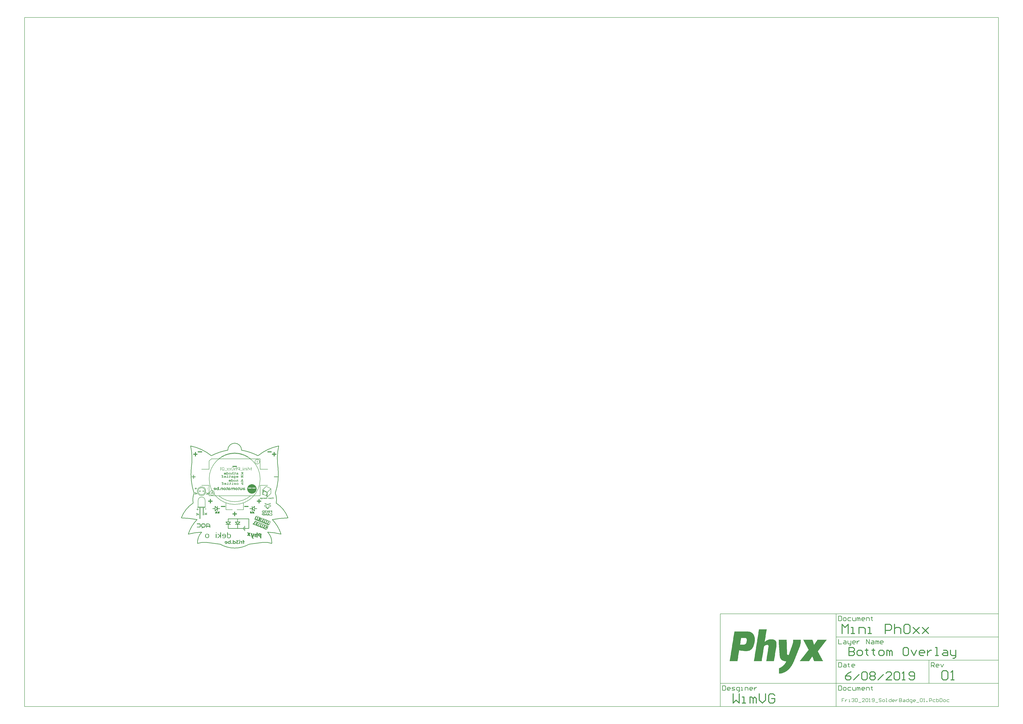
<source format=gbo>
G04*
G04 #@! TF.GenerationSoftware,Altium Limited,Altium Designer,18.1.11 (251)*
G04*
G04 Layer_Color=32896*
%FSLAX25Y25*%
%MOIN*%
G70*
G01*
G75*
%ADD10C,0.00787*%
%ADD15C,0.00984*%
%ADD16C,0.01575*%
%ADD42C,0.00645*%
G36*
X21372Y137378D02*
X21429Y137371D01*
X21472Y137350D01*
X21514Y137328D01*
X21550Y137307D01*
X21571Y137293D01*
X21585Y137279D01*
X21592Y137272D01*
X21628Y137229D01*
X21656Y137186D01*
X21670Y137144D01*
X21685Y137101D01*
X21692Y137066D01*
X21699Y137044D01*
Y137023D01*
Y137016D01*
X21692Y136959D01*
X21685Y136909D01*
X21663Y136860D01*
X21642Y136824D01*
X21628Y136789D01*
X21607Y136767D01*
X21599Y136753D01*
X21592Y136746D01*
X21550Y136711D01*
X21500Y136682D01*
X21457Y136668D01*
X21408Y136654D01*
X21372Y136647D01*
X21344Y136640D01*
X21316D01*
X21259Y136647D01*
X21202Y136654D01*
X21159Y136675D01*
X21117Y136697D01*
X21081Y136711D01*
X21060Y136732D01*
X21046Y136739D01*
X21039Y136746D01*
X21003Y136789D01*
X20975Y136838D01*
X20953Y136881D01*
X20939Y136931D01*
X20932Y136966D01*
X20925Y136995D01*
Y137016D01*
Y137023D01*
X20932Y137080D01*
X20939Y137130D01*
X20982Y137208D01*
X21003Y137236D01*
X21017Y137257D01*
X21032Y137272D01*
X21039Y137279D01*
X21081Y137314D01*
X21131Y137343D01*
X21173Y137357D01*
X21216Y137371D01*
X21259Y137378D01*
X21287Y137385D01*
X21316D01*
X21372Y137378D01*
D02*
G37*
G36*
X14357D02*
X14414Y137371D01*
X14457Y137350D01*
X14500Y137328D01*
X14535Y137307D01*
X14556Y137293D01*
X14570Y137279D01*
X14578Y137272D01*
X14613Y137229D01*
X14641Y137186D01*
X14656Y137144D01*
X14670Y137101D01*
X14677Y137066D01*
X14684Y137044D01*
Y137023D01*
Y137016D01*
X14677Y136959D01*
X14670Y136909D01*
X14649Y136860D01*
X14627Y136824D01*
X14613Y136789D01*
X14592Y136767D01*
X14585Y136753D01*
X14578Y136746D01*
X14535Y136711D01*
X14485Y136682D01*
X14443Y136668D01*
X14393Y136654D01*
X14357Y136647D01*
X14329Y136640D01*
X14301D01*
X14244Y136647D01*
X14187Y136654D01*
X14144Y136675D01*
X14102Y136697D01*
X14066Y136711D01*
X14045Y136732D01*
X14031Y136739D01*
X14024Y136746D01*
X13988Y136789D01*
X13960Y136838D01*
X13939Y136881D01*
X13924Y136931D01*
X13917Y136966D01*
X13910Y136995D01*
Y137016D01*
Y137023D01*
X13917Y137080D01*
X13924Y137130D01*
X13967Y137208D01*
X13988Y137236D01*
X14003Y137257D01*
X14017Y137272D01*
X14024Y137279D01*
X14066Y137314D01*
X14116Y137343D01*
X14159Y137357D01*
X14201Y137371D01*
X14244Y137378D01*
X14272Y137385D01*
X14301D01*
X14357Y137378D01*
D02*
G37*
G36*
X3537Y131890D02*
X3012D01*
Y133935D01*
X3005Y134055D01*
X2998Y134169D01*
X2976Y134275D01*
X2955Y134375D01*
X2926Y134467D01*
X2898Y134552D01*
X2863Y134630D01*
X2827Y134694D01*
X2799Y134758D01*
X2763Y134815D01*
X2735Y134858D01*
X2706Y134893D01*
X2685Y134929D01*
X2664Y134950D01*
X2657Y134957D01*
X2650Y134964D01*
X2579Y135028D01*
X2500Y135092D01*
X2422Y135142D01*
X2337Y135184D01*
X2174Y135248D01*
X2011Y135291D01*
X1869Y135319D01*
X1805Y135326D01*
X1755Y135333D01*
X1712Y135340D01*
X1549D01*
X1450Y135326D01*
X1279Y135291D01*
X1130Y135241D01*
X1002Y135184D01*
X910Y135120D01*
X839Y135071D01*
X797Y135035D01*
X782Y135028D01*
Y135021D01*
X726Y134957D01*
X683Y134893D01*
X605Y134744D01*
X548Y134588D01*
X513Y134439D01*
X491Y134304D01*
X484Y134247D01*
Y134197D01*
X477Y134155D01*
Y134126D01*
Y134105D01*
Y134098D01*
Y131890D01*
X-48D01*
Y134148D01*
X-41Y134297D01*
X-27Y134439D01*
X-6Y134566D01*
X16Y134687D01*
X51Y134801D01*
X87Y134900D01*
X129Y134993D01*
X165Y135078D01*
X207Y135149D01*
X250Y135213D01*
X285Y135269D01*
X314Y135312D01*
X342Y135347D01*
X363Y135369D01*
X378Y135383D01*
X385Y135390D01*
X470Y135468D01*
X562Y135532D01*
X654Y135589D01*
X747Y135639D01*
X846Y135681D01*
X946Y135710D01*
X1130Y135766D01*
X1215Y135781D01*
X1293Y135795D01*
X1364Y135802D01*
X1428Y135809D01*
X1478Y135816D01*
X1549D01*
X1727Y135809D01*
X1890Y135788D01*
X2039Y135759D01*
X2167Y135724D01*
X2273Y135688D01*
X2316Y135674D01*
X2351Y135660D01*
X2387Y135646D01*
X2408Y135639D01*
X2415Y135632D01*
X2422D01*
X2557Y135553D01*
X2671Y135475D01*
X2777Y135383D01*
X2856Y135298D01*
X2926Y135227D01*
X2969Y135163D01*
X3005Y135120D01*
X3012Y135113D01*
Y137385D01*
X3537D01*
Y131890D01*
D02*
G37*
G36*
X-7333Y133885D02*
X-5792Y131890D01*
X-6389D01*
X-7631Y133516D01*
X-8874Y131890D01*
X-9470D01*
X-7915Y133885D01*
X-9385Y135788D01*
X-8803D01*
X-7631Y134261D01*
X-6460Y135788D01*
X-5870D01*
X-7333Y133885D01*
D02*
G37*
G36*
X-11295D02*
X-9754Y131890D01*
X-10351D01*
X-11593Y133516D01*
X-12835Y131890D01*
X-13432D01*
X-11877Y133885D01*
X-13347Y135788D01*
X-12765D01*
X-11593Y134261D01*
X-10422Y135788D01*
X-9832D01*
X-11295Y133885D01*
D02*
G37*
G36*
X28543Y131890D02*
X28018D01*
Y136015D01*
X25980Y132543D01*
X25725D01*
X23687Y136036D01*
Y131890D01*
X23154D01*
Y137073D01*
X23609D01*
X25838Y133225D01*
X28096Y137073D01*
X28543D01*
Y131890D01*
D02*
G37*
G36*
X21578D02*
X21053D01*
Y135788D01*
X21578D01*
Y131890D01*
D02*
G37*
G36*
X17780Y135809D02*
X17943Y135788D01*
X18099Y135752D01*
X18227Y135717D01*
X18334Y135681D01*
X18376Y135667D01*
X18412Y135646D01*
X18447Y135639D01*
X18468Y135624D01*
X18475Y135617D01*
X18483D01*
X18618Y135539D01*
X18738Y135447D01*
X18838Y135355D01*
X18923Y135269D01*
X18994Y135184D01*
X19036Y135120D01*
X19072Y135078D01*
X19079Y135071D01*
Y135788D01*
X19583D01*
Y131890D01*
X19058D01*
Y133935D01*
X19051Y134055D01*
X19044Y134169D01*
X19022Y134275D01*
X19001Y134375D01*
X18972Y134467D01*
X18944Y134552D01*
X18909Y134630D01*
X18873Y134694D01*
X18845Y134758D01*
X18809Y134815D01*
X18781Y134858D01*
X18752Y134893D01*
X18731Y134929D01*
X18710Y134950D01*
X18703Y134957D01*
X18696Y134964D01*
X18625Y135028D01*
X18546Y135092D01*
X18468Y135142D01*
X18383Y135184D01*
X18220Y135248D01*
X18057Y135291D01*
X17915Y135319D01*
X17851Y135326D01*
X17801Y135333D01*
X17758Y135340D01*
X17595D01*
X17496Y135326D01*
X17325Y135291D01*
X17176Y135241D01*
X17048Y135184D01*
X16956Y135120D01*
X16885Y135071D01*
X16842Y135035D01*
X16828Y135028D01*
Y135021D01*
X16771Y134957D01*
X16729Y134893D01*
X16651Y134744D01*
X16594Y134588D01*
X16558Y134439D01*
X16537Y134304D01*
X16530Y134247D01*
Y134197D01*
X16523Y134155D01*
Y134126D01*
Y134105D01*
Y134098D01*
Y131890D01*
X15998D01*
Y134148D01*
X16005Y134297D01*
X16019Y134439D01*
X16040Y134566D01*
X16061Y134687D01*
X16097Y134801D01*
X16132Y134900D01*
X16175Y134993D01*
X16211Y135078D01*
X16253Y135149D01*
X16296Y135213D01*
X16331Y135269D01*
X16360Y135312D01*
X16388Y135347D01*
X16409Y135369D01*
X16424Y135383D01*
X16431Y135390D01*
X16516Y135468D01*
X16608Y135532D01*
X16701Y135589D01*
X16793Y135639D01*
X16892Y135681D01*
X16992Y135710D01*
X17176Y135766D01*
X17261Y135781D01*
X17339Y135795D01*
X17411Y135802D01*
X17474Y135809D01*
X17524Y135816D01*
X17595D01*
X17780Y135809D01*
D02*
G37*
G36*
X14563Y131890D02*
X14038D01*
Y135788D01*
X14563D01*
Y131890D01*
D02*
G37*
G36*
X8749D02*
X8202D01*
Y133523D01*
X6810D01*
X6626Y133530D01*
X6455Y133544D01*
X6299Y133565D01*
X6150Y133594D01*
X6008Y133629D01*
X5880Y133672D01*
X5767Y133714D01*
X5660Y133757D01*
X5568Y133800D01*
X5483Y133842D01*
X5419Y133885D01*
X5355Y133920D01*
X5312Y133949D01*
X5284Y133970D01*
X5262Y133984D01*
X5255Y133991D01*
X5156Y134084D01*
X5071Y134183D01*
X4993Y134290D01*
X4929Y134396D01*
X4872Y134503D01*
X4822Y134616D01*
X4787Y134723D01*
X4758Y134822D01*
X4737Y134922D01*
X4716Y135007D01*
X4702Y135092D01*
X4694Y135163D01*
X4687Y135220D01*
Y135262D01*
Y135291D01*
Y135298D01*
X4694Y135447D01*
X4709Y135589D01*
X4737Y135724D01*
X4772Y135852D01*
X4822Y135965D01*
X4865Y136072D01*
X4922Y136171D01*
X4971Y136256D01*
X5021Y136334D01*
X5078Y136405D01*
X5120Y136462D01*
X5163Y136512D01*
X5206Y136547D01*
X5234Y136576D01*
X5248Y136590D01*
X5255Y136597D01*
X5362Y136682D01*
X5483Y136753D01*
X5610Y136817D01*
X5738Y136874D01*
X5866Y136917D01*
X5994Y136959D01*
X6242Y137016D01*
X6356Y137030D01*
X6469Y137044D01*
X6562Y137059D01*
X6647Y137066D01*
X6718Y137073D01*
X8749D01*
Y131890D01*
D02*
G37*
G36*
X-22257Y136597D02*
X-23478D01*
Y131890D01*
X-24011D01*
Y137073D01*
X-22257D01*
Y136597D01*
D02*
G37*
G36*
X-2981Y137108D02*
X-2782Y137073D01*
X-2597Y137023D01*
X-2441Y136966D01*
X-2370Y136931D01*
X-2313Y136902D01*
X-2256Y136874D01*
X-2214Y136853D01*
X-2178Y136831D01*
X-2150Y136817D01*
X-2136Y136810D01*
X-2129Y136803D01*
X-1965Y136675D01*
X-1816Y136526D01*
X-1688Y136370D01*
X-1589Y136228D01*
X-1504Y136093D01*
X-1476Y136036D01*
X-1447Y135986D01*
X-1426Y135944D01*
X-1412Y135916D01*
X-1397Y135894D01*
Y135887D01*
X-1312Y135653D01*
X-1248Y135418D01*
X-1199Y135177D01*
X-1170Y134964D01*
X-1156Y134858D01*
X-1149Y134772D01*
X-1142Y134687D01*
Y134616D01*
X-1135Y134559D01*
Y134517D01*
Y134488D01*
Y134481D01*
X-1149Y134190D01*
X-1156Y134048D01*
X-1177Y133920D01*
X-1199Y133800D01*
X-1220Y133679D01*
X-1241Y133572D01*
X-1270Y133473D01*
X-1291Y133388D01*
X-1312Y133310D01*
X-1333Y133239D01*
X-1355Y133182D01*
X-1376Y133139D01*
X-1383Y133104D01*
X-1397Y133083D01*
Y133075D01*
X-1504Y132862D01*
X-1625Y132678D01*
X-1745Y132522D01*
X-1859Y132394D01*
X-1916Y132337D01*
X-1965Y132294D01*
X-2015Y132252D01*
X-2051Y132216D01*
X-2086Y132195D01*
X-2107Y132174D01*
X-2122Y132167D01*
X-2129Y132160D01*
X-2221Y132103D01*
X-2313Y132060D01*
X-2498Y131982D01*
X-2675Y131925D01*
X-2846Y131890D01*
X-2917Y131876D01*
X-2988Y131861D01*
X-3052Y131854D01*
X-3101D01*
X-3144Y131847D01*
X-3201D01*
X-3314Y131854D01*
X-3421Y131861D01*
X-3620Y131897D01*
X-3804Y131947D01*
X-3960Y132003D01*
X-4031Y132032D01*
X-4095Y132060D01*
X-4145Y132089D01*
X-4188Y132110D01*
X-4223Y132131D01*
X-4252Y132145D01*
X-4266Y132160D01*
X-4273D01*
X-4436Y132287D01*
X-4585Y132437D01*
X-4713Y132593D01*
X-4812Y132735D01*
X-4898Y132870D01*
X-4926Y132926D01*
X-4955Y132976D01*
X-4976Y133019D01*
X-4990Y133047D01*
X-5004Y133068D01*
Y133075D01*
X-5096Y133310D01*
X-5160Y133544D01*
X-5210Y133785D01*
X-5238Y134006D01*
X-5253Y134105D01*
X-5260Y134197D01*
X-5267Y134275D01*
Y134346D01*
X-5274Y134403D01*
Y134446D01*
Y134474D01*
Y134481D01*
X-5260Y134772D01*
X-5253Y134914D01*
X-5231Y135042D01*
X-5210Y135163D01*
X-5189Y135284D01*
X-5167Y135390D01*
X-5139Y135489D01*
X-5111Y135575D01*
X-5089Y135653D01*
X-5068Y135724D01*
X-5047Y135781D01*
X-5033Y135830D01*
X-5018Y135859D01*
X-5004Y135880D01*
Y135887D01*
X-4898Y136100D01*
X-4777Y136285D01*
X-4656Y136441D01*
X-4543Y136569D01*
X-4486Y136626D01*
X-4436Y136668D01*
X-4386Y136711D01*
X-4351Y136746D01*
X-4315Y136767D01*
X-4294Y136789D01*
X-4280Y136803D01*
X-4273D01*
X-4181Y136860D01*
X-4095Y136909D01*
X-3911Y136988D01*
X-3726Y137044D01*
X-3563Y137080D01*
X-3485Y137094D01*
X-3414Y137108D01*
X-3357Y137115D01*
X-3300D01*
X-3258Y137122D01*
X-3087D01*
X-2981Y137108D01*
D02*
G37*
G36*
X-19517D02*
X-19318Y137073D01*
X-19133Y137023D01*
X-18977Y136966D01*
X-18906Y136931D01*
X-18849Y136902D01*
X-18792Y136874D01*
X-18750Y136853D01*
X-18714Y136831D01*
X-18686Y136817D01*
X-18672Y136810D01*
X-18665Y136803D01*
X-18501Y136675D01*
X-18352Y136526D01*
X-18224Y136370D01*
X-18125Y136228D01*
X-18040Y136093D01*
X-18011Y136036D01*
X-17983Y135986D01*
X-17962Y135944D01*
X-17947Y135916D01*
X-17933Y135894D01*
Y135887D01*
X-17848Y135653D01*
X-17784Y135418D01*
X-17734Y135177D01*
X-17706Y134964D01*
X-17692Y134858D01*
X-17685Y134772D01*
X-17678Y134687D01*
Y134616D01*
X-17671Y134559D01*
Y134517D01*
Y134488D01*
Y134481D01*
X-17685Y134190D01*
X-17692Y134048D01*
X-17713Y133920D01*
X-17734Y133800D01*
X-17756Y133679D01*
X-17777Y133572D01*
X-17806Y133473D01*
X-17827Y133388D01*
X-17848Y133310D01*
X-17869Y133239D01*
X-17891Y133182D01*
X-17912Y133139D01*
X-17919Y133104D01*
X-17933Y133083D01*
Y133075D01*
X-18040Y132862D01*
X-18160Y132678D01*
X-18281Y132522D01*
X-18395Y132394D01*
X-18452Y132337D01*
X-18501Y132294D01*
X-18551Y132252D01*
X-18586Y132216D01*
X-18622Y132195D01*
X-18643Y132174D01*
X-18657Y132167D01*
X-18665Y132160D01*
X-18757Y132103D01*
X-18849Y132060D01*
X-19034Y131982D01*
X-19211Y131925D01*
X-19382Y131890D01*
X-19453Y131876D01*
X-19524Y131861D01*
X-19588Y131854D01*
X-19637D01*
X-19680Y131847D01*
X-19737D01*
X-19850Y131854D01*
X-19957Y131861D01*
X-20156Y131897D01*
X-20340Y131947D01*
X-20496Y132003D01*
X-20567Y132032D01*
X-20631Y132060D01*
X-20681Y132089D01*
X-20724Y132110D01*
X-20759Y132131D01*
X-20787Y132145D01*
X-20802Y132160D01*
X-20809D01*
X-20972Y132287D01*
X-21121Y132437D01*
X-21249Y132593D01*
X-21348Y132735D01*
X-21434Y132870D01*
X-21462Y132926D01*
X-21490Y132976D01*
X-21512Y133019D01*
X-21526Y133047D01*
X-21540Y133068D01*
Y133075D01*
X-21632Y133310D01*
X-21696Y133544D01*
X-21746Y133785D01*
X-21774Y134006D01*
X-21789Y134105D01*
X-21796Y134197D01*
X-21803Y134275D01*
Y134346D01*
X-21810Y134403D01*
Y134446D01*
Y134474D01*
Y134481D01*
X-21796Y134772D01*
X-21789Y134914D01*
X-21767Y135042D01*
X-21746Y135163D01*
X-21725Y135284D01*
X-21703Y135390D01*
X-21675Y135489D01*
X-21647Y135575D01*
X-21625Y135653D01*
X-21604Y135724D01*
X-21583Y135781D01*
X-21568Y135830D01*
X-21554Y135859D01*
X-21540Y135880D01*
Y135887D01*
X-21434Y136100D01*
X-21313Y136285D01*
X-21192Y136441D01*
X-21079Y136569D01*
X-21022Y136626D01*
X-20972Y136668D01*
X-20922Y136711D01*
X-20887Y136746D01*
X-20851Y136767D01*
X-20830Y136789D01*
X-20816Y136803D01*
X-20809D01*
X-20717Y136860D01*
X-20631Y136909D01*
X-20447Y136988D01*
X-20262Y137044D01*
X-20099Y137080D01*
X-20021Y137094D01*
X-19950Y137108D01*
X-19893Y137115D01*
X-19836D01*
X-19794Y137122D01*
X-19623D01*
X-19517Y137108D01*
D02*
G37*
G36*
X13300Y131535D02*
X9593D01*
Y131890D01*
X13300D01*
Y131535D01*
D02*
G37*
G36*
X-13581D02*
X-17287D01*
Y131890D01*
X-13581D01*
Y131535D01*
D02*
G37*
G36*
X-2244Y129113D02*
X-2168Y129102D01*
X-2102Y129085D01*
X-2053Y129069D01*
X-2015Y129053D01*
X-1987Y129036D01*
X-1971Y129025D01*
X-1966Y129020D01*
X-1933Y128982D01*
X-1906Y128944D01*
X-1889Y128900D01*
X-1873Y128862D01*
X-1867Y128829D01*
X-1862Y128802D01*
Y128780D01*
Y128774D01*
X-1867Y128720D01*
X-1878Y128665D01*
X-1895Y128621D01*
X-1916Y128589D01*
X-1933Y128556D01*
X-1949Y128534D01*
X-1960Y128523D01*
X-1966Y128518D01*
X-2015Y128485D01*
X-2069Y128463D01*
X-2129Y128447D01*
X-2195Y128436D01*
X-2250Y128430D01*
X-2293Y128425D01*
X-2457D01*
Y125416D01*
X-2370D01*
X-2293Y125405D01*
X-2239Y125394D01*
X-2195Y125383D01*
X-2162Y125373D01*
X-2140Y125362D01*
X-2129Y125356D01*
X-2124Y125351D01*
X-2075Y125302D01*
X-2042Y125252D01*
X-2015Y125209D01*
X-1998Y125165D01*
X-1987Y125127D01*
X-1982Y125100D01*
Y125078D01*
Y125072D01*
X-1987Y125018D01*
X-1998Y124963D01*
X-2015Y124919D01*
X-2037Y124887D01*
X-2053Y124854D01*
X-2069Y124832D01*
X-2080Y124821D01*
X-2086Y124816D01*
X-2135Y124783D01*
X-2190Y124761D01*
X-2250Y124745D01*
X-2315Y124734D01*
X-2370Y124728D01*
X-2413Y124723D01*
X-3150D01*
X-3238Y124728D01*
X-3314Y124739D01*
X-3380Y124750D01*
X-3429Y124772D01*
X-3467Y124788D01*
X-3494Y124799D01*
X-3511Y124810D01*
X-3516Y124816D01*
X-3554Y124854D01*
X-3582Y124892D01*
X-3598Y124936D01*
X-3615Y124974D01*
X-3620Y125012D01*
X-3625Y125040D01*
Y125061D01*
Y125067D01*
X-3620Y125121D01*
X-3604Y125176D01*
X-3576Y125225D01*
X-3554Y125269D01*
X-3527Y125302D01*
X-3500Y125329D01*
X-3483Y125345D01*
X-3478Y125351D01*
X-3445Y125373D01*
X-3396Y125389D01*
X-3342Y125400D01*
X-3287Y125411D01*
X-3238D01*
X-3194Y125416D01*
X-3150D01*
Y126716D01*
X-3260Y126820D01*
X-3353Y126901D01*
X-3434Y126967D01*
X-3500Y127022D01*
X-3554Y127060D01*
X-3593Y127087D01*
X-3620Y127098D01*
X-3625Y127103D01*
X-3697Y127136D01*
X-3768Y127158D01*
X-3838Y127174D01*
X-3898Y127185D01*
X-3959Y127191D01*
X-4002Y127196D01*
X-4041D01*
X-4150Y127191D01*
X-4248Y127174D01*
X-4324Y127147D01*
X-4390Y127125D01*
X-4445Y127098D01*
X-4483Y127071D01*
X-4505Y127054D01*
X-4510Y127049D01*
X-4554Y127000D01*
X-4581Y126945D01*
X-4603Y126880D01*
X-4619Y126820D01*
X-4630Y126765D01*
X-4636Y126716D01*
Y126683D01*
Y126678D01*
Y126672D01*
Y125416D01*
X-4548D01*
X-4472Y125405D01*
X-4412Y125394D01*
X-4368Y125383D01*
X-4335Y125373D01*
X-4313Y125362D01*
X-4302Y125356D01*
X-4297Y125351D01*
X-4253Y125302D01*
X-4221Y125252D01*
X-4193Y125209D01*
X-4177Y125165D01*
X-4166Y125127D01*
X-4161Y125100D01*
Y125078D01*
Y125072D01*
X-4166Y125018D01*
X-4177Y124963D01*
X-4193Y124919D01*
X-4215Y124887D01*
X-4232Y124854D01*
X-4248Y124832D01*
X-4259Y124821D01*
X-4264Y124816D01*
X-4313Y124783D01*
X-4368Y124761D01*
X-4428Y124745D01*
X-4494Y124734D01*
X-4548Y124728D01*
X-4592Y124723D01*
X-5329D01*
X-5416Y124728D01*
X-5493Y124739D01*
X-5558Y124750D01*
X-5607Y124772D01*
X-5646Y124788D01*
X-5673Y124799D01*
X-5689Y124810D01*
X-5695Y124816D01*
X-5733Y124854D01*
X-5760Y124892D01*
X-5777Y124936D01*
X-5793Y124974D01*
X-5799Y125012D01*
X-5804Y125040D01*
Y125061D01*
Y125067D01*
X-5799Y125121D01*
X-5782Y125176D01*
X-5755Y125225D01*
X-5733Y125269D01*
X-5706Y125302D01*
X-5678Y125329D01*
X-5662Y125345D01*
X-5657Y125351D01*
X-5624Y125373D01*
X-5575Y125389D01*
X-5520Y125400D01*
X-5466Y125411D01*
X-5416D01*
X-5373Y125416D01*
X-5329D01*
Y126716D01*
X-5324Y126863D01*
X-5302Y126989D01*
X-5269Y127103D01*
X-5236Y127202D01*
X-5203Y127278D01*
X-5171Y127333D01*
X-5160Y127355D01*
X-5149Y127371D01*
X-5143Y127376D01*
Y127382D01*
X-5072Y127475D01*
X-4990Y127551D01*
X-4914Y127617D01*
X-4838Y127671D01*
X-4772Y127715D01*
X-4723Y127742D01*
X-4701Y127753D01*
X-4685Y127759D01*
X-4679Y127764D01*
X-4674D01*
X-4565Y127808D01*
X-4455Y127835D01*
X-4352Y127857D01*
X-4248Y127873D01*
X-4166Y127884D01*
X-4128D01*
X-4095Y127890D01*
X-3953D01*
X-3871Y127879D01*
X-3795Y127868D01*
X-3729Y127857D01*
X-3669Y127846D01*
X-3625Y127835D01*
X-3598Y127830D01*
X-3587Y127824D01*
X-3505Y127797D01*
X-3424Y127770D01*
X-3353Y127737D01*
X-3287Y127704D01*
X-3232Y127677D01*
X-3189Y127655D01*
X-3161Y127638D01*
X-3150Y127633D01*
Y129118D01*
X-2337D01*
X-2244Y129113D01*
D02*
G37*
G36*
X14403Y128829D02*
X14469Y128818D01*
X14529Y128802D01*
X14578Y128785D01*
X14611Y128769D01*
X14638Y128752D01*
X14655Y128742D01*
X14660Y128736D01*
X14693Y128698D01*
X14720Y128659D01*
X14737Y128616D01*
X14753Y128578D01*
X14758Y128539D01*
X14764Y128512D01*
Y128490D01*
Y128485D01*
X14758Y128430D01*
X14747Y128381D01*
X14731Y128337D01*
X14709Y128299D01*
X14693Y128272D01*
X14676Y128250D01*
X14665Y128239D01*
X14660Y128234D01*
X14616Y128201D01*
X14562Y128179D01*
X14507Y128163D01*
X14447Y128152D01*
X14398Y128146D01*
X14360Y128141D01*
X14212D01*
Y125416D01*
X14322D01*
X14403Y125411D01*
X14469Y125400D01*
X14529Y125383D01*
X14578Y125367D01*
X14611Y125351D01*
X14638Y125334D01*
X14655Y125323D01*
X14660Y125318D01*
X14693Y125280D01*
X14720Y125242D01*
X14737Y125198D01*
X14753Y125160D01*
X14758Y125127D01*
X14764Y125100D01*
Y125078D01*
Y125072D01*
X14758Y125018D01*
X14747Y124963D01*
X14731Y124919D01*
X14709Y124887D01*
X14693Y124854D01*
X14676Y124832D01*
X14665Y124821D01*
X14660Y124816D01*
X14616Y124783D01*
X14562Y124761D01*
X14507Y124745D01*
X14447Y124734D01*
X14398Y124728D01*
X14360Y124723D01*
X13268D01*
X13191Y124728D01*
X13120Y124739D01*
X13066Y124750D01*
X13017Y124772D01*
X12978Y124788D01*
X12957Y124799D01*
X12940Y124810D01*
X12935Y124816D01*
X12897Y124854D01*
X12869Y124892D01*
X12853Y124936D01*
X12836Y124974D01*
X12831Y125012D01*
X12825Y125040D01*
Y125061D01*
Y125067D01*
X12831Y125121D01*
X12842Y125171D01*
X12858Y125214D01*
X12880Y125252D01*
X12902Y125280D01*
X12918Y125302D01*
X12929Y125313D01*
X12935Y125318D01*
X12978Y125351D01*
X13033Y125373D01*
X13088Y125394D01*
X13142Y125405D01*
X13191Y125411D01*
X13229Y125416D01*
X13519D01*
Y126186D01*
X13093Y126552D01*
X13000Y126508D01*
X12913Y126459D01*
X12836Y126416D01*
X12771Y126372D01*
X12716Y126328D01*
X12678Y126295D01*
X12656Y126274D01*
X12645Y126268D01*
X12574Y126192D01*
X12503Y126110D01*
X12432Y126017D01*
X12372Y125924D01*
X12323Y125842D01*
X12301Y125804D01*
X12280Y125771D01*
X12269Y125749D01*
X12258Y125727D01*
X12247Y125717D01*
Y125711D01*
X12154Y125536D01*
X12066Y125356D01*
X11985Y125192D01*
X11946Y125116D01*
X11914Y125040D01*
X11881Y124974D01*
X11854Y124914D01*
X11832Y124859D01*
X11810Y124810D01*
X11794Y124772D01*
X11783Y124745D01*
X11772Y124728D01*
Y124723D01*
X11138D01*
X11051Y124728D01*
X10975Y124739D01*
X10909Y124750D01*
X10860Y124772D01*
X10822Y124788D01*
X10794Y124799D01*
X10778Y124810D01*
X10773Y124816D01*
X10734Y124854D01*
X10707Y124892D01*
X10691Y124936D01*
X10674Y124974D01*
X10669Y125012D01*
X10663Y125040D01*
Y125061D01*
Y125067D01*
X10669Y125121D01*
X10680Y125171D01*
X10696Y125214D01*
X10718Y125252D01*
X10740Y125280D01*
X10756Y125302D01*
X10767Y125313D01*
X10773Y125318D01*
X10822Y125351D01*
X10876Y125373D01*
X10936Y125394D01*
X10996Y125405D01*
X11051Y125411D01*
X11095Y125416D01*
X11324D01*
X11417Y125635D01*
X11466Y125733D01*
X11510Y125831D01*
X11559Y125919D01*
X11602Y126006D01*
X11646Y126082D01*
X11690Y126153D01*
X11728Y126214D01*
X11766Y126268D01*
X11794Y126317D01*
X11821Y126361D01*
X11843Y126388D01*
X11859Y126416D01*
X11870Y126426D01*
X11875Y126432D01*
X11990Y126579D01*
X12105Y126705D01*
X12219Y126809D01*
X12318Y126896D01*
X12405Y126962D01*
X12438Y126989D01*
X12471Y127011D01*
X12498Y127027D01*
X12514Y127038D01*
X12525Y127049D01*
X12531D01*
X11275Y128135D01*
X11187Y128141D01*
X11111Y128152D01*
X11045Y128163D01*
X10996Y128184D01*
X10958Y128201D01*
X10931Y128212D01*
X10915Y128223D01*
X10909Y128228D01*
X10871Y128266D01*
X10843Y128310D01*
X10827Y128354D01*
X10811Y128392D01*
X10805Y128430D01*
X10800Y128457D01*
Y128479D01*
Y128485D01*
X10805Y128539D01*
X10816Y128589D01*
X10833Y128632D01*
X10854Y128665D01*
X10876Y128692D01*
X10893Y128714D01*
X10904Y128725D01*
X10909Y128730D01*
X10958Y128763D01*
X11013Y128785D01*
X11073Y128807D01*
X11133Y128818D01*
X11187Y128823D01*
X11231Y128829D01*
X11275D01*
X12285Y128834D01*
X12280Y128829D01*
X12285Y128818D01*
X12301Y128802D01*
X12318Y128785D01*
X12350Y128747D01*
X12361Y128736D01*
X12367Y128730D01*
X12400Y128692D01*
X12427Y128649D01*
X12443Y128610D01*
X12460Y128567D01*
X12465Y128534D01*
X12471Y128507D01*
Y128485D01*
Y128479D01*
X12465Y128425D01*
X12454Y128376D01*
X12438Y128337D01*
X12416Y128305D01*
X12400Y128277D01*
X12383Y128261D01*
X12372Y128250D01*
X12367Y128245D01*
X12334Y128217D01*
X12307Y128201D01*
X12290Y128184D01*
X12285Y128179D01*
X12280Y128168D01*
X12285D01*
X13519Y127103D01*
Y128135D01*
X13268D01*
X13191Y128141D01*
X13120Y128152D01*
X13066Y128163D01*
X13017Y128184D01*
X12978Y128201D01*
X12957Y128212D01*
X12940Y128223D01*
X12935Y128228D01*
X12897Y128266D01*
X12869Y128310D01*
X12853Y128354D01*
X12836Y128392D01*
X12831Y128430D01*
X12825Y128457D01*
Y128479D01*
Y128485D01*
X12831Y128539D01*
X12842Y128589D01*
X12858Y128632D01*
X12880Y128665D01*
X12902Y128692D01*
X12918Y128714D01*
X12929Y128725D01*
X12935Y128730D01*
X12978Y128763D01*
X13033Y128785D01*
X13088Y128807D01*
X13142Y128818D01*
X13191Y128823D01*
X13229Y128829D01*
X13268D01*
X14322Y128834D01*
X14403Y128829D01*
D02*
G37*
G36*
X4674Y127884D02*
X4756Y127879D01*
X4832Y127868D01*
X4892Y127862D01*
X4947Y127851D01*
X4980Y127846D01*
X4990D01*
X5089Y127830D01*
X5187Y127808D01*
X5274Y127791D01*
X5351Y127775D01*
X5422Y127759D01*
X5471Y127742D01*
X5504Y127737D01*
X5509Y127731D01*
X5514D01*
X5580Y127709D01*
X5635Y127693D01*
X5684Y127677D01*
X5717Y127666D01*
X5744Y127655D01*
X5760Y127644D01*
X5766Y127638D01*
X5771D01*
X5809Y127606D01*
X5842Y127573D01*
X5858Y127546D01*
X5864Y127540D01*
Y127535D01*
X5880Y127486D01*
X5891Y127436D01*
X5897Y127415D01*
Y127398D01*
Y127387D01*
Y127382D01*
X5891Y127327D01*
X5880Y127273D01*
X5869Y127229D01*
X5848Y127196D01*
X5831Y127164D01*
X5820Y127142D01*
X5809Y127131D01*
X5804Y127125D01*
X5766Y127093D01*
X5728Y127071D01*
X5684Y127049D01*
X5651Y127038D01*
X5618Y127032D01*
X5591Y127027D01*
X5525D01*
X5482Y127032D01*
X5389Y127049D01*
X5345Y127060D01*
X5313Y127065D01*
X5291Y127071D01*
X5285D01*
X5111Y127114D01*
X4952Y127142D01*
X4816Y127164D01*
X4756Y127174D01*
X4701Y127180D01*
X4652Y127185D01*
X4608Y127191D01*
X4570D01*
X4537Y127196D01*
X4417D01*
X4352Y127191D01*
X4248Y127180D01*
X4160Y127164D01*
X4090Y127147D01*
X4035Y127125D01*
X4002Y127109D01*
X3980Y127098D01*
X3975Y127093D01*
X3931Y127054D01*
X3898Y127011D01*
X3871Y126972D01*
X3855Y126929D01*
X3844Y126896D01*
X3838Y126869D01*
Y126847D01*
Y126841D01*
Y126672D01*
X3991Y126694D01*
X4128Y126716D01*
X4253Y126727D01*
X4357Y126732D01*
X4406Y126738D01*
X4450D01*
X4483Y126743D01*
X4570D01*
X4712Y126738D01*
X4848Y126727D01*
X4974Y126710D01*
X5094Y126683D01*
X5203Y126656D01*
X5307Y126623D01*
X5400Y126590D01*
X5482Y126557D01*
X5558Y126519D01*
X5618Y126487D01*
X5678Y126454D01*
X5722Y126426D01*
X5755Y126399D01*
X5782Y126383D01*
X5799Y126372D01*
X5804Y126366D01*
X5880Y126295D01*
X5951Y126224D01*
X6011Y126153D01*
X6061Y126082D01*
X6104Y126017D01*
X6137Y125946D01*
X6170Y125886D01*
X6192Y125826D01*
X6208Y125766D01*
X6224Y125717D01*
X6230Y125673D01*
X6241Y125635D01*
Y125602D01*
X6246Y125580D01*
Y125564D01*
Y125558D01*
X6241Y125493D01*
X6230Y125427D01*
X6213Y125367D01*
X6192Y125307D01*
X6137Y125198D01*
X6072Y125100D01*
X6011Y125023D01*
X5984Y124990D01*
X5957Y124958D01*
X5935Y124936D01*
X5919Y124919D01*
X5908Y124914D01*
X5902Y124908D01*
X5837Y124859D01*
X5760Y124810D01*
X5689Y124772D01*
X5613Y124739D01*
X5460Y124685D01*
X5313Y124652D01*
X5247Y124641D01*
X5187Y124630D01*
X5132Y124625D01*
X5083Y124619D01*
X5045Y124614D01*
X4990D01*
X4892Y124619D01*
X4794Y124625D01*
X4696Y124636D01*
X4608Y124652D01*
X4532Y124663D01*
X4472Y124674D01*
X4450Y124679D01*
X4434D01*
X4422Y124685D01*
X4417D01*
X4302Y124712D01*
X4193Y124745D01*
X4095Y124777D01*
X4008Y124810D01*
X3937Y124838D01*
X3882Y124865D01*
X3866Y124876D01*
X3849Y124881D01*
X3844Y124887D01*
X3838D01*
Y124723D01*
X3025D01*
X2937Y124728D01*
X2861Y124739D01*
X2795Y124750D01*
X2746Y124772D01*
X2708Y124788D01*
X2681Y124799D01*
X2664Y124810D01*
X2659Y124816D01*
X2621Y124854D01*
X2593Y124892D01*
X2577Y124936D01*
X2561Y124974D01*
X2555Y125012D01*
X2550Y125040D01*
Y125061D01*
Y125067D01*
X2555Y125121D01*
X2566Y125171D01*
X2582Y125214D01*
X2604Y125252D01*
X2626Y125280D01*
X2643Y125302D01*
X2654Y125313D01*
X2659Y125318D01*
X2708Y125351D01*
X2763Y125373D01*
X2823Y125394D01*
X2883Y125405D01*
X2937Y125411D01*
X2981Y125416D01*
X3145D01*
Y126841D01*
X3150Y126929D01*
X3161Y127016D01*
X3178Y127093D01*
X3199Y127164D01*
X3227Y127234D01*
X3260Y127295D01*
X3292Y127355D01*
X3325Y127404D01*
X3358Y127453D01*
X3391Y127491D01*
X3423Y127524D01*
X3451Y127557D01*
X3472Y127578D01*
X3489Y127595D01*
X3500Y127600D01*
X3505Y127606D01*
X3576Y127655D01*
X3653Y127699D01*
X3729Y127737D01*
X3811Y127770D01*
X3980Y127819D01*
X4139Y127857D01*
X4215Y127868D01*
X4286Y127873D01*
X4346Y127879D01*
X4401Y127884D01*
X4450Y127890D01*
X4510D01*
X4674Y127884D01*
D02*
G37*
G36*
X874Y128889D02*
X923Y128878D01*
X966Y128862D01*
X999Y128840D01*
X1032Y128818D01*
X1054Y128802D01*
X1065Y128791D01*
X1070Y128785D01*
X1103Y128736D01*
X1125Y128681D01*
X1141Y128621D01*
X1152Y128567D01*
X1158Y128512D01*
X1163Y128469D01*
Y128436D01*
Y128430D01*
Y128425D01*
Y127802D01*
X1414D01*
X1501Y127797D01*
X1578Y127786D01*
X1638Y127770D01*
X1687Y127753D01*
X1725Y127737D01*
X1753Y127720D01*
X1769Y127709D01*
X1774Y127704D01*
X1807Y127666D01*
X1835Y127622D01*
X1851Y127584D01*
X1867Y127540D01*
X1873Y127507D01*
X1878Y127480D01*
Y127458D01*
Y127453D01*
X1873Y127398D01*
X1862Y127349D01*
X1845Y127305D01*
X1824Y127273D01*
X1807Y127240D01*
X1791Y127218D01*
X1780Y127207D01*
X1774Y127202D01*
X1725Y127169D01*
X1671Y127147D01*
X1611Y127131D01*
X1551Y127120D01*
X1501Y127114D01*
X1452Y127109D01*
X1163D01*
Y125575D01*
X1158Y125498D01*
X1146Y125427D01*
X1136Y125362D01*
X1114Y125296D01*
X1059Y125181D01*
X999Y125083D01*
X945Y125001D01*
X917Y124969D01*
X890Y124941D01*
X868Y124919D01*
X857Y124903D01*
X846Y124898D01*
X841Y124892D01*
X775Y124843D01*
X704Y124799D01*
X633Y124761D01*
X551Y124734D01*
X393Y124679D01*
X235Y124646D01*
X158Y124636D01*
X93Y124630D01*
X27Y124625D01*
X-27Y124619D01*
X-71Y124614D01*
X-131D01*
X-262Y124619D01*
X-399Y124636D01*
X-535Y124657D01*
X-666Y124679D01*
X-726Y124690D01*
X-781Y124701D01*
X-830Y124712D01*
X-868Y124723D01*
X-901Y124734D01*
X-928Y124739D01*
X-945Y124745D01*
X-950D01*
X-1037Y124772D01*
X-1119Y124799D01*
X-1196Y124821D01*
X-1261Y124848D01*
X-1321Y124876D01*
X-1376Y124898D01*
X-1425Y124919D01*
X-1463Y124941D01*
X-1502Y124963D01*
X-1529Y124985D01*
X-1578Y125012D01*
X-1605Y125034D01*
X-1611Y125040D01*
X-1649Y125078D01*
X-1676Y125116D01*
X-1693Y125160D01*
X-1709Y125192D01*
X-1715Y125225D01*
X-1720Y125252D01*
Y125269D01*
Y125274D01*
X-1715Y125323D01*
X-1704Y125373D01*
X-1687Y125416D01*
X-1671Y125449D01*
X-1649Y125482D01*
X-1633Y125504D01*
X-1622Y125515D01*
X-1616Y125520D01*
X-1578Y125553D01*
X-1540Y125580D01*
X-1502Y125596D01*
X-1463Y125613D01*
X-1431Y125618D01*
X-1403Y125624D01*
X-1381D01*
X-1343Y125618D01*
X-1299Y125607D01*
X-1207Y125580D01*
X-1168Y125558D01*
X-1136Y125547D01*
X-1114Y125536D01*
X-1108Y125531D01*
X-939Y125454D01*
X-764Y125400D01*
X-601Y125362D01*
X-448Y125334D01*
X-382Y125323D01*
X-317Y125318D01*
X-262Y125313D01*
X-219D01*
X-180Y125307D01*
X-126D01*
X-0Y125313D01*
X109Y125323D01*
X197Y125340D01*
X268Y125362D01*
X317Y125383D01*
X355Y125400D01*
X377Y125411D01*
X382Y125416D01*
X409Y125449D01*
X431Y125493D01*
X448Y125542D01*
X459Y125591D01*
X464Y125635D01*
X470Y125673D01*
Y125700D01*
Y125711D01*
Y127109D01*
X-814D01*
X-901Y127114D01*
X-972Y127125D01*
X-1032Y127136D01*
X-1081Y127158D01*
X-1119Y127174D01*
X-1147Y127185D01*
X-1163Y127196D01*
X-1168Y127202D01*
X-1207Y127240D01*
X-1234Y127284D01*
X-1250Y127322D01*
X-1267Y127366D01*
X-1272Y127398D01*
X-1278Y127426D01*
Y127447D01*
Y127453D01*
X-1272Y127507D01*
X-1261Y127557D01*
X-1245Y127600D01*
X-1223Y127638D01*
X-1201Y127666D01*
X-1185Y127688D01*
X-1174Y127699D01*
X-1168Y127704D01*
X-1119Y127737D01*
X-1065Y127759D01*
X-1010Y127780D01*
X-950Y127791D01*
X-895Y127797D01*
X-852Y127802D01*
X470D01*
Y128425D01*
X475Y128512D01*
X486Y128589D01*
X502Y128649D01*
X519Y128698D01*
X535Y128736D01*
X551Y128763D01*
X562Y128780D01*
X568Y128785D01*
X606Y128823D01*
X650Y128851D01*
X688Y128867D01*
X732Y128883D01*
X764Y128889D01*
X792Y128894D01*
X819D01*
X874Y128889D01*
D02*
G37*
G36*
X-16162Y127884D02*
X-16036Y127868D01*
X-15916Y127846D01*
X-15801Y127819D01*
X-15692Y127786D01*
X-15588Y127742D01*
X-15495Y127704D01*
X-15408Y127660D01*
X-15326Y127617D01*
X-15255Y127578D01*
X-15195Y127540D01*
X-15146Y127502D01*
X-15102Y127475D01*
X-15075Y127453D01*
X-15053Y127436D01*
X-15048Y127431D01*
X-14955Y127344D01*
X-14868Y127251D01*
X-14797Y127153D01*
X-14737Y127054D01*
X-14682Y126951D01*
X-14638Y126852D01*
X-14606Y126754D01*
X-14573Y126667D01*
X-14551Y126579D01*
X-14535Y126497D01*
X-14524Y126426D01*
X-14518Y126361D01*
X-14513Y126312D01*
X-14507Y126274D01*
Y126252D01*
Y126241D01*
X-14513Y126115D01*
X-14529Y125995D01*
X-14551Y125880D01*
X-14584Y125771D01*
X-14622Y125668D01*
X-14666Y125575D01*
X-14709Y125482D01*
X-14758Y125405D01*
X-14802Y125334D01*
X-14846Y125269D01*
X-14889Y125214D01*
X-14928Y125165D01*
X-14961Y125132D01*
X-14982Y125105D01*
X-14999Y125089D01*
X-15004Y125083D01*
X-15102Y125001D01*
X-15206Y124930D01*
X-15315Y124865D01*
X-15425Y124810D01*
X-15539Y124767D01*
X-15648Y124728D01*
X-15758Y124696D01*
X-15861Y124674D01*
X-15960Y124652D01*
X-16052Y124641D01*
X-16134Y124630D01*
X-16205Y124619D01*
X-16260D01*
X-16304Y124614D01*
X-16342D01*
X-16522Y124619D01*
X-16702Y124630D01*
X-16872Y124646D01*
X-16948Y124657D01*
X-17024Y124668D01*
X-17095Y124679D01*
X-17155Y124690D01*
X-17210Y124696D01*
X-17259Y124706D01*
X-17297Y124712D01*
X-17325Y124717D01*
X-17341Y124723D01*
X-17346D01*
X-17439Y124745D01*
X-17527Y124767D01*
X-17603Y124788D01*
X-17674Y124810D01*
X-17734Y124832D01*
X-17789Y124848D01*
X-17838Y124870D01*
X-17876Y124887D01*
X-17914Y124903D01*
X-17942Y124919D01*
X-17985Y124941D01*
X-18007Y124958D01*
X-18013Y124963D01*
X-18045Y125001D01*
X-18073Y125040D01*
X-18089Y125078D01*
X-18105Y125110D01*
X-18111Y125143D01*
X-18116Y125171D01*
Y125187D01*
Y125192D01*
X-18111Y125247D01*
X-18100Y125291D01*
X-18084Y125334D01*
X-18067Y125373D01*
X-18051Y125400D01*
X-18034Y125422D01*
X-18023Y125433D01*
X-18018Y125438D01*
X-17980Y125471D01*
X-17942Y125493D01*
X-17903Y125515D01*
X-17865Y125525D01*
X-17832Y125531D01*
X-17805Y125536D01*
X-17783D01*
X-17740Y125531D01*
X-17685Y125525D01*
X-17625Y125515D01*
X-17565Y125504D01*
X-17505Y125487D01*
X-17461Y125476D01*
X-17428Y125471D01*
X-17423Y125466D01*
X-17417D01*
X-17303Y125438D01*
X-17188Y125411D01*
X-17084Y125394D01*
X-16986Y125373D01*
X-16899Y125356D01*
X-16811Y125345D01*
X-16735Y125334D01*
X-16664Y125329D01*
X-16604Y125318D01*
X-16549D01*
X-16500Y125313D01*
X-16462Y125307D01*
X-16391D01*
X-16222Y125313D01*
X-16074Y125334D01*
X-15949Y125362D01*
X-15894Y125373D01*
X-15840Y125389D01*
X-15796Y125405D01*
X-15758Y125422D01*
X-15719Y125433D01*
X-15692Y125444D01*
X-15670Y125454D01*
X-15654Y125466D01*
X-15648Y125471D01*
X-15643D01*
X-15545Y125536D01*
X-15468Y125607D01*
X-15397Y125684D01*
X-15348Y125749D01*
X-15310Y125815D01*
X-15283Y125864D01*
X-15266Y125897D01*
X-15261Y125902D01*
Y125908D01*
X-18111D01*
Y126197D01*
X-18105Y126323D01*
X-18094Y126437D01*
X-18078Y126541D01*
X-18056Y126628D01*
X-18034Y126699D01*
X-18018Y126754D01*
X-18013Y126770D01*
X-18007Y126787D01*
X-18002Y126792D01*
Y126798D01*
X-17942Y126929D01*
X-17871Y127049D01*
X-17805Y127153D01*
X-17740Y127245D01*
X-17685Y127316D01*
X-17641Y127371D01*
X-17619Y127387D01*
X-17609Y127404D01*
X-17603Y127409D01*
X-17598Y127415D01*
X-17527Y127480D01*
X-17439Y127540D01*
X-17352Y127595D01*
X-17270Y127644D01*
X-17188Y127682D01*
X-17128Y127709D01*
X-17101Y127720D01*
X-17084Y127731D01*
X-17074Y127737D01*
X-17068D01*
X-16937Y127786D01*
X-16801Y127824D01*
X-16669Y127851D01*
X-16549Y127873D01*
X-16495Y127879D01*
X-16446Y127884D01*
X-16402D01*
X-16364Y127890D01*
X-16293D01*
X-16162Y127884D01*
D02*
G37*
G36*
X-7863Y127879D02*
X-7693Y127851D01*
X-7540Y127813D01*
X-7469Y127797D01*
X-7404Y127775D01*
X-7344Y127753D01*
X-7295Y127731D01*
X-7245Y127709D01*
X-7207Y127693D01*
X-7175Y127677D01*
X-7153Y127666D01*
X-7136Y127660D01*
X-7131Y127655D01*
X-6978Y127562D01*
X-6847Y127458D01*
X-6732Y127355D01*
X-6639Y127251D01*
X-6563Y127164D01*
X-6536Y127120D01*
X-6514Y127087D01*
X-6492Y127060D01*
X-6481Y127038D01*
X-6476Y127027D01*
X-6470Y127022D01*
X-6394Y126874D01*
X-6339Y126727D01*
X-6295Y126590D01*
X-6268Y126465D01*
X-6263Y126410D01*
X-6252Y126361D01*
X-6246Y126317D01*
Y126279D01*
X-6241Y126252D01*
Y126224D01*
Y126214D01*
Y126208D01*
X-6252Y126055D01*
X-6274Y125913D01*
X-6312Y125782D01*
X-6356Y125662D01*
X-6372Y125607D01*
X-6394Y125564D01*
X-6416Y125520D01*
X-6432Y125487D01*
X-6443Y125460D01*
X-6454Y125438D01*
X-6465Y125427D01*
Y125422D01*
X-6558Y125291D01*
X-6667Y125171D01*
X-6776Y125067D01*
X-6880Y124985D01*
X-6978Y124914D01*
X-7016Y124887D01*
X-7054Y124865D01*
X-7082Y124848D01*
X-7109Y124838D01*
X-7120Y124827D01*
X-7125D01*
X-7289Y124756D01*
X-7453Y124701D01*
X-7606Y124668D01*
X-7748Y124641D01*
X-7808Y124630D01*
X-7863Y124625D01*
X-7912Y124619D01*
X-7955D01*
X-7988Y124614D01*
X-8037D01*
X-8212Y124625D01*
X-8381Y124646D01*
X-8534Y124685D01*
X-8605Y124701D01*
X-8670Y124723D01*
X-8731Y124745D01*
X-8785Y124761D01*
X-8834Y124783D01*
X-8873Y124799D01*
X-8905Y124810D01*
X-8927Y124821D01*
X-8944Y124832D01*
X-8949D01*
X-9107Y124919D01*
X-9238Y125018D01*
X-9353Y125121D01*
X-9446Y125214D01*
X-9522Y125296D01*
X-9550Y125334D01*
X-9571Y125367D01*
X-9593Y125389D01*
X-9604Y125411D01*
X-9615Y125422D01*
Y125427D01*
X-9692Y125569D01*
X-9746Y125706D01*
X-9784Y125837D01*
X-9812Y125957D01*
X-9823Y126011D01*
X-9828Y126055D01*
X-9833Y126099D01*
Y126137D01*
X-9839Y126164D01*
Y126186D01*
Y126197D01*
Y126202D01*
X-9828Y126361D01*
X-9806Y126508D01*
X-9768Y126645D01*
X-9730Y126765D01*
X-9708Y126820D01*
X-9686Y126869D01*
X-9670Y126912D01*
X-9648Y126951D01*
X-9637Y126978D01*
X-9626Y127000D01*
X-9615Y127011D01*
Y127016D01*
X-9522Y127158D01*
X-9419Y127284D01*
X-9304Y127393D01*
X-9200Y127480D01*
X-9102Y127557D01*
X-9058Y127584D01*
X-9020Y127606D01*
X-8993Y127628D01*
X-8971Y127638D01*
X-8954Y127649D01*
X-8949D01*
X-8867Y127693D01*
X-8785Y127731D01*
X-8621Y127786D01*
X-8468Y127830D01*
X-8332Y127862D01*
X-8266Y127868D01*
X-8212Y127879D01*
X-8163Y127884D01*
X-8119D01*
X-8086Y127890D01*
X-7950D01*
X-7863Y127879D01*
D02*
G37*
G36*
X-12886Y129113D02*
X-12809Y129102D01*
X-12744Y129085D01*
X-12695Y129069D01*
X-12656Y129053D01*
X-12629Y129036D01*
X-12613Y129025D01*
X-12607Y129020D01*
X-12574Y128982D01*
X-12547Y128938D01*
X-12531Y128900D01*
X-12514Y128856D01*
X-12509Y128823D01*
X-12504Y128796D01*
Y128774D01*
Y128769D01*
X-12509Y128714D01*
X-12520Y128665D01*
X-12536Y128621D01*
X-12558Y128583D01*
X-12574Y128556D01*
X-12591Y128534D01*
X-12602Y128523D01*
X-12607Y128518D01*
X-12656Y128485D01*
X-12711Y128463D01*
X-12771Y128447D01*
X-12836Y128436D01*
X-12891Y128430D01*
X-12935Y128425D01*
X-13099D01*
Y127557D01*
X-13000Y127617D01*
X-12908Y127666D01*
X-12820Y127704D01*
X-12744Y127742D01*
X-12678Y127770D01*
X-12624Y127786D01*
X-12591Y127797D01*
X-12585Y127802D01*
X-12580D01*
X-12482Y127830D01*
X-12389Y127851D01*
X-12296Y127868D01*
X-12219Y127879D01*
X-12149Y127884D01*
X-12094Y127890D01*
X-12050D01*
X-11919Y127884D01*
X-11788Y127868D01*
X-11668Y127846D01*
X-11553Y127813D01*
X-11444Y127775D01*
X-11340Y127731D01*
X-11248Y127688D01*
X-11166Y127638D01*
X-11089Y127589D01*
X-11018Y127546D01*
X-10958Y127502D01*
X-10909Y127464D01*
X-10871Y127436D01*
X-10844Y127409D01*
X-10827Y127393D01*
X-10822Y127387D01*
X-10734Y127295D01*
X-10658Y127191D01*
X-10593Y127093D01*
X-10532Y126989D01*
X-10489Y126891D01*
X-10445Y126787D01*
X-10412Y126694D01*
X-10385Y126601D01*
X-10369Y126514D01*
X-10352Y126437D01*
X-10341Y126366D01*
X-10330Y126306D01*
Y126257D01*
X-10325Y126219D01*
Y126197D01*
Y126186D01*
X-10330Y126061D01*
X-10347Y125946D01*
X-10369Y125831D01*
X-10401Y125727D01*
X-10434Y125629D01*
X-10478Y125536D01*
X-10516Y125449D01*
X-10565Y125373D01*
X-10609Y125302D01*
X-10652Y125242D01*
X-10691Y125187D01*
X-10723Y125143D01*
X-10756Y125110D01*
X-10778Y125083D01*
X-10795Y125067D01*
X-10800Y125061D01*
X-10893Y124985D01*
X-10991Y124914D01*
X-11095Y124854D01*
X-11198Y124805D01*
X-11308Y124761D01*
X-11411Y124723D01*
X-11515Y124696D01*
X-11614Y124668D01*
X-11701Y124652D01*
X-11788Y124636D01*
X-11865Y124630D01*
X-11930Y124619D01*
X-11985D01*
X-12028Y124614D01*
X-12061D01*
X-12165Y124619D01*
X-12263Y124625D01*
X-12351Y124636D01*
X-12432Y124652D01*
X-12498Y124663D01*
X-12553Y124674D01*
X-12585Y124679D01*
X-12591Y124685D01*
X-12596D01*
X-12695Y124712D01*
X-12787Y124745D01*
X-12869Y124777D01*
X-12946Y124816D01*
X-13011Y124843D01*
X-13055Y124870D01*
X-13088Y124887D01*
X-13099Y124892D01*
Y124723D01*
X-13912D01*
X-13999Y124728D01*
X-14076Y124739D01*
X-14141Y124750D01*
X-14191Y124772D01*
X-14229Y124788D01*
X-14256Y124799D01*
X-14273Y124810D01*
X-14278Y124816D01*
X-14316Y124854D01*
X-14344Y124892D01*
X-14360Y124936D01*
X-14376Y124974D01*
X-14382Y125012D01*
X-14387Y125040D01*
Y125061D01*
Y125067D01*
X-14382Y125121D01*
X-14371Y125171D01*
X-14354Y125214D01*
X-14333Y125252D01*
X-14311Y125280D01*
X-14294Y125302D01*
X-14283Y125313D01*
X-14278Y125318D01*
X-14229Y125351D01*
X-14174Y125373D01*
X-14114Y125394D01*
X-14054Y125405D01*
X-13999Y125411D01*
X-13956Y125416D01*
X-13792D01*
Y129118D01*
X-12979D01*
X-12886Y129113D01*
D02*
G37*
G36*
X-11805Y123054D02*
X-12629D01*
Y123791D01*
X-11805D01*
Y123054D01*
D02*
G37*
G36*
X442Y122568D02*
X568Y122552D01*
X682Y122530D01*
X797Y122497D01*
X901Y122465D01*
X999Y122426D01*
X1092Y122383D01*
X1174Y122339D01*
X1245Y122290D01*
X1310Y122252D01*
X1370Y122208D01*
X1414Y122175D01*
X1452Y122143D01*
X1480Y122121D01*
X1496Y122104D01*
X1501Y122099D01*
X1583Y122006D01*
X1660Y121913D01*
X1720Y121815D01*
X1774Y121717D01*
X1824Y121618D01*
X1862Y121520D01*
X1889Y121422D01*
X1916Y121334D01*
X1938Y121247D01*
X1949Y121171D01*
X1960Y121100D01*
X1971Y121040D01*
Y120990D01*
X1977Y120958D01*
Y120930D01*
Y120925D01*
X1971Y120799D01*
X1955Y120674D01*
X1933Y120559D01*
X1900Y120450D01*
X1867Y120346D01*
X1824Y120253D01*
X1785Y120160D01*
X1736Y120079D01*
X1692Y120008D01*
X1649Y119942D01*
X1611Y119887D01*
X1578Y119844D01*
X1545Y119806D01*
X1523Y119778D01*
X1507Y119762D01*
X1501Y119756D01*
X1409Y119675D01*
X1310Y119604D01*
X1212Y119538D01*
X1114Y119483D01*
X1010Y119440D01*
X912Y119402D01*
X819Y119369D01*
X726Y119347D01*
X639Y119325D01*
X562Y119314D01*
X491Y119303D01*
X431Y119292D01*
X382D01*
X344Y119287D01*
X311D01*
X218Y119292D01*
X131Y119298D01*
X49Y119309D01*
X-27Y119325D01*
X-87Y119342D01*
X-137Y119352D01*
X-164Y119358D01*
X-175Y119363D01*
X-262Y119391D01*
X-350Y119429D01*
X-431Y119462D01*
X-502Y119500D01*
X-562Y119533D01*
X-612Y119560D01*
X-639Y119576D01*
X-650Y119582D01*
Y119249D01*
X-644Y119156D01*
X-623Y119069D01*
X-595Y118998D01*
X-562Y118932D01*
X-524Y118883D01*
X-497Y118845D01*
X-475Y118823D01*
X-470Y118812D01*
X-399Y118752D01*
X-317Y118714D01*
X-235Y118681D01*
X-158Y118659D01*
X-82Y118648D01*
X-27Y118643D01*
X-6Y118637D01*
X792D01*
X879Y118632D01*
X955Y118621D01*
X1015Y118610D01*
X1065Y118594D01*
X1103Y118572D01*
X1130Y118561D01*
X1146Y118550D01*
X1152Y118544D01*
X1185Y118506D01*
X1212Y118462D01*
X1228Y118424D01*
X1245Y118380D01*
X1250Y118348D01*
X1256Y118321D01*
Y118299D01*
Y118293D01*
X1250Y118239D01*
X1239Y118190D01*
X1223Y118146D01*
X1201Y118113D01*
X1185Y118080D01*
X1168Y118058D01*
X1158Y118047D01*
X1152Y118042D01*
X1103Y118009D01*
X1048Y117987D01*
X988Y117966D01*
X928Y117955D01*
X879Y117949D01*
X830Y117944D01*
X5D01*
X-142Y117955D01*
X-273Y117976D01*
X-399Y118009D01*
X-502Y118047D01*
X-590Y118080D01*
X-623Y118097D01*
X-655Y118113D01*
X-677Y118129D01*
X-693Y118135D01*
X-704Y118146D01*
X-710D01*
X-824Y118222D01*
X-923Y118304D01*
X-999Y118380D01*
X-1070Y118457D01*
X-1119Y118517D01*
X-1158Y118572D01*
X-1179Y118604D01*
X-1185Y118610D01*
Y118615D01*
X-1240Y118719D01*
X-1278Y118828D01*
X-1305Y118938D01*
X-1321Y119036D01*
X-1338Y119123D01*
Y119161D01*
X-1343Y119194D01*
Y119221D01*
Y119238D01*
Y119249D01*
Y119254D01*
Y121782D01*
X-1463D01*
X-1551Y121788D01*
X-1627Y121799D01*
X-1693Y121809D01*
X-1742Y121831D01*
X-1780Y121848D01*
X-1807Y121859D01*
X-1824Y121870D01*
X-1829Y121875D01*
X-1867Y121913D01*
X-1895Y121951D01*
X-1911Y121995D01*
X-1927Y122033D01*
X-1933Y122072D01*
X-1938Y122099D01*
Y122121D01*
Y122126D01*
X-1933Y122181D01*
X-1922Y122230D01*
X-1906Y122274D01*
X-1884Y122312D01*
X-1862Y122339D01*
X-1846Y122361D01*
X-1835Y122372D01*
X-1829Y122377D01*
X-1780Y122410D01*
X-1725Y122432D01*
X-1665Y122454D01*
X-1605Y122465D01*
X-1551Y122470D01*
X-1507Y122476D01*
X-650D01*
Y122268D01*
X-568Y122323D01*
X-486Y122366D01*
X-410Y122410D01*
X-339Y122443D01*
X-279Y122465D01*
X-235Y122481D01*
X-202Y122492D01*
X-197Y122497D01*
X-191D01*
X-98Y122525D01*
X-11Y122541D01*
X71Y122557D01*
X147Y122563D01*
X213Y122568D01*
X268Y122574D01*
X311D01*
X442Y122568D01*
D02*
G37*
G36*
X-3838Y122557D02*
X-3757Y122552D01*
X-3680Y122541D01*
X-3620Y122536D01*
X-3565Y122525D01*
X-3533Y122519D01*
X-3522D01*
X-3424Y122503D01*
X-3325Y122481D01*
X-3238Y122465D01*
X-3161Y122448D01*
X-3090Y122432D01*
X-3041Y122415D01*
X-3008Y122410D01*
X-3003Y122405D01*
X-2998D01*
X-2932Y122383D01*
X-2877Y122366D01*
X-2828Y122350D01*
X-2796Y122339D01*
X-2768Y122328D01*
X-2752Y122317D01*
X-2746Y122312D01*
X-2741D01*
X-2703Y122279D01*
X-2670Y122246D01*
X-2654Y122219D01*
X-2648Y122213D01*
Y122208D01*
X-2632Y122159D01*
X-2621Y122110D01*
X-2615Y122088D01*
Y122072D01*
Y122061D01*
Y122055D01*
X-2621Y122001D01*
X-2632Y121946D01*
X-2643Y121902D01*
X-2664Y121870D01*
X-2681Y121837D01*
X-2692Y121815D01*
X-2703Y121804D01*
X-2708Y121799D01*
X-2746Y121766D01*
X-2785Y121744D01*
X-2828Y121722D01*
X-2861Y121711D01*
X-2894Y121706D01*
X-2921Y121700D01*
X-2987D01*
X-3030Y121706D01*
X-3123Y121722D01*
X-3167Y121733D01*
X-3200Y121738D01*
X-3221Y121744D01*
X-3227D01*
X-3402Y121788D01*
X-3560Y121815D01*
X-3697Y121837D01*
X-3757Y121848D01*
X-3811Y121853D01*
X-3860Y121859D01*
X-3904Y121864D01*
X-3942D01*
X-3975Y121870D01*
X-4095D01*
X-4161Y121864D01*
X-4264Y121853D01*
X-4352Y121837D01*
X-4423Y121820D01*
X-4477Y121799D01*
X-4510Y121782D01*
X-4532Y121771D01*
X-4537Y121766D01*
X-4581Y121728D01*
X-4614Y121684D01*
X-4641Y121646D01*
X-4657Y121602D01*
X-4668Y121569D01*
X-4674Y121542D01*
Y121520D01*
Y121515D01*
Y121345D01*
X-4521Y121367D01*
X-4384Y121389D01*
X-4259Y121400D01*
X-4155Y121405D01*
X-4106Y121411D01*
X-4062D01*
X-4030Y121416D01*
X-3942D01*
X-3800Y121411D01*
X-3664Y121400D01*
X-3538Y121384D01*
X-3418Y121356D01*
X-3309Y121329D01*
X-3205Y121296D01*
X-3112Y121263D01*
X-3030Y121231D01*
X-2954Y121193D01*
X-2894Y121160D01*
X-2834Y121127D01*
X-2790Y121100D01*
X-2757Y121072D01*
X-2730Y121056D01*
X-2714Y121045D01*
X-2708Y121040D01*
X-2632Y120969D01*
X-2561Y120898D01*
X-2501Y120827D01*
X-2452Y120756D01*
X-2408Y120690D01*
X-2375Y120619D01*
X-2342Y120559D01*
X-2321Y120499D01*
X-2304Y120439D01*
X-2288Y120390D01*
X-2282Y120346D01*
X-2271Y120308D01*
Y120275D01*
X-2266Y120253D01*
Y120237D01*
Y120231D01*
X-2271Y120166D01*
X-2282Y120100D01*
X-2299Y120040D01*
X-2321Y119980D01*
X-2375Y119871D01*
X-2441Y119773D01*
X-2501Y119696D01*
X-2528Y119664D01*
X-2555Y119631D01*
X-2577Y119609D01*
X-2594Y119593D01*
X-2605Y119587D01*
X-2610Y119582D01*
X-2675Y119533D01*
X-2752Y119483D01*
X-2823Y119445D01*
X-2899Y119413D01*
X-3052Y119358D01*
X-3200Y119325D01*
X-3265Y119314D01*
X-3325Y119303D01*
X-3380Y119298D01*
X-3429Y119292D01*
X-3467Y119287D01*
X-3522D01*
X-3620Y119292D01*
X-3718Y119298D01*
X-3817Y119309D01*
X-3904Y119325D01*
X-3980Y119336D01*
X-4041Y119347D01*
X-4062Y119352D01*
X-4079D01*
X-4090Y119358D01*
X-4095D01*
X-4210Y119385D01*
X-4319Y119418D01*
X-4417Y119451D01*
X-4505Y119483D01*
X-4575Y119511D01*
X-4630Y119538D01*
X-4646Y119549D01*
X-4663Y119554D01*
X-4668Y119560D01*
X-4674D01*
Y119396D01*
X-5487D01*
X-5575Y119402D01*
X-5651Y119413D01*
X-5717Y119423D01*
X-5766Y119445D01*
X-5804Y119462D01*
X-5831Y119473D01*
X-5848Y119483D01*
X-5853Y119489D01*
X-5891Y119527D01*
X-5919Y119565D01*
X-5935Y119609D01*
X-5951Y119647D01*
X-5957Y119685D01*
X-5962Y119713D01*
Y119735D01*
Y119740D01*
X-5957Y119795D01*
X-5946Y119844D01*
X-5930Y119887D01*
X-5908Y119926D01*
X-5886Y119953D01*
X-5870Y119975D01*
X-5859Y119986D01*
X-5853Y119991D01*
X-5804Y120024D01*
X-5749Y120046D01*
X-5689Y120068D01*
X-5629Y120079D01*
X-5575Y120084D01*
X-5531Y120089D01*
X-5367D01*
Y121515D01*
X-5362Y121602D01*
X-5351Y121689D01*
X-5334Y121766D01*
X-5313Y121837D01*
X-5285Y121908D01*
X-5253Y121968D01*
X-5220Y122028D01*
X-5187Y122077D01*
X-5154Y122126D01*
X-5122Y122164D01*
X-5089Y122197D01*
X-5062Y122230D01*
X-5040Y122252D01*
X-5023Y122268D01*
X-5012Y122274D01*
X-5007Y122279D01*
X-4936Y122328D01*
X-4860Y122372D01*
X-4783Y122410D01*
X-4701Y122443D01*
X-4532Y122492D01*
X-4374Y122530D01*
X-4297Y122541D01*
X-4226Y122547D01*
X-4166Y122552D01*
X-4111Y122557D01*
X-4062Y122563D01*
X-4002D01*
X-3838Y122557D01*
D02*
G37*
G36*
X14382Y123502D02*
X14458Y123491D01*
X14524Y123475D01*
X14573Y123458D01*
X14611Y123442D01*
X14638Y123426D01*
X14655Y123415D01*
X14660Y123409D01*
X14693Y123371D01*
X14720Y123333D01*
X14737Y123289D01*
X14753Y123251D01*
X14758Y123213D01*
X14764Y123185D01*
Y123163D01*
Y123158D01*
X14758Y123103D01*
X14747Y123054D01*
X14731Y123011D01*
X14709Y122972D01*
X14693Y122945D01*
X14676Y122923D01*
X14665Y122912D01*
X14660Y122907D01*
X14611Y122874D01*
X14556Y122852D01*
X14496Y122836D01*
X14431Y122825D01*
X14376Y122819D01*
X14332Y122814D01*
X14180D01*
Y120089D01*
X14272Y120084D01*
X14349Y120073D01*
X14414Y120057D01*
X14464Y120040D01*
X14502Y120024D01*
X14529Y120008D01*
X14545Y119997D01*
X14551Y119991D01*
X14584Y119953D01*
X14611Y119915D01*
X14627Y119871D01*
X14644Y119833D01*
X14649Y119800D01*
X14655Y119773D01*
Y119751D01*
Y119746D01*
X14649Y119691D01*
X14638Y119636D01*
X14622Y119593D01*
X14600Y119560D01*
X14584Y119527D01*
X14567Y119505D01*
X14556Y119494D01*
X14551Y119489D01*
X14502Y119456D01*
X14447Y119434D01*
X14387Y119418D01*
X14322Y119407D01*
X14267Y119402D01*
X14223Y119396D01*
X13235D01*
X13148Y119402D01*
X13071Y119413D01*
X13006Y119423D01*
X12957Y119445D01*
X12918Y119462D01*
X12891Y119473D01*
X12875Y119483D01*
X12869Y119489D01*
X12831Y119527D01*
X12804Y119565D01*
X12787Y119609D01*
X12771Y119647D01*
X12765Y119685D01*
X12760Y119713D01*
Y119735D01*
Y119740D01*
X12765Y119795D01*
X12776Y119844D01*
X12793Y119887D01*
X12815Y119926D01*
X12836Y119953D01*
X12853Y119975D01*
X12864Y119986D01*
X12869Y119991D01*
X12918Y120024D01*
X12973Y120046D01*
X13033Y120068D01*
X13093Y120079D01*
X13148Y120084D01*
X13191Y120089D01*
X13486D01*
Y122186D01*
X11695Y119396D01*
X11013D01*
Y122809D01*
X10925Y122814D01*
X10849Y122825D01*
X10783Y122836D01*
X10734Y122858D01*
X10696Y122874D01*
X10669Y122885D01*
X10652Y122896D01*
X10647Y122901D01*
X10609Y122940D01*
X10581Y122983D01*
X10565Y123027D01*
X10549Y123065D01*
X10543Y123103D01*
X10538Y123131D01*
Y123153D01*
Y123158D01*
X10543Y123213D01*
X10554Y123262D01*
X10571Y123305D01*
X10592Y123338D01*
X10614Y123365D01*
X10631Y123387D01*
X10642Y123398D01*
X10647Y123404D01*
X10696Y123436D01*
X10751Y123458D01*
X10811Y123480D01*
X10871Y123491D01*
X10925Y123497D01*
X10969Y123502D01*
X11013D01*
X11957Y123507D01*
X12050Y123502D01*
X12127Y123491D01*
X12192Y123475D01*
X12241Y123458D01*
X12280Y123442D01*
X12307Y123426D01*
X12323Y123415D01*
X12329Y123409D01*
X12361Y123371D01*
X12389Y123333D01*
X12405Y123289D01*
X12421Y123251D01*
X12427Y123213D01*
X12432Y123185D01*
Y123163D01*
Y123158D01*
X12427Y123103D01*
X12416Y123054D01*
X12400Y123011D01*
X12378Y122972D01*
X12361Y122945D01*
X12345Y122923D01*
X12334Y122912D01*
X12329Y122907D01*
X12280Y122874D01*
X12225Y122852D01*
X12165Y122836D01*
X12099Y122825D01*
X12045Y122819D01*
X12001Y122814D01*
X11706D01*
Y120712D01*
X13492Y123502D01*
X14289Y123507D01*
X14382Y123502D01*
D02*
G37*
G36*
X4488Y122557D02*
X4614Y122541D01*
X4734Y122519D01*
X4848Y122492D01*
X4958Y122459D01*
X5061Y122415D01*
X5154Y122377D01*
X5241Y122334D01*
X5323Y122290D01*
X5394Y122252D01*
X5455Y122213D01*
X5504Y122175D01*
X5547Y122148D01*
X5575Y122126D01*
X5596Y122110D01*
X5602Y122104D01*
X5695Y122017D01*
X5782Y121924D01*
X5853Y121826D01*
X5913Y121728D01*
X5968Y121624D01*
X6011Y121526D01*
X6044Y121427D01*
X6077Y121340D01*
X6099Y121253D01*
X6115Y121171D01*
X6126Y121100D01*
X6132Y121034D01*
X6137Y120985D01*
X6142Y120947D01*
Y120925D01*
Y120914D01*
X6137Y120788D01*
X6121Y120668D01*
X6099Y120554D01*
X6066Y120444D01*
X6028Y120341D01*
X5984Y120248D01*
X5940Y120155D01*
X5891Y120079D01*
X5848Y120008D01*
X5804Y119942D01*
X5760Y119887D01*
X5722Y119838D01*
X5689Y119806D01*
X5667Y119778D01*
X5651Y119762D01*
X5646Y119756D01*
X5547Y119675D01*
X5444Y119604D01*
X5334Y119538D01*
X5225Y119483D01*
X5111Y119440D01*
X5001Y119402D01*
X4892Y119369D01*
X4788Y119347D01*
X4690Y119325D01*
X4597Y119314D01*
X4515Y119303D01*
X4444Y119292D01*
X4390D01*
X4346Y119287D01*
X4308D01*
X4128Y119292D01*
X3948Y119303D01*
X3778Y119320D01*
X3702Y119331D01*
X3625Y119342D01*
X3554Y119352D01*
X3494Y119363D01*
X3440Y119369D01*
X3391Y119380D01*
X3352Y119385D01*
X3325Y119391D01*
X3309Y119396D01*
X3303D01*
X3210Y119418D01*
X3123Y119440D01*
X3047Y119462D01*
X2976Y119483D01*
X2916Y119505D01*
X2861Y119522D01*
X2812Y119544D01*
X2774Y119560D01*
X2735Y119576D01*
X2708Y119593D01*
X2664Y119615D01*
X2643Y119631D01*
X2637Y119636D01*
X2604Y119675D01*
X2577Y119713D01*
X2561Y119751D01*
X2544Y119784D01*
X2539Y119817D01*
X2533Y119844D01*
Y119860D01*
Y119866D01*
X2539Y119920D01*
X2550Y119964D01*
X2566Y120008D01*
X2582Y120046D01*
X2599Y120073D01*
X2615Y120095D01*
X2626Y120106D01*
X2632Y120111D01*
X2670Y120144D01*
X2708Y120166D01*
X2746Y120188D01*
X2785Y120199D01*
X2817Y120204D01*
X2845Y120210D01*
X2866D01*
X2910Y120204D01*
X2965Y120199D01*
X3025Y120188D01*
X3085Y120177D01*
X3145Y120160D01*
X3189Y120150D01*
X3221Y120144D01*
X3227Y120139D01*
X3232D01*
X3347Y120111D01*
X3462Y120084D01*
X3565Y120068D01*
X3664Y120046D01*
X3751Y120029D01*
X3838Y120019D01*
X3915Y120008D01*
X3986Y120002D01*
X4046Y119991D01*
X4100D01*
X4149Y119986D01*
X4188Y119980D01*
X4259D01*
X4428Y119986D01*
X4575Y120008D01*
X4701Y120035D01*
X4756Y120046D01*
X4810Y120062D01*
X4854Y120079D01*
X4892Y120095D01*
X4930Y120106D01*
X4958Y120117D01*
X4980Y120128D01*
X4996Y120139D01*
X5001Y120144D01*
X5007D01*
X5105Y120210D01*
X5181Y120281D01*
X5252Y120357D01*
X5302Y120423D01*
X5340Y120488D01*
X5367Y120537D01*
X5384Y120570D01*
X5389Y120575D01*
Y120581D01*
X2539D01*
Y120870D01*
X2544Y120996D01*
X2555Y121110D01*
X2572Y121214D01*
X2593Y121302D01*
X2615Y121373D01*
X2632Y121427D01*
X2637Y121444D01*
X2643Y121460D01*
X2648Y121466D01*
Y121471D01*
X2708Y121602D01*
X2779Y121722D01*
X2845Y121826D01*
X2910Y121919D01*
X2965Y121990D01*
X3008Y122044D01*
X3030Y122061D01*
X3041Y122077D01*
X3047Y122082D01*
X3052Y122088D01*
X3123Y122153D01*
X3210Y122213D01*
X3298Y122268D01*
X3380Y122317D01*
X3462Y122355D01*
X3522Y122383D01*
X3549Y122394D01*
X3565Y122405D01*
X3576Y122410D01*
X3582D01*
X3713Y122459D01*
X3849Y122497D01*
X3980Y122525D01*
X4100Y122547D01*
X4155Y122552D01*
X4204Y122557D01*
X4248D01*
X4286Y122563D01*
X4357D01*
X4488Y122557D01*
D02*
G37*
G36*
X-7639Y123562D02*
X-7589Y123551D01*
X-7546Y123535D01*
X-7513Y123513D01*
X-7480Y123491D01*
X-7458Y123475D01*
X-7447Y123464D01*
X-7442Y123458D01*
X-7409Y123409D01*
X-7387Y123355D01*
X-7371Y123295D01*
X-7360Y123240D01*
X-7355Y123185D01*
X-7349Y123142D01*
Y123109D01*
Y123103D01*
Y123098D01*
Y122476D01*
X-7098D01*
X-7011Y122470D01*
X-6934Y122459D01*
X-6874Y122443D01*
X-6825Y122426D01*
X-6787Y122410D01*
X-6759Y122394D01*
X-6743Y122383D01*
X-6738Y122377D01*
X-6705Y122339D01*
X-6678Y122295D01*
X-6661Y122257D01*
X-6645Y122213D01*
X-6639Y122181D01*
X-6634Y122153D01*
Y122132D01*
Y122126D01*
X-6639Y122072D01*
X-6650Y122022D01*
X-6667Y121979D01*
X-6689Y121946D01*
X-6705Y121913D01*
X-6721Y121891D01*
X-6732Y121880D01*
X-6738Y121875D01*
X-6787Y121842D01*
X-6841Y121820D01*
X-6901Y121804D01*
X-6962Y121793D01*
X-7011Y121788D01*
X-7060Y121782D01*
X-7349D01*
Y120248D01*
X-7355Y120171D01*
X-7366Y120100D01*
X-7377Y120035D01*
X-7398Y119969D01*
X-7453Y119855D01*
X-7513Y119756D01*
X-7568Y119675D01*
X-7595Y119642D01*
X-7622Y119615D01*
X-7644Y119593D01*
X-7655Y119576D01*
X-7666Y119571D01*
X-7671Y119565D01*
X-7737Y119516D01*
X-7808Y119473D01*
X-7879Y119434D01*
X-7961Y119407D01*
X-8119Y119352D01*
X-8277Y119320D01*
X-8354Y119309D01*
X-8419Y119303D01*
X-8485Y119298D01*
X-8540Y119292D01*
X-8583Y119287D01*
X-8643D01*
X-8774Y119292D01*
X-8911Y119309D01*
X-9047Y119331D01*
X-9178Y119352D01*
X-9238Y119363D01*
X-9293Y119374D01*
X-9342Y119385D01*
X-9380Y119396D01*
X-9413Y119407D01*
X-9440Y119413D01*
X-9457Y119418D01*
X-9462D01*
X-9550Y119445D01*
X-9631Y119473D01*
X-9708Y119494D01*
X-9774Y119522D01*
X-9833Y119549D01*
X-9888Y119571D01*
X-9937Y119593D01*
X-9975Y119615D01*
X-10014Y119636D01*
X-10041Y119658D01*
X-10090Y119685D01*
X-10117Y119707D01*
X-10123Y119713D01*
X-10161Y119751D01*
X-10188Y119789D01*
X-10205Y119833D01*
X-10221Y119866D01*
X-10227Y119898D01*
X-10232Y119926D01*
Y119942D01*
Y119948D01*
X-10227Y119997D01*
X-10216Y120046D01*
X-10199Y120089D01*
X-10183Y120122D01*
X-10161Y120155D01*
X-10145Y120177D01*
X-10134Y120188D01*
X-10128Y120193D01*
X-10090Y120226D01*
X-10052Y120253D01*
X-10014Y120270D01*
X-9975Y120286D01*
X-9943Y120292D01*
X-9915Y120297D01*
X-9894D01*
X-9855Y120292D01*
X-9812Y120281D01*
X-9719Y120253D01*
X-9681Y120231D01*
X-9648Y120221D01*
X-9626Y120210D01*
X-9621Y120204D01*
X-9451Y120128D01*
X-9277Y120073D01*
X-9113Y120035D01*
X-8960Y120008D01*
X-8894Y119997D01*
X-8829Y119991D01*
X-8774Y119986D01*
X-8731D01*
X-8692Y119980D01*
X-8638D01*
X-8512Y119986D01*
X-8403Y119997D01*
X-8316Y120013D01*
X-8245Y120035D01*
X-8196Y120057D01*
X-8157Y120073D01*
X-8135Y120084D01*
X-8130Y120089D01*
X-8103Y120122D01*
X-8081Y120166D01*
X-8065Y120215D01*
X-8054Y120264D01*
X-8048Y120308D01*
X-8043Y120346D01*
Y120373D01*
Y120384D01*
Y121782D01*
X-9326D01*
X-9413Y121788D01*
X-9484Y121799D01*
X-9544Y121809D01*
X-9593Y121831D01*
X-9631Y121848D01*
X-9659Y121859D01*
X-9675Y121870D01*
X-9681Y121875D01*
X-9719Y121913D01*
X-9746Y121957D01*
X-9763Y121995D01*
X-9779Y122039D01*
X-9784Y122072D01*
X-9790Y122099D01*
Y122121D01*
Y122126D01*
X-9784Y122181D01*
X-9774Y122230D01*
X-9757Y122274D01*
X-9735Y122312D01*
X-9713Y122339D01*
X-9697Y122361D01*
X-9686Y122372D01*
X-9681Y122377D01*
X-9631Y122410D01*
X-9577Y122432D01*
X-9522Y122454D01*
X-9462Y122465D01*
X-9408Y122470D01*
X-9364Y122476D01*
X-8043D01*
Y123098D01*
X-8037Y123185D01*
X-8026Y123262D01*
X-8010Y123322D01*
X-7993Y123371D01*
X-7977Y123409D01*
X-7961Y123436D01*
X-7950Y123453D01*
X-7944Y123458D01*
X-7906Y123497D01*
X-7863Y123524D01*
X-7824Y123540D01*
X-7781Y123557D01*
X-7748Y123562D01*
X-7721Y123568D01*
X-7693D01*
X-7639Y123562D01*
D02*
G37*
G36*
X-16342Y122557D02*
X-16216Y122541D01*
X-16096Y122519D01*
X-15981Y122492D01*
X-15872Y122459D01*
X-15768Y122415D01*
X-15676Y122377D01*
X-15588Y122334D01*
X-15507Y122290D01*
X-15436Y122252D01*
X-15375Y122213D01*
X-15326Y122175D01*
X-15283Y122148D01*
X-15255Y122126D01*
X-15234Y122110D01*
X-15228Y122104D01*
X-15135Y122017D01*
X-15048Y121924D01*
X-14977Y121826D01*
X-14917Y121728D01*
X-14862Y121624D01*
X-14818Y121526D01*
X-14786Y121427D01*
X-14753Y121340D01*
X-14731Y121253D01*
X-14715Y121171D01*
X-14704Y121100D01*
X-14698Y121034D01*
X-14693Y120985D01*
X-14687Y120947D01*
Y120925D01*
Y120914D01*
X-14693Y120788D01*
X-14709Y120668D01*
X-14731Y120554D01*
X-14764Y120444D01*
X-14802Y120341D01*
X-14846Y120248D01*
X-14889Y120155D01*
X-14939Y120079D01*
X-14982Y120008D01*
X-15026Y119942D01*
X-15070Y119887D01*
X-15108Y119838D01*
X-15141Y119806D01*
X-15163Y119778D01*
X-15179Y119762D01*
X-15184Y119756D01*
X-15283Y119675D01*
X-15386Y119604D01*
X-15495Y119538D01*
X-15605Y119483D01*
X-15719Y119440D01*
X-15829Y119402D01*
X-15938Y119369D01*
X-16041Y119347D01*
X-16140Y119325D01*
X-16233Y119314D01*
X-16315Y119303D01*
X-16386Y119292D01*
X-16440D01*
X-16484Y119287D01*
X-16522D01*
X-16702Y119292D01*
X-16882Y119303D01*
X-17052Y119320D01*
X-17128Y119331D01*
X-17205Y119342D01*
X-17276Y119352D01*
X-17336Y119363D01*
X-17390Y119369D01*
X-17439Y119380D01*
X-17478Y119385D01*
X-17505Y119391D01*
X-17521Y119396D01*
X-17527D01*
X-17619Y119418D01*
X-17707Y119440D01*
X-17783Y119462D01*
X-17854Y119483D01*
X-17914Y119505D01*
X-17969Y119522D01*
X-18018Y119544D01*
X-18056Y119560D01*
X-18094Y119576D01*
X-18122Y119593D01*
X-18166Y119615D01*
X-18187Y119631D01*
X-18193Y119636D01*
X-18225Y119675D01*
X-18253Y119713D01*
X-18269Y119751D01*
X-18286Y119784D01*
X-18291Y119817D01*
X-18296Y119844D01*
Y119860D01*
Y119866D01*
X-18291Y119920D01*
X-18280Y119964D01*
X-18264Y120008D01*
X-18247Y120046D01*
X-18231Y120073D01*
X-18215Y120095D01*
X-18204Y120106D01*
X-18198Y120111D01*
X-18160Y120144D01*
X-18122Y120166D01*
X-18084Y120188D01*
X-18045Y120199D01*
X-18013Y120204D01*
X-17985Y120210D01*
X-17964D01*
X-17920Y120204D01*
X-17865Y120199D01*
X-17805Y120188D01*
X-17745Y120177D01*
X-17685Y120160D01*
X-17641Y120150D01*
X-17609Y120144D01*
X-17603Y120139D01*
X-17598D01*
X-17483Y120111D01*
X-17368Y120084D01*
X-17265Y120068D01*
X-17166Y120046D01*
X-17079Y120029D01*
X-16992Y120019D01*
X-16915Y120008D01*
X-16844Y120002D01*
X-16784Y119991D01*
X-16729D01*
X-16680Y119986D01*
X-16642Y119980D01*
X-16571D01*
X-16402Y119986D01*
X-16254Y120008D01*
X-16129Y120035D01*
X-16074Y120046D01*
X-16020Y120062D01*
X-15976Y120079D01*
X-15938Y120095D01*
X-15900Y120106D01*
X-15872Y120117D01*
X-15850Y120128D01*
X-15834Y120139D01*
X-15829Y120144D01*
X-15823D01*
X-15725Y120210D01*
X-15648Y120281D01*
X-15577Y120357D01*
X-15528Y120423D01*
X-15490Y120488D01*
X-15463Y120537D01*
X-15446Y120570D01*
X-15441Y120575D01*
Y120581D01*
X-18291D01*
Y120870D01*
X-18286Y120996D01*
X-18275Y121110D01*
X-18258Y121214D01*
X-18237Y121302D01*
X-18215Y121373D01*
X-18198Y121427D01*
X-18193Y121444D01*
X-18187Y121460D01*
X-18182Y121466D01*
Y121471D01*
X-18122Y121602D01*
X-18051Y121722D01*
X-17985Y121826D01*
X-17920Y121919D01*
X-17865Y121990D01*
X-17821Y122044D01*
X-17800Y122061D01*
X-17789Y122077D01*
X-17783Y122082D01*
X-17778Y122088D01*
X-17707Y122153D01*
X-17619Y122213D01*
X-17532Y122268D01*
X-17450Y122317D01*
X-17368Y122355D01*
X-17308Y122383D01*
X-17281Y122394D01*
X-17265Y122405D01*
X-17254Y122410D01*
X-17248D01*
X-17117Y122459D01*
X-16981Y122497D01*
X-16850Y122525D01*
X-16729Y122547D01*
X-16675Y122552D01*
X-16626Y122557D01*
X-16582D01*
X-16544Y122563D01*
X-16473D01*
X-16342Y122557D01*
D02*
G37*
G36*
X-11379Y122470D02*
X-11302Y122459D01*
X-11237Y122443D01*
X-11188Y122426D01*
X-11149Y122410D01*
X-11122Y122394D01*
X-11106Y122383D01*
X-11100Y122377D01*
X-11067Y122339D01*
X-11040Y122301D01*
X-11024Y122257D01*
X-11007Y122219D01*
X-11002Y122186D01*
X-10996Y122159D01*
Y122137D01*
Y122132D01*
X-11002Y122077D01*
X-11013Y122022D01*
X-11029Y121979D01*
X-11051Y121946D01*
X-11067Y121913D01*
X-11084Y121891D01*
X-11095Y121880D01*
X-11100Y121875D01*
X-11149Y121842D01*
X-11204Y121820D01*
X-11264Y121804D01*
X-11330Y121793D01*
X-11384Y121788D01*
X-11428Y121782D01*
X-12028D01*
Y120089D01*
X-11193D01*
X-11100Y120084D01*
X-11024Y120073D01*
X-10958Y120057D01*
X-10909Y120040D01*
X-10871Y120024D01*
X-10844Y120008D01*
X-10827Y119997D01*
X-10822Y119991D01*
X-10789Y119953D01*
X-10762Y119915D01*
X-10745Y119871D01*
X-10729Y119833D01*
X-10723Y119800D01*
X-10718Y119773D01*
Y119751D01*
Y119746D01*
X-10723Y119691D01*
X-10734Y119636D01*
X-10751Y119593D01*
X-10773Y119560D01*
X-10789Y119527D01*
X-10805Y119505D01*
X-10816Y119494D01*
X-10822Y119489D01*
X-10871Y119456D01*
X-10926Y119434D01*
X-10986Y119418D01*
X-11051Y119407D01*
X-11106Y119402D01*
X-11149Y119396D01*
X-13557D01*
X-13645Y119402D01*
X-13721Y119413D01*
X-13787Y119423D01*
X-13836Y119445D01*
X-13874Y119462D01*
X-13901Y119473D01*
X-13918Y119483D01*
X-13923Y119489D01*
X-13961Y119527D01*
X-13989Y119565D01*
X-14005Y119609D01*
X-14021Y119647D01*
X-14027Y119685D01*
X-14032Y119713D01*
Y119735D01*
Y119740D01*
X-14027Y119795D01*
X-14016Y119844D01*
X-13999Y119887D01*
X-13978Y119926D01*
X-13956Y119953D01*
X-13939Y119975D01*
X-13928Y119986D01*
X-13923Y119991D01*
X-13874Y120024D01*
X-13819Y120046D01*
X-13759Y120068D01*
X-13699Y120079D01*
X-13645Y120084D01*
X-13601Y120089D01*
X-12722D01*
Y122476D01*
X-11472D01*
X-11379Y122470D01*
D02*
G37*
G36*
X-21223Y123786D02*
X-21114Y123781D01*
X-21010Y123764D01*
X-20912Y123742D01*
X-20824Y123720D01*
X-20743Y123699D01*
X-20672Y123671D01*
X-20601Y123644D01*
X-20546Y123611D01*
X-20491Y123584D01*
X-20448Y123562D01*
X-20415Y123540D01*
X-20388Y123518D01*
X-20366Y123502D01*
X-20355Y123497D01*
X-20349Y123491D01*
X-20289Y123431D01*
X-20240Y123371D01*
X-20191Y123311D01*
X-20153Y123245D01*
X-20120Y123185D01*
X-20093Y123120D01*
X-20055Y123000D01*
X-20027Y122896D01*
X-20022Y122852D01*
X-20016Y122814D01*
X-20011Y122781D01*
Y122759D01*
Y122743D01*
Y122738D01*
Y122476D01*
X-19678D01*
X-19585Y122470D01*
X-19509Y122459D01*
X-19443Y122443D01*
X-19394Y122426D01*
X-19356Y122410D01*
X-19329Y122394D01*
X-19312Y122383D01*
X-19307Y122377D01*
X-19274Y122339D01*
X-19247Y122301D01*
X-19230Y122257D01*
X-19214Y122219D01*
X-19208Y122186D01*
X-19203Y122159D01*
Y122137D01*
Y122132D01*
X-19208Y122077D01*
X-19219Y122022D01*
X-19236Y121979D01*
X-19257Y121946D01*
X-19274Y121913D01*
X-19290Y121891D01*
X-19301Y121880D01*
X-19307Y121875D01*
X-19356Y121842D01*
X-19410Y121820D01*
X-19470Y121804D01*
X-19536Y121793D01*
X-19590Y121788D01*
X-19634Y121782D01*
X-20011D01*
Y120089D01*
X-19596D01*
X-19503Y120084D01*
X-19427Y120073D01*
X-19361Y120057D01*
X-19312Y120040D01*
X-19274Y120024D01*
X-19247Y120008D01*
X-19230Y119997D01*
X-19225Y119991D01*
X-19192Y119953D01*
X-19165Y119915D01*
X-19148Y119871D01*
X-19132Y119833D01*
X-19126Y119800D01*
X-19121Y119773D01*
Y119751D01*
Y119746D01*
X-19126Y119691D01*
X-19137Y119636D01*
X-19154Y119593D01*
X-19176Y119560D01*
X-19192Y119527D01*
X-19208Y119505D01*
X-19219Y119494D01*
X-19225Y119489D01*
X-19274Y119456D01*
X-19329Y119434D01*
X-19388Y119418D01*
X-19454Y119407D01*
X-19509Y119402D01*
X-19552Y119396D01*
X-21693D01*
X-21780Y119402D01*
X-21856Y119413D01*
X-21922Y119423D01*
X-21971Y119445D01*
X-22009Y119462D01*
X-22037Y119473D01*
X-22053Y119483D01*
X-22059Y119489D01*
X-22097Y119527D01*
X-22124Y119565D01*
X-22140Y119609D01*
X-22157Y119647D01*
X-22162Y119685D01*
X-22168Y119713D01*
Y119735D01*
Y119740D01*
X-22162Y119795D01*
X-22151Y119844D01*
X-22135Y119887D01*
X-22113Y119926D01*
X-22091Y119953D01*
X-22075Y119975D01*
X-22064Y119986D01*
X-22059Y119991D01*
X-22009Y120024D01*
X-21955Y120046D01*
X-21895Y120068D01*
X-21835Y120079D01*
X-21780Y120084D01*
X-21736Y120089D01*
X-20704D01*
Y121782D01*
X-21775D01*
X-21862Y121788D01*
X-21938Y121799D01*
X-22004Y121809D01*
X-22053Y121831D01*
X-22091Y121848D01*
X-22118Y121859D01*
X-22135Y121870D01*
X-22140Y121875D01*
X-22179Y121913D01*
X-22206Y121951D01*
X-22222Y121995D01*
X-22239Y122033D01*
X-22244Y122072D01*
X-22250Y122099D01*
Y122121D01*
Y122126D01*
X-22244Y122181D01*
X-22233Y122230D01*
X-22217Y122274D01*
X-22195Y122312D01*
X-22173Y122339D01*
X-22157Y122361D01*
X-22146Y122372D01*
X-22140Y122377D01*
X-22091Y122410D01*
X-22037Y122432D01*
X-21977Y122454D01*
X-21916Y122465D01*
X-21862Y122470D01*
X-21818Y122476D01*
X-20704D01*
Y122738D01*
X-20710Y122792D01*
X-20726Y122841D01*
X-20748Y122885D01*
X-20770Y122923D01*
X-20792Y122956D01*
X-20814Y122978D01*
X-20830Y122989D01*
X-20835Y122994D01*
X-20896Y123027D01*
X-20967Y123054D01*
X-21043Y123071D01*
X-21125Y123087D01*
X-21196Y123092D01*
X-21256Y123098D01*
X-21310D01*
X-21441Y123092D01*
X-21573Y123087D01*
X-21698Y123071D01*
X-21818Y123054D01*
X-21922Y123038D01*
X-21966Y123032D01*
X-22004Y123027D01*
X-22031Y123022D01*
X-22059Y123016D01*
X-22069Y123011D01*
X-22075D01*
X-22118Y123005D01*
X-22162Y123000D01*
X-22195Y122994D01*
X-22222D01*
X-22244Y122989D01*
X-22271D01*
X-22321Y122994D01*
X-22370Y123005D01*
X-22408Y123022D01*
X-22441Y123038D01*
X-22468Y123054D01*
X-22490Y123071D01*
X-22501Y123082D01*
X-22506Y123087D01*
X-22539Y123125D01*
X-22561Y123169D01*
X-22583Y123213D01*
X-22593Y123251D01*
X-22599Y123289D01*
X-22604Y123316D01*
Y123338D01*
Y123344D01*
X-22599Y123398D01*
X-22588Y123447D01*
X-22572Y123491D01*
X-22550Y123524D01*
X-22528Y123551D01*
X-22512Y123573D01*
X-22501Y123584D01*
X-22495Y123589D01*
X-22473Y123606D01*
X-22441Y123622D01*
X-22375Y123650D01*
X-22293Y123677D01*
X-22211Y123699D01*
X-22129Y123715D01*
X-22064Y123726D01*
X-22042Y123731D01*
X-22020Y123737D01*
X-22004D01*
X-21867Y123753D01*
X-21742Y123770D01*
X-21627Y123781D01*
X-21534Y123786D01*
X-21452Y123791D01*
X-21343D01*
X-21223Y123786D01*
D02*
G37*
G36*
X-8092Y115887D02*
X-7966Y115871D01*
X-7846Y115849D01*
X-7731Y115822D01*
X-7622Y115789D01*
X-7519Y115746D01*
X-7426Y115707D01*
X-7338Y115664D01*
X-7256Y115620D01*
X-7185Y115582D01*
X-7125Y115543D01*
X-7076Y115505D01*
X-7033Y115478D01*
X-7005Y115456D01*
X-6983Y115440D01*
X-6978Y115434D01*
X-6885Y115347D01*
X-6798Y115254D01*
X-6727Y115156D01*
X-6667Y115058D01*
X-6612Y114954D01*
X-6568Y114856D01*
X-6536Y114757D01*
X-6503Y114670D01*
X-6481Y114583D01*
X-6465Y114501D01*
X-6454Y114430D01*
X-6448Y114364D01*
X-6443Y114315D01*
X-6437Y114277D01*
Y114255D01*
Y114244D01*
X-6443Y114119D01*
X-6459Y113998D01*
X-6481Y113884D01*
X-6514Y113775D01*
X-6552Y113671D01*
X-6596Y113578D01*
X-6639Y113485D01*
X-6689Y113409D01*
X-6732Y113338D01*
X-6776Y113272D01*
X-6820Y113218D01*
X-6858Y113168D01*
X-6891Y113136D01*
X-6912Y113108D01*
X-6929Y113092D01*
X-6934Y113086D01*
X-7033Y113005D01*
X-7136Y112934D01*
X-7245Y112868D01*
X-7355Y112813D01*
X-7469Y112770D01*
X-7579Y112732D01*
X-7688Y112699D01*
X-7791Y112677D01*
X-7890Y112655D01*
X-7983Y112644D01*
X-8065Y112633D01*
X-8135Y112622D01*
X-8190D01*
X-8234Y112617D01*
X-8272D01*
X-8452Y112622D01*
X-8632Y112633D01*
X-8802Y112650D01*
X-8878Y112661D01*
X-8954Y112672D01*
X-9025Y112682D01*
X-9086Y112693D01*
X-9140Y112699D01*
X-9189Y112710D01*
X-9228Y112715D01*
X-9255Y112721D01*
X-9271Y112726D01*
X-9277D01*
X-9369Y112748D01*
X-9457Y112770D01*
X-9533Y112792D01*
X-9604Y112813D01*
X-9664Y112835D01*
X-9719Y112852D01*
X-9768Y112874D01*
X-9806Y112890D01*
X-9844Y112906D01*
X-9872Y112923D01*
X-9915Y112945D01*
X-9937Y112961D01*
X-9943Y112966D01*
X-9975Y113005D01*
X-10003Y113043D01*
X-10019Y113081D01*
X-10035Y113114D01*
X-10041Y113147D01*
X-10046Y113174D01*
Y113190D01*
Y113196D01*
X-10041Y113250D01*
X-10030Y113294D01*
X-10014Y113338D01*
X-9997Y113376D01*
X-9981Y113403D01*
X-9965Y113425D01*
X-9954Y113436D01*
X-9948Y113441D01*
X-9910Y113474D01*
X-9872Y113496D01*
X-9833Y113518D01*
X-9795Y113529D01*
X-9763Y113534D01*
X-9735Y113540D01*
X-9713D01*
X-9670Y113534D01*
X-9615Y113529D01*
X-9555Y113518D01*
X-9495Y113507D01*
X-9435Y113491D01*
X-9391Y113480D01*
X-9358Y113474D01*
X-9353Y113469D01*
X-9348D01*
X-9233Y113441D01*
X-9118Y113414D01*
X-9014Y113398D01*
X-8916Y113376D01*
X-8829Y113359D01*
X-8742Y113349D01*
X-8665Y113338D01*
X-8594Y113332D01*
X-8534Y113321D01*
X-8479D01*
X-8430Y113316D01*
X-8392Y113310D01*
X-8321D01*
X-8152Y113316D01*
X-8004Y113338D01*
X-7879Y113365D01*
X-7824Y113376D01*
X-7770Y113392D01*
X-7726Y113409D01*
X-7688Y113425D01*
X-7649Y113436D01*
X-7622Y113447D01*
X-7600Y113458D01*
X-7584Y113469D01*
X-7579Y113474D01*
X-7573D01*
X-7475Y113540D01*
X-7398Y113611D01*
X-7327Y113687D01*
X-7278Y113753D01*
X-7240Y113818D01*
X-7213Y113867D01*
X-7196Y113900D01*
X-7191Y113906D01*
Y113911D01*
X-10041D01*
Y114200D01*
X-10035Y114326D01*
X-10025Y114441D01*
X-10008Y114544D01*
X-9986Y114632D01*
X-9965Y114703D01*
X-9948Y114757D01*
X-9943Y114774D01*
X-9937Y114790D01*
X-9932Y114795D01*
Y114801D01*
X-9872Y114932D01*
X-9801Y115052D01*
X-9735Y115156D01*
X-9670Y115249D01*
X-9615Y115320D01*
X-9571Y115374D01*
X-9550Y115391D01*
X-9539Y115407D01*
X-9533Y115412D01*
X-9528Y115418D01*
X-9457Y115483D01*
X-9369Y115543D01*
X-9282Y115598D01*
X-9200Y115647D01*
X-9118Y115685D01*
X-9058Y115713D01*
X-9031Y115724D01*
X-9014Y115735D01*
X-9004Y115740D01*
X-8998D01*
X-8867Y115789D01*
X-8731Y115827D01*
X-8600Y115855D01*
X-8479Y115877D01*
X-8425Y115882D01*
X-8376Y115887D01*
X-8332D01*
X-8294Y115893D01*
X-8223D01*
X-8092Y115887D01*
D02*
G37*
G36*
X13732Y116832D02*
X13808Y116821D01*
X13874Y116805D01*
X13923Y116788D01*
X13961Y116772D01*
X13988Y116756D01*
X14005Y116745D01*
X14010Y116739D01*
X14043Y116701D01*
X14070Y116663D01*
X14087Y116619D01*
X14103Y116581D01*
X14109Y116543D01*
X14114Y116515D01*
Y116494D01*
Y116488D01*
X14109Y116434D01*
X14098Y116384D01*
X14081Y116341D01*
X14059Y116303D01*
X14043Y116275D01*
X14027Y116253D01*
X14016Y116242D01*
X14010Y116237D01*
X13961Y116204D01*
X13907Y116182D01*
X13847Y116166D01*
X13786Y116155D01*
X13732Y116150D01*
X13688Y116144D01*
X13191D01*
X14294Y113420D01*
X14382Y113414D01*
X14458Y113403D01*
X14524Y113387D01*
X14573Y113371D01*
X14605Y113354D01*
X14633Y113338D01*
X14649Y113327D01*
X14655Y113321D01*
X14693Y113283D01*
X14720Y113245D01*
X14737Y113201D01*
X14747Y113163D01*
X14758Y113130D01*
X14764Y113103D01*
Y113081D01*
Y113076D01*
X14758Y113021D01*
X14747Y112966D01*
X14731Y112923D01*
X14709Y112890D01*
X14687Y112857D01*
X14671Y112835D01*
X14660Y112824D01*
X14655Y112819D01*
X14611Y112786D01*
X14556Y112764D01*
X14496Y112748D01*
X14436Y112737D01*
X14382Y112732D01*
X14338Y112726D01*
X13377D01*
X13284Y112732D01*
X13208Y112743D01*
X13142Y112753D01*
X13093Y112775D01*
X13055Y112792D01*
X13027Y112803D01*
X13011Y112813D01*
X13006Y112819D01*
X12967Y112857D01*
X12940Y112895D01*
X12924Y112939D01*
X12907Y112977D01*
X12902Y113016D01*
X12897Y113043D01*
Y113065D01*
Y113070D01*
X12902Y113125D01*
X12913Y113174D01*
X12929Y113218D01*
X12951Y113256D01*
X12973Y113283D01*
X12989Y113305D01*
X13000Y113316D01*
X13006Y113321D01*
X13055Y113354D01*
X13109Y113376D01*
X13170Y113398D01*
X13229Y113409D01*
X13290Y113414D01*
X13333Y113420D01*
X13546D01*
X13372Y113846D01*
X11690D01*
X11515Y113420D01*
X11684D01*
X11777Y113414D01*
X11854Y113403D01*
X11919Y113387D01*
X11968Y113371D01*
X12007Y113354D01*
X12034Y113338D01*
X12050Y113327D01*
X12056Y113321D01*
X12088Y113283D01*
X12116Y113245D01*
X12132Y113201D01*
X12148Y113163D01*
X12154Y113130D01*
X12159Y113103D01*
Y113081D01*
Y113076D01*
X12154Y113021D01*
X12143Y112966D01*
X12127Y112923D01*
X12105Y112890D01*
X12088Y112857D01*
X12072Y112835D01*
X12061Y112824D01*
X12056Y112819D01*
X12007Y112786D01*
X11952Y112764D01*
X11892Y112748D01*
X11826Y112737D01*
X11772Y112732D01*
X11728Y112726D01*
X10767D01*
X10680Y112732D01*
X10603Y112743D01*
X10538Y112753D01*
X10489Y112775D01*
X10450Y112792D01*
X10423Y112803D01*
X10407Y112813D01*
X10401Y112819D01*
X10363Y112857D01*
X10336Y112895D01*
X10319Y112939D01*
X10303Y112977D01*
X10298Y113016D01*
X10292Y113043D01*
Y113065D01*
Y113070D01*
X10298Y113125D01*
X10314Y113179D01*
X10341Y113228D01*
X10363Y113272D01*
X10390Y113305D01*
X10418Y113332D01*
X10434Y113349D01*
X10440Y113354D01*
X10472Y113376D01*
X10521Y113392D01*
X10576Y113403D01*
X10631Y113414D01*
X10680D01*
X10723Y113420D01*
X10767D01*
X12154Y116832D01*
X13645Y116838D01*
X13732Y116832D01*
D02*
G37*
G36*
X4095Y115887D02*
X4188Y115882D01*
X4270Y115866D01*
X4346Y115855D01*
X4406Y115838D01*
X4455Y115822D01*
X4483Y115816D01*
X4493Y115811D01*
X4575Y115778D01*
X4657Y115740D01*
X4723Y115696D01*
X4788Y115658D01*
X4837Y115620D01*
X4876Y115593D01*
X4898Y115571D01*
X4908Y115565D01*
Y115806D01*
X5602D01*
X5695Y115800D01*
X5771Y115789D01*
X5837Y115773D01*
X5886Y115756D01*
X5924Y115740D01*
X5951Y115724D01*
X5968Y115713D01*
X5973Y115707D01*
X6006Y115669D01*
X6033Y115631D01*
X6050Y115587D01*
X6066Y115549D01*
X6072Y115516D01*
X6077Y115489D01*
Y115467D01*
Y115462D01*
X6072Y115407D01*
X6061Y115352D01*
X6044Y115309D01*
X6022Y115276D01*
X6006Y115243D01*
X5990Y115221D01*
X5979Y115210D01*
X5973Y115205D01*
X5924Y115172D01*
X5869Y115150D01*
X5809Y115134D01*
X5744Y115123D01*
X5689Y115118D01*
X5646Y115112D01*
X5602D01*
Y113420D01*
X5689D01*
X5766Y113409D01*
X5820Y113398D01*
X5864Y113387D01*
X5897Y113376D01*
X5919Y113365D01*
X5929Y113359D01*
X5935Y113354D01*
X5984Y113305D01*
X6017Y113256D01*
X6044Y113212D01*
X6061Y113168D01*
X6072Y113130D01*
X6077Y113103D01*
Y113081D01*
Y113076D01*
X6072Y113021D01*
X6061Y112966D01*
X6044Y112923D01*
X6022Y112890D01*
X6006Y112857D01*
X5990Y112835D01*
X5979Y112824D01*
X5973Y112819D01*
X5924Y112786D01*
X5869Y112764D01*
X5809Y112748D01*
X5744Y112737D01*
X5689Y112732D01*
X5646Y112726D01*
X4908D01*
X4821Y112732D01*
X4745Y112743D01*
X4679Y112753D01*
X4630Y112775D01*
X4592Y112792D01*
X4564Y112803D01*
X4548Y112813D01*
X4543Y112819D01*
X4504Y112857D01*
X4477Y112895D01*
X4461Y112939D01*
X4444Y112977D01*
X4439Y113016D01*
X4434Y113043D01*
Y113065D01*
Y113070D01*
X4439Y113125D01*
X4455Y113179D01*
X4483Y113228D01*
X4504Y113272D01*
X4532Y113305D01*
X4559Y113332D01*
X4575Y113349D01*
X4581Y113354D01*
X4614Y113376D01*
X4663Y113392D01*
X4717Y113403D01*
X4772Y113414D01*
X4821D01*
X4865Y113420D01*
X4908D01*
Y114708D01*
X4810Y114812D01*
X4717Y114894D01*
X4641Y114965D01*
X4575Y115019D01*
X4521Y115058D01*
X4483Y115085D01*
X4455Y115096D01*
X4450Y115101D01*
X4379Y115134D01*
X4308Y115156D01*
X4237Y115178D01*
X4171Y115189D01*
X4117Y115194D01*
X4068Y115199D01*
X4029D01*
X3915Y115194D01*
X3816Y115178D01*
X3735Y115156D01*
X3669Y115134D01*
X3615Y115107D01*
X3576Y115085D01*
X3554Y115068D01*
X3549Y115063D01*
X3505Y115019D01*
X3478Y114965D01*
X3456Y114910D01*
X3440Y114856D01*
X3429Y114806D01*
X3423Y114768D01*
Y114741D01*
Y114730D01*
Y113420D01*
X3516Y113414D01*
X3593Y113403D01*
X3658Y113387D01*
X3707Y113371D01*
X3745Y113354D01*
X3773Y113338D01*
X3789Y113327D01*
X3795Y113321D01*
X3827Y113283D01*
X3855Y113245D01*
X3871Y113201D01*
X3887Y113163D01*
X3893Y113130D01*
X3898Y113103D01*
Y113081D01*
Y113076D01*
X3893Y113021D01*
X3882Y112966D01*
X3866Y112923D01*
X3844Y112890D01*
X3827Y112857D01*
X3811Y112835D01*
X3800Y112824D01*
X3795Y112819D01*
X3745Y112786D01*
X3691Y112764D01*
X3631Y112748D01*
X3565Y112737D01*
X3511Y112732D01*
X3467Y112726D01*
X2730D01*
X2643Y112732D01*
X2566Y112743D01*
X2501Y112753D01*
X2451Y112775D01*
X2413Y112792D01*
X2386Y112803D01*
X2370Y112813D01*
X2364Y112819D01*
X2326Y112857D01*
X2299Y112895D01*
X2282Y112939D01*
X2266Y112977D01*
X2260Y113016D01*
X2255Y113043D01*
Y113065D01*
Y113070D01*
X2260Y113125D01*
X2271Y113174D01*
X2288Y113218D01*
X2310Y113256D01*
X2331Y113283D01*
X2348Y113305D01*
X2359Y113316D01*
X2364Y113321D01*
X2413Y113354D01*
X2468Y113376D01*
X2528Y113398D01*
X2588Y113409D01*
X2643Y113414D01*
X2686Y113420D01*
X2730D01*
Y114708D01*
X2735Y114801D01*
X2741Y114883D01*
X2774Y115041D01*
X2795Y115112D01*
X2823Y115178D01*
X2850Y115238D01*
X2872Y115292D01*
X2899Y115341D01*
X2926Y115385D01*
X2954Y115418D01*
X2976Y115451D01*
X2992Y115473D01*
X3008Y115489D01*
X3014Y115500D01*
X3019Y115505D01*
X3090Y115576D01*
X3167Y115631D01*
X3243Y115685D01*
X3325Y115729D01*
X3407Y115767D01*
X3489Y115800D01*
X3565Y115822D01*
X3642Y115844D01*
X3713Y115860D01*
X3784Y115871D01*
X3844Y115882D01*
X3893Y115887D01*
X3937Y115893D01*
X3997D01*
X4095Y115887D01*
D02*
G37*
G36*
X207Y115882D02*
X377Y115855D01*
X530Y115816D01*
X600Y115800D01*
X666Y115778D01*
X726Y115756D01*
X775Y115735D01*
X824Y115713D01*
X863Y115696D01*
X895Y115680D01*
X917Y115669D01*
X934Y115664D01*
X939Y115658D01*
X1092Y115565D01*
X1223Y115462D01*
X1338Y115358D01*
X1431Y115254D01*
X1507Y115167D01*
X1534Y115123D01*
X1556Y115090D01*
X1578Y115063D01*
X1589Y115041D01*
X1594Y115030D01*
X1600Y115025D01*
X1676Y114877D01*
X1731Y114730D01*
X1774Y114594D01*
X1802Y114468D01*
X1807Y114413D01*
X1818Y114364D01*
X1824Y114321D01*
Y114282D01*
X1829Y114255D01*
Y114228D01*
Y114217D01*
Y114211D01*
X1818Y114058D01*
X1796Y113917D01*
X1758Y113785D01*
X1714Y113665D01*
X1698Y113611D01*
X1676Y113567D01*
X1654Y113523D01*
X1638Y113491D01*
X1627Y113463D01*
X1616Y113441D01*
X1605Y113431D01*
Y113425D01*
X1512Y113294D01*
X1403Y113174D01*
X1294Y113070D01*
X1190Y112988D01*
X1092Y112917D01*
X1054Y112890D01*
X1015Y112868D01*
X988Y112852D01*
X961Y112841D01*
X950Y112830D01*
X945D01*
X781Y112759D01*
X617Y112704D01*
X464Y112672D01*
X322Y112644D01*
X262Y112633D01*
X207Y112628D01*
X158Y112622D01*
X115D01*
X82Y112617D01*
X33D01*
X-142Y112628D01*
X-311Y112650D01*
X-464Y112688D01*
X-535Y112704D01*
X-601Y112726D01*
X-661Y112748D01*
X-715Y112764D01*
X-764Y112786D01*
X-803Y112803D01*
X-835Y112813D01*
X-857Y112824D01*
X-874Y112835D01*
X-879D01*
X-1037Y112923D01*
X-1168Y113021D01*
X-1283Y113125D01*
X-1376Y113218D01*
X-1452Y113300D01*
X-1480Y113338D01*
X-1502Y113371D01*
X-1523Y113392D01*
X-1534Y113414D01*
X-1545Y113425D01*
Y113431D01*
X-1622Y113573D01*
X-1676Y113709D01*
X-1715Y113840D01*
X-1742Y113960D01*
X-1753Y114015D01*
X-1758Y114058D01*
X-1764Y114102D01*
Y114140D01*
X-1769Y114168D01*
Y114190D01*
Y114200D01*
Y114206D01*
X-1758Y114364D01*
X-1736Y114512D01*
X-1698Y114648D01*
X-1660Y114768D01*
X-1638Y114823D01*
X-1616Y114872D01*
X-1600Y114916D01*
X-1578Y114954D01*
X-1567Y114981D01*
X-1556Y115003D01*
X-1545Y115014D01*
Y115019D01*
X-1452Y115161D01*
X-1349Y115287D01*
X-1234Y115396D01*
X-1130Y115483D01*
X-1032Y115560D01*
X-988Y115587D01*
X-950Y115609D01*
X-923Y115631D01*
X-901Y115642D01*
X-885Y115653D01*
X-879D01*
X-797Y115696D01*
X-715Y115735D01*
X-551Y115789D01*
X-399Y115833D01*
X-262Y115866D01*
X-197Y115871D01*
X-142Y115882D01*
X-93Y115887D01*
X-49D01*
X-16Y115893D01*
X120D01*
X207Y115882D01*
D02*
G37*
G36*
X-4816Y117116D02*
X-4739Y117105D01*
X-4674Y117089D01*
X-4625Y117072D01*
X-4586Y117056D01*
X-4559Y117040D01*
X-4543Y117029D01*
X-4537Y117023D01*
X-4505Y116985D01*
X-4477Y116941D01*
X-4461Y116903D01*
X-4445Y116859D01*
X-4439Y116827D01*
X-4434Y116799D01*
Y116778D01*
Y116772D01*
X-4439Y116717D01*
X-4450Y116668D01*
X-4466Y116625D01*
X-4488Y116586D01*
X-4505Y116559D01*
X-4521Y116537D01*
X-4532Y116526D01*
X-4537Y116521D01*
X-4586Y116488D01*
X-4641Y116466D01*
X-4701Y116450D01*
X-4767Y116439D01*
X-4821Y116434D01*
X-4865Y116428D01*
X-5029D01*
Y115560D01*
X-4930Y115620D01*
X-4838Y115669D01*
X-4750Y115707D01*
X-4674Y115746D01*
X-4608Y115773D01*
X-4554Y115789D01*
X-4521Y115800D01*
X-4515Y115806D01*
X-4510D01*
X-4412Y115833D01*
X-4319Y115855D01*
X-4226Y115871D01*
X-4150Y115882D01*
X-4079Y115887D01*
X-4024Y115893D01*
X-3980D01*
X-3849Y115887D01*
X-3718Y115871D01*
X-3598Y115849D01*
X-3483Y115816D01*
X-3374Y115778D01*
X-3271Y115735D01*
X-3178Y115691D01*
X-3096Y115642D01*
X-3019Y115593D01*
X-2949Y115549D01*
X-2888Y115505D01*
X-2839Y115467D01*
X-2801Y115440D01*
X-2774Y115412D01*
X-2757Y115396D01*
X-2752Y115391D01*
X-2664Y115298D01*
X-2588Y115194D01*
X-2523Y115096D01*
X-2462Y114992D01*
X-2419Y114894D01*
X-2375Y114790D01*
X-2342Y114697D01*
X-2315Y114604D01*
X-2299Y114517D01*
X-2282Y114441D01*
X-2271Y114370D01*
X-2261Y114310D01*
Y114260D01*
X-2255Y114222D01*
Y114200D01*
Y114190D01*
X-2261Y114064D01*
X-2277Y113949D01*
X-2299Y113835D01*
X-2331Y113731D01*
X-2364Y113633D01*
X-2408Y113540D01*
X-2446Y113452D01*
X-2495Y113376D01*
X-2539Y113305D01*
X-2583Y113245D01*
X-2621Y113190D01*
X-2654Y113147D01*
X-2686Y113114D01*
X-2708Y113086D01*
X-2725Y113070D01*
X-2730Y113065D01*
X-2823Y112988D01*
X-2921Y112917D01*
X-3025Y112857D01*
X-3129Y112808D01*
X-3238Y112764D01*
X-3342Y112726D01*
X-3445Y112699D01*
X-3544Y112672D01*
X-3631Y112655D01*
X-3718Y112639D01*
X-3795Y112633D01*
X-3860Y112622D01*
X-3915D01*
X-3959Y112617D01*
X-3991D01*
X-4095Y112622D01*
X-4193Y112628D01*
X-4281Y112639D01*
X-4363Y112655D01*
X-4428Y112666D01*
X-4483Y112677D01*
X-4515Y112682D01*
X-4521Y112688D01*
X-4526D01*
X-4625Y112715D01*
X-4718Y112748D01*
X-4799Y112781D01*
X-4876Y112819D01*
X-4941Y112846D01*
X-4985Y112874D01*
X-5018Y112890D01*
X-5029Y112895D01*
Y112726D01*
X-5842D01*
X-5930Y112732D01*
X-6006Y112743D01*
X-6072Y112753D01*
X-6121Y112775D01*
X-6159Y112792D01*
X-6186Y112803D01*
X-6203Y112813D01*
X-6208Y112819D01*
X-6246Y112857D01*
X-6274Y112895D01*
X-6290Y112939D01*
X-6306Y112977D01*
X-6312Y113016D01*
X-6317Y113043D01*
Y113065D01*
Y113070D01*
X-6312Y113125D01*
X-6301Y113174D01*
X-6284Y113218D01*
X-6263Y113256D01*
X-6241Y113283D01*
X-6225Y113305D01*
X-6213Y113316D01*
X-6208Y113321D01*
X-6159Y113354D01*
X-6104Y113376D01*
X-6044Y113398D01*
X-5984Y113409D01*
X-5930Y113414D01*
X-5886Y113420D01*
X-5722D01*
Y117122D01*
X-4909D01*
X-4816Y117116D01*
D02*
G37*
G36*
X-3008Y111058D02*
X-3833D01*
Y111795D01*
X-3008D01*
Y111058D01*
D02*
G37*
G36*
X-11340D02*
X-12165D01*
Y111795D01*
X-11340D01*
Y111058D01*
D02*
G37*
G36*
X710Y110561D02*
X830Y110550D01*
X945Y110533D01*
X1054Y110512D01*
X1152Y110490D01*
X1245Y110457D01*
X1327Y110430D01*
X1403Y110397D01*
X1474Y110364D01*
X1534Y110337D01*
X1583Y110304D01*
X1627Y110282D01*
X1660Y110260D01*
X1682Y110244D01*
X1698Y110233D01*
X1704Y110228D01*
X1758Y110178D01*
X1807Y110129D01*
X1845Y110075D01*
X1884Y110026D01*
X1911Y109971D01*
X1938Y109922D01*
X1977Y109824D01*
X1998Y109736D01*
X2004Y109698D01*
X2009Y109665D01*
X2015Y109643D01*
Y109622D01*
Y109611D01*
Y109605D01*
X2009Y109540D01*
X2004Y109474D01*
X1971Y109360D01*
X1927Y109256D01*
X1873Y109168D01*
X1824Y109098D01*
X1780Y109043D01*
X1747Y109010D01*
X1742Y109005D01*
X1736Y108999D01*
X1676Y108956D01*
X1611Y108912D01*
X1529Y108874D01*
X1441Y108841D01*
X1261Y108781D01*
X1070Y108737D01*
X983Y108715D01*
X895Y108704D01*
X819Y108688D01*
X753Y108677D01*
X699Y108672D01*
X655Y108666D01*
X628Y108661D01*
X617D01*
X513Y108650D01*
X426Y108633D01*
X338Y108622D01*
X262Y108612D01*
X197Y108595D01*
X136Y108584D01*
X82Y108573D01*
X33Y108562D01*
X-6Y108551D01*
X-38Y108540D01*
X-66Y108530D01*
X-87Y108524D01*
X-115Y108513D01*
X-126Y108508D01*
X-186Y108475D01*
X-229Y108437D01*
X-262Y108399D01*
X-284Y108366D01*
X-295Y108333D01*
X-306Y108306D01*
Y108289D01*
Y108284D01*
X-300Y108257D01*
X-284Y108224D01*
X-268Y108202D01*
X-246Y108175D01*
X-219Y108158D01*
X-202Y108142D01*
X-186Y108136D01*
X-180Y108131D01*
X-71Y108082D01*
X49Y108044D01*
X175Y108022D01*
X289Y108000D01*
X398Y107989D01*
X442D01*
X486Y107984D01*
X562D01*
X672Y107989D01*
X770Y107994D01*
X857Y108005D01*
X934Y108016D01*
X994Y108027D01*
X1043Y108038D01*
X1070Y108049D01*
X1081D01*
X1163Y108076D01*
X1234Y108109D01*
X1299Y108142D01*
X1354Y108175D01*
X1403Y108207D01*
X1436Y108229D01*
X1458Y108246D01*
X1463Y108251D01*
X1485Y108311D01*
X1507Y108360D01*
X1529Y108404D01*
X1551Y108437D01*
X1567Y108459D01*
X1583Y108481D01*
X1594Y108486D01*
X1600Y108491D01*
X1633Y108513D01*
X1665Y108535D01*
X1736Y108551D01*
X1764Y108557D01*
X1785Y108562D01*
X1807D01*
X1862Y108557D01*
X1911Y108546D01*
X1955Y108530D01*
X1987Y108508D01*
X2020Y108486D01*
X2042Y108470D01*
X2053Y108459D01*
X2058Y108453D01*
X2091Y108404D01*
X2113Y108349D01*
X2129Y108289D01*
X2140Y108235D01*
X2146Y108180D01*
X2151Y108136D01*
Y108104D01*
Y108098D01*
Y108093D01*
Y107863D01*
X2146Y107776D01*
X2135Y107700D01*
X2124Y107640D01*
X2102Y107590D01*
X2086Y107552D01*
X2075Y107525D01*
X2064Y107509D01*
X2058Y107503D01*
X2020Y107470D01*
X1977Y107443D01*
X1933Y107427D01*
X1889Y107410D01*
X1851Y107405D01*
X1824Y107399D01*
X1796D01*
X1753Y107405D01*
X1714Y107410D01*
X1692Y107416D01*
X1682Y107421D01*
X1638Y107443D01*
X1605Y107465D01*
X1583Y107487D01*
X1572Y107492D01*
X1409Y107427D01*
X1332Y107405D01*
X1256Y107383D01*
X1196Y107367D01*
X1146Y107356D01*
X1114Y107345D01*
X1103D01*
X906Y107312D01*
X814Y107301D01*
X726Y107296D01*
X655D01*
X595Y107290D01*
X546D01*
X409Y107296D01*
X278Y107307D01*
X153Y107323D01*
X38Y107345D01*
X-71Y107372D01*
X-175Y107405D01*
X-262Y107438D01*
X-350Y107470D01*
X-421Y107503D01*
X-491Y107536D01*
X-546Y107569D01*
X-590Y107596D01*
X-628Y107618D01*
X-655Y107634D01*
X-672Y107645D01*
X-677Y107650D01*
X-737Y107700D01*
X-786Y107749D01*
X-830Y107803D01*
X-868Y107853D01*
X-901Y107907D01*
X-928Y107956D01*
X-967Y108055D01*
X-994Y108142D01*
X-999Y108180D01*
X-1005Y108213D01*
X-1010Y108235D01*
Y108257D01*
Y108267D01*
Y108273D01*
X-999Y108371D01*
X-977Y108470D01*
X-950Y108557D01*
X-912Y108633D01*
X-874Y108699D01*
X-846Y108748D01*
X-824Y108781D01*
X-814Y108792D01*
X-737Y108879D01*
X-650Y108956D01*
X-557Y109021D01*
X-470Y109076D01*
X-388Y109114D01*
X-328Y109147D01*
X-300Y109158D01*
X-284Y109163D01*
X-273Y109168D01*
X-268D01*
X-213Y109185D01*
X-148Y109201D01*
X-77Y109218D01*
X-0Y109239D01*
X158Y109267D01*
X317Y109294D01*
X393Y109310D01*
X464Y109321D01*
X530Y109332D01*
X584Y109338D01*
X633Y109343D01*
X666Y109349D01*
X693Y109354D01*
X699D01*
X764Y109365D01*
X830Y109376D01*
X884Y109381D01*
X934Y109392D01*
X1015Y109409D01*
X1081Y109425D01*
X1125Y109441D01*
X1158Y109447D01*
X1174Y109458D01*
X1179D01*
X1228Y109485D01*
X1261Y109512D01*
X1288Y109540D01*
X1305Y109562D01*
X1316Y109583D01*
X1321Y109600D01*
Y109605D01*
Y109611D01*
X1316Y109638D01*
X1305Y109660D01*
X1267Y109698D01*
X1234Y109725D01*
X1223Y109736D01*
X1218D01*
X1125Y109780D01*
X1021Y109813D01*
X912Y109840D01*
X808Y109856D01*
X721Y109867D01*
X677D01*
X644Y109873D01*
X502D01*
X431Y109862D01*
X366Y109856D01*
X311Y109845D01*
X262Y109835D01*
X224Y109829D01*
X202Y109818D01*
X191D01*
X120Y109796D01*
X55Y109769D01*
X-6Y109742D01*
X-60Y109720D01*
X-104Y109698D01*
X-142Y109676D01*
X-164Y109665D01*
X-169Y109660D01*
X-180Y109616D01*
X-202Y109578D01*
X-219Y109540D01*
X-240Y109512D01*
X-257Y109491D01*
X-273Y109474D01*
X-284Y109463D01*
X-289Y109458D01*
X-328Y109431D01*
X-360Y109414D01*
X-431Y109392D01*
X-464Y109387D01*
X-486Y109381D01*
X-508D01*
X-573Y109387D01*
X-633Y109403D01*
X-688Y109431D01*
X-732Y109458D01*
X-764Y109485D01*
X-786Y109512D01*
X-803Y109529D01*
X-808Y109534D01*
X-824Y109573D01*
X-841Y109616D01*
X-857Y109720D01*
X-863Y109764D01*
Y109802D01*
Y109829D01*
Y109840D01*
Y110015D01*
X-857Y110102D01*
X-846Y110173D01*
X-830Y110233D01*
X-814Y110282D01*
X-797Y110320D01*
X-781Y110348D01*
X-770Y110364D01*
X-764Y110370D01*
X-726Y110408D01*
X-688Y110435D01*
X-650Y110451D01*
X-612Y110468D01*
X-579Y110473D01*
X-551Y110479D01*
X-530D01*
X-491Y110473D01*
X-459Y110468D01*
X-437Y110457D01*
X-426Y110451D01*
X-382Y110430D01*
X-344Y110408D01*
X-317Y110391D01*
X-311Y110380D01*
X-306D01*
X-153Y110441D01*
X-77Y110462D01*
X-11Y110484D01*
X44Y110501D01*
X87Y110512D01*
X115Y110517D01*
X126D01*
X289Y110544D01*
X366Y110555D01*
X437Y110561D01*
X497Y110566D01*
X584D01*
X710Y110561D01*
D02*
G37*
G36*
X-7175Y111565D02*
X-7125Y111554D01*
X-7082Y111538D01*
X-7049Y111516D01*
X-7016Y111494D01*
X-6994Y111478D01*
X-6983Y111467D01*
X-6978Y111462D01*
X-6945Y111413D01*
X-6923Y111358D01*
X-6907Y111298D01*
X-6896Y111243D01*
X-6891Y111189D01*
X-6885Y111145D01*
Y111112D01*
Y111107D01*
Y111101D01*
Y110479D01*
X-6634D01*
X-6547Y110473D01*
X-6470Y110462D01*
X-6410Y110446D01*
X-6361Y110430D01*
X-6323Y110413D01*
X-6295Y110397D01*
X-6279Y110386D01*
X-6274Y110380D01*
X-6241Y110342D01*
X-6213Y110299D01*
X-6197Y110260D01*
X-6181Y110217D01*
X-6175Y110184D01*
X-6170Y110157D01*
Y110135D01*
Y110129D01*
X-6175Y110075D01*
X-6186Y110026D01*
X-6203Y109982D01*
X-6225Y109949D01*
X-6241Y109916D01*
X-6257Y109895D01*
X-6268Y109884D01*
X-6274Y109878D01*
X-6323Y109845D01*
X-6377Y109824D01*
X-6437Y109807D01*
X-6498Y109796D01*
X-6547Y109791D01*
X-6596Y109785D01*
X-6885D01*
Y108251D01*
X-6891Y108175D01*
X-6901Y108104D01*
X-6912Y108038D01*
X-6934Y107973D01*
X-6989Y107858D01*
X-7049Y107760D01*
X-7103Y107678D01*
X-7131Y107645D01*
X-7158Y107618D01*
X-7180Y107596D01*
X-7191Y107580D01*
X-7202Y107574D01*
X-7207Y107569D01*
X-7273Y107519D01*
X-7344Y107476D01*
X-7415Y107438D01*
X-7497Y107410D01*
X-7655Y107356D01*
X-7813Y107323D01*
X-7890Y107312D01*
X-7955Y107307D01*
X-8021Y107301D01*
X-8075Y107296D01*
X-8119Y107290D01*
X-8179D01*
X-8310Y107296D01*
X-8447Y107312D01*
X-8583Y107334D01*
X-8714Y107356D01*
X-8774Y107367D01*
X-8829Y107378D01*
X-8878Y107388D01*
X-8916Y107399D01*
X-8949Y107410D01*
X-8976Y107416D01*
X-8993Y107421D01*
X-8998D01*
X-9086Y107448D01*
X-9167Y107476D01*
X-9244Y107498D01*
X-9309Y107525D01*
X-9369Y107552D01*
X-9424Y107574D01*
X-9473Y107596D01*
X-9511Y107618D01*
X-9550Y107640D01*
X-9577Y107661D01*
X-9626Y107689D01*
X-9653Y107711D01*
X-9659Y107716D01*
X-9697Y107754D01*
X-9724Y107792D01*
X-9741Y107836D01*
X-9757Y107869D01*
X-9763Y107902D01*
X-9768Y107929D01*
Y107945D01*
Y107951D01*
X-9763Y108000D01*
X-9752Y108049D01*
X-9735Y108093D01*
X-9719Y108126D01*
X-9697Y108158D01*
X-9681Y108180D01*
X-9670Y108191D01*
X-9664Y108197D01*
X-9626Y108229D01*
X-9588Y108257D01*
X-9550Y108273D01*
X-9511Y108289D01*
X-9479Y108295D01*
X-9451Y108300D01*
X-9430D01*
X-9391Y108295D01*
X-9348Y108284D01*
X-9255Y108257D01*
X-9217Y108235D01*
X-9184Y108224D01*
X-9162Y108213D01*
X-9156Y108207D01*
X-8987Y108131D01*
X-8812Y108076D01*
X-8649Y108038D01*
X-8496Y108011D01*
X-8430Y108000D01*
X-8365Y107994D01*
X-8310Y107989D01*
X-8266D01*
X-8228Y107984D01*
X-8174D01*
X-8048Y107989D01*
X-7939Y108000D01*
X-7852Y108016D01*
X-7781Y108038D01*
X-7731Y108060D01*
X-7693Y108076D01*
X-7671Y108087D01*
X-7666Y108093D01*
X-7639Y108126D01*
X-7617Y108169D01*
X-7600Y108218D01*
X-7589Y108267D01*
X-7584Y108311D01*
X-7579Y108349D01*
Y108377D01*
Y108388D01*
Y109785D01*
X-8862D01*
X-8949Y109791D01*
X-9020Y109802D01*
X-9080Y109813D01*
X-9129Y109835D01*
X-9167Y109851D01*
X-9195Y109862D01*
X-9211Y109873D01*
X-9217Y109878D01*
X-9255Y109916D01*
X-9282Y109960D01*
X-9298Y109998D01*
X-9315Y110042D01*
X-9320Y110075D01*
X-9326Y110102D01*
Y110124D01*
Y110129D01*
X-9320Y110184D01*
X-9309Y110233D01*
X-9293Y110277D01*
X-9271Y110315D01*
X-9249Y110342D01*
X-9233Y110364D01*
X-9222Y110375D01*
X-9217Y110380D01*
X-9167Y110413D01*
X-9113Y110435D01*
X-9058Y110457D01*
X-8998Y110468D01*
X-8944Y110473D01*
X-8900Y110479D01*
X-7579D01*
Y111101D01*
X-7573Y111189D01*
X-7562Y111265D01*
X-7546Y111325D01*
X-7529Y111374D01*
X-7513Y111413D01*
X-7497Y111440D01*
X-7486Y111456D01*
X-7480Y111462D01*
X-7442Y111500D01*
X-7398Y111527D01*
X-7360Y111544D01*
X-7316Y111560D01*
X-7284Y111565D01*
X-7256Y111571D01*
X-7229D01*
X-7175Y111565D01*
D02*
G37*
G36*
X-15878Y110561D02*
X-15752Y110544D01*
X-15632Y110522D01*
X-15517Y110495D01*
X-15408Y110462D01*
X-15304Y110419D01*
X-15212Y110380D01*
X-15124Y110337D01*
X-15042Y110293D01*
X-14971Y110255D01*
X-14911Y110217D01*
X-14862Y110178D01*
X-14818Y110151D01*
X-14791Y110129D01*
X-14769Y110113D01*
X-14764Y110108D01*
X-14671Y110020D01*
X-14584Y109927D01*
X-14513Y109829D01*
X-14453Y109731D01*
X-14398Y109627D01*
X-14354Y109529D01*
X-14322Y109431D01*
X-14289Y109343D01*
X-14267Y109256D01*
X-14251Y109174D01*
X-14240Y109103D01*
X-14234Y109037D01*
X-14229Y108988D01*
X-14223Y108950D01*
Y108928D01*
Y108917D01*
X-14229Y108792D01*
X-14245Y108672D01*
X-14267Y108557D01*
X-14300Y108448D01*
X-14338Y108344D01*
X-14382Y108251D01*
X-14425Y108158D01*
X-14475Y108082D01*
X-14518Y108011D01*
X-14562Y107945D01*
X-14606Y107891D01*
X-14644Y107842D01*
X-14676Y107809D01*
X-14698Y107782D01*
X-14715Y107765D01*
X-14720Y107760D01*
X-14818Y107678D01*
X-14922Y107607D01*
X-15031Y107541D01*
X-15141Y107487D01*
X-15255Y107443D01*
X-15364Y107405D01*
X-15474Y107372D01*
X-15577Y107350D01*
X-15676Y107328D01*
X-15768Y107317D01*
X-15850Y107307D01*
X-15921Y107296D01*
X-15976D01*
X-16020Y107290D01*
X-16058D01*
X-16238Y107296D01*
X-16418Y107307D01*
X-16588Y107323D01*
X-16664Y107334D01*
X-16740Y107345D01*
X-16811Y107356D01*
X-16872Y107367D01*
X-16926Y107372D01*
X-16975Y107383D01*
X-17013Y107388D01*
X-17041Y107394D01*
X-17057Y107399D01*
X-17063D01*
X-17155Y107421D01*
X-17243Y107443D01*
X-17319Y107465D01*
X-17390Y107487D01*
X-17450Y107509D01*
X-17505Y107525D01*
X-17554Y107547D01*
X-17592Y107563D01*
X-17630Y107580D01*
X-17658Y107596D01*
X-17701Y107618D01*
X-17723Y107634D01*
X-17729Y107640D01*
X-17761Y107678D01*
X-17789Y107716D01*
X-17805Y107754D01*
X-17821Y107787D01*
X-17827Y107820D01*
X-17832Y107847D01*
Y107863D01*
Y107869D01*
X-17827Y107924D01*
X-17816Y107967D01*
X-17800Y108011D01*
X-17783Y108049D01*
X-17767Y108076D01*
X-17751Y108098D01*
X-17740Y108109D01*
X-17734Y108115D01*
X-17696Y108147D01*
X-17658Y108169D01*
X-17619Y108191D01*
X-17581Y108202D01*
X-17549Y108207D01*
X-17521Y108213D01*
X-17499D01*
X-17456Y108207D01*
X-17401Y108202D01*
X-17341Y108191D01*
X-17281Y108180D01*
X-17221Y108164D01*
X-17177Y108153D01*
X-17144Y108147D01*
X-17139Y108142D01*
X-17133D01*
X-17019Y108115D01*
X-16904Y108087D01*
X-16801Y108071D01*
X-16702Y108049D01*
X-16615Y108033D01*
X-16527Y108022D01*
X-16451Y108011D01*
X-16380Y108005D01*
X-16320Y107994D01*
X-16265D01*
X-16216Y107989D01*
X-16178Y107984D01*
X-16107D01*
X-15938Y107989D01*
X-15790Y108011D01*
X-15665Y108038D01*
X-15610Y108049D01*
X-15556Y108065D01*
X-15512Y108082D01*
X-15474Y108098D01*
X-15436Y108109D01*
X-15408Y108120D01*
X-15386Y108131D01*
X-15370Y108142D01*
X-15364Y108147D01*
X-15359D01*
X-15261Y108213D01*
X-15184Y108284D01*
X-15113Y108360D01*
X-15064Y108426D01*
X-15026Y108491D01*
X-14999Y108540D01*
X-14982Y108573D01*
X-14977Y108579D01*
Y108584D01*
X-17827D01*
Y108874D01*
X-17821Y108999D01*
X-17811Y109114D01*
X-17794Y109218D01*
X-17772Y109305D01*
X-17751Y109376D01*
X-17734Y109431D01*
X-17729Y109447D01*
X-17723Y109463D01*
X-17718Y109469D01*
Y109474D01*
X-17658Y109605D01*
X-17587Y109725D01*
X-17521Y109829D01*
X-17456Y109922D01*
X-17401Y109993D01*
X-17357Y110047D01*
X-17336Y110064D01*
X-17325Y110080D01*
X-17319Y110086D01*
X-17314Y110091D01*
X-17243Y110157D01*
X-17155Y110217D01*
X-17068Y110271D01*
X-16986Y110320D01*
X-16904Y110359D01*
X-16844Y110386D01*
X-16817Y110397D01*
X-16801Y110408D01*
X-16790Y110413D01*
X-16784D01*
X-16653Y110462D01*
X-16517Y110501D01*
X-16386Y110528D01*
X-16265Y110550D01*
X-16211Y110555D01*
X-16162Y110561D01*
X-16118D01*
X-16080Y110566D01*
X-16009D01*
X-15878Y110561D01*
D02*
G37*
G36*
X14382Y111505D02*
X14458Y111494D01*
X14524Y111478D01*
X14573Y111462D01*
X14611Y111445D01*
X14638Y111429D01*
X14655Y111418D01*
X14660Y111413D01*
X14693Y111374D01*
X14720Y111336D01*
X14737Y111292D01*
X14753Y111254D01*
X14758Y111216D01*
X14764Y111189D01*
Y111167D01*
Y111161D01*
X14758Y111107D01*
X14747Y111058D01*
X14731Y111014D01*
X14709Y110976D01*
X14693Y110948D01*
X14676Y110926D01*
X14665Y110916D01*
X14660Y110910D01*
X14611Y110877D01*
X14556Y110856D01*
X14496Y110839D01*
X14431Y110828D01*
X14376Y110823D01*
X14332Y110817D01*
X14180D01*
Y108093D01*
X14289D01*
X14382Y108087D01*
X14458Y108076D01*
X14524Y108060D01*
X14573Y108044D01*
X14611Y108027D01*
X14638Y108011D01*
X14655Y108000D01*
X14660Y107994D01*
X14693Y107956D01*
X14720Y107918D01*
X14737Y107874D01*
X14753Y107836D01*
X14758Y107803D01*
X14764Y107776D01*
Y107754D01*
Y107749D01*
X14758Y107694D01*
X14747Y107640D01*
X14731Y107596D01*
X14709Y107563D01*
X14693Y107530D01*
X14676Y107509D01*
X14665Y107498D01*
X14660Y107492D01*
X14611Y107459D01*
X14556Y107438D01*
X14496Y107421D01*
X14431Y107410D01*
X14376Y107405D01*
X14332Y107399D01*
X12787D01*
X12700Y107405D01*
X12623Y107416D01*
X12558Y107427D01*
X12509Y107448D01*
X12471Y107465D01*
X12443Y107476D01*
X12427Y107487D01*
X12421Y107492D01*
X12383Y107530D01*
X12356Y107569D01*
X12340Y107612D01*
X12323Y107650D01*
X12318Y107689D01*
X12312Y107716D01*
Y107738D01*
Y107743D01*
X12318Y107798D01*
X12329Y107847D01*
X12345Y107891D01*
X12367Y107929D01*
X12389Y107956D01*
X12405Y107978D01*
X12416Y107989D01*
X12421Y107994D01*
X12471Y108027D01*
X12525Y108049D01*
X12585Y108071D01*
X12645Y108082D01*
X12700Y108087D01*
X12744Y108093D01*
X13486D01*
Y108808D01*
X12831D01*
X12678Y108814D01*
X12547Y108825D01*
X12427Y108841D01*
X12329Y108857D01*
X12252Y108874D01*
X12219Y108885D01*
X12198Y108890D01*
X12176Y108895D01*
X12159Y108901D01*
X12154Y108906D01*
X12148D01*
X12056Y108950D01*
X11963Y108994D01*
X11875Y109043D01*
X11799Y109092D01*
X11739Y109136D01*
X11690Y109168D01*
X11657Y109190D01*
X11646Y109201D01*
X11559Y109278D01*
X11488Y109349D01*
X11428Y109420D01*
X11379Y109480D01*
X11340Y109529D01*
X11319Y109573D01*
X11302Y109594D01*
X11297Y109605D01*
X11248Y109709D01*
X11215Y109813D01*
X11187Y109911D01*
X11171Y109998D01*
X11160Y110075D01*
X11155Y110135D01*
Y110157D01*
Y110173D01*
Y110178D01*
Y110184D01*
X11160Y110288D01*
X11171Y110380D01*
X11193Y110473D01*
X11220Y110561D01*
X11253Y110643D01*
X11286Y110724D01*
X11324Y110795D01*
X11362Y110856D01*
X11400Y110916D01*
X11439Y110970D01*
X11471Y111014D01*
X11504Y111052D01*
X11531Y111079D01*
X11553Y111101D01*
X11564Y111112D01*
X11570Y111118D01*
X11652Y111189D01*
X11739Y111243D01*
X11826Y111298D01*
X11919Y111342D01*
X12012Y111380D01*
X12105Y111413D01*
X12198Y111434D01*
X12285Y111456D01*
X12367Y111473D01*
X12443Y111484D01*
X12514Y111494D01*
X12574Y111500D01*
X12623Y111505D01*
X12689D01*
X14289Y111511D01*
X14382Y111505D01*
D02*
G37*
G36*
X-2583Y110473D02*
X-2506Y110462D01*
X-2441Y110446D01*
X-2392Y110430D01*
X-2353Y110413D01*
X-2326Y110397D01*
X-2310Y110386D01*
X-2304Y110380D01*
X-2271Y110342D01*
X-2244Y110304D01*
X-2228Y110260D01*
X-2211Y110222D01*
X-2206Y110189D01*
X-2200Y110162D01*
Y110140D01*
Y110135D01*
X-2206Y110080D01*
X-2217Y110026D01*
X-2233Y109982D01*
X-2255Y109949D01*
X-2271Y109916D01*
X-2288Y109895D01*
X-2299Y109884D01*
X-2304Y109878D01*
X-2353Y109845D01*
X-2408Y109824D01*
X-2468Y109807D01*
X-2534Y109796D01*
X-2588Y109791D01*
X-2632Y109785D01*
X-3232D01*
Y108093D01*
X-2397D01*
X-2304Y108087D01*
X-2228Y108076D01*
X-2162Y108060D01*
X-2113Y108044D01*
X-2075Y108027D01*
X-2048Y108011D01*
X-2031Y108000D01*
X-2026Y107994D01*
X-1993Y107956D01*
X-1966Y107918D01*
X-1949Y107874D01*
X-1933Y107836D01*
X-1927Y107803D01*
X-1922Y107776D01*
Y107754D01*
Y107749D01*
X-1927Y107694D01*
X-1938Y107640D01*
X-1955Y107596D01*
X-1977Y107563D01*
X-1993Y107530D01*
X-2009Y107509D01*
X-2020Y107498D01*
X-2026Y107492D01*
X-2075Y107459D01*
X-2129Y107438D01*
X-2190Y107421D01*
X-2255Y107410D01*
X-2310Y107405D01*
X-2353Y107399D01*
X-4761D01*
X-4848Y107405D01*
X-4925Y107416D01*
X-4990Y107427D01*
X-5040Y107448D01*
X-5078Y107465D01*
X-5105Y107476D01*
X-5122Y107487D01*
X-5127Y107492D01*
X-5165Y107530D01*
X-5192Y107569D01*
X-5209Y107612D01*
X-5225Y107650D01*
X-5231Y107689D01*
X-5236Y107716D01*
Y107738D01*
Y107743D01*
X-5231Y107798D01*
X-5220Y107847D01*
X-5203Y107891D01*
X-5182Y107929D01*
X-5160Y107956D01*
X-5143Y107978D01*
X-5133Y107989D01*
X-5127Y107994D01*
X-5078Y108027D01*
X-5023Y108049D01*
X-4963Y108071D01*
X-4903Y108082D01*
X-4848Y108087D01*
X-4805Y108093D01*
X-3926D01*
Y110479D01*
X-2675D01*
X-2583Y110473D01*
D02*
G37*
G36*
X-10915D02*
X-10838Y110462D01*
X-10773Y110446D01*
X-10723Y110430D01*
X-10685Y110413D01*
X-10658Y110397D01*
X-10642Y110386D01*
X-10636Y110380D01*
X-10603Y110342D01*
X-10576Y110304D01*
X-10560Y110260D01*
X-10543Y110222D01*
X-10538Y110189D01*
X-10532Y110162D01*
Y110140D01*
Y110135D01*
X-10538Y110080D01*
X-10549Y110026D01*
X-10565Y109982D01*
X-10587Y109949D01*
X-10603Y109916D01*
X-10620Y109895D01*
X-10631Y109884D01*
X-10636Y109878D01*
X-10685Y109845D01*
X-10740Y109824D01*
X-10800Y109807D01*
X-10865Y109796D01*
X-10920Y109791D01*
X-10964Y109785D01*
X-11564D01*
Y108093D01*
X-10729D01*
X-10636Y108087D01*
X-10560Y108076D01*
X-10494Y108060D01*
X-10445Y108044D01*
X-10407Y108027D01*
X-10379Y108011D01*
X-10363Y108000D01*
X-10358Y107994D01*
X-10325Y107956D01*
X-10298Y107918D01*
X-10281Y107874D01*
X-10265Y107836D01*
X-10259Y107803D01*
X-10254Y107776D01*
Y107754D01*
Y107749D01*
X-10259Y107694D01*
X-10270Y107640D01*
X-10287Y107596D01*
X-10308Y107563D01*
X-10325Y107530D01*
X-10341Y107509D01*
X-10352Y107498D01*
X-10358Y107492D01*
X-10407Y107459D01*
X-10461Y107438D01*
X-10521Y107421D01*
X-10587Y107410D01*
X-10642Y107405D01*
X-10685Y107399D01*
X-13093D01*
X-13181Y107405D01*
X-13257Y107416D01*
X-13322Y107427D01*
X-13372Y107448D01*
X-13410Y107465D01*
X-13437Y107476D01*
X-13453Y107487D01*
X-13459Y107492D01*
X-13497Y107530D01*
X-13524Y107569D01*
X-13541Y107612D01*
X-13557Y107650D01*
X-13563Y107689D01*
X-13568Y107716D01*
Y107738D01*
Y107743D01*
X-13563Y107798D01*
X-13552Y107847D01*
X-13535Y107891D01*
X-13514Y107929D01*
X-13492Y107956D01*
X-13475Y107978D01*
X-13464Y107989D01*
X-13459Y107994D01*
X-13410Y108027D01*
X-13355Y108049D01*
X-13295Y108071D01*
X-13235Y108082D01*
X-13181Y108087D01*
X-13137Y108093D01*
X-12258D01*
Y110479D01*
X-11007D01*
X-10915Y110473D01*
D02*
G37*
G36*
X-20759Y111789D02*
X-20650Y111784D01*
X-20546Y111767D01*
X-20448Y111746D01*
X-20360Y111724D01*
X-20279Y111702D01*
X-20208Y111675D01*
X-20136Y111647D01*
X-20082Y111615D01*
X-20027Y111587D01*
X-19984Y111565D01*
X-19951Y111544D01*
X-19924Y111522D01*
X-19902Y111505D01*
X-19891Y111500D01*
X-19885Y111494D01*
X-19825Y111434D01*
X-19776Y111374D01*
X-19727Y111314D01*
X-19689Y111249D01*
X-19656Y111189D01*
X-19629Y111123D01*
X-19590Y111003D01*
X-19563Y110899D01*
X-19558Y110856D01*
X-19552Y110817D01*
X-19547Y110785D01*
Y110763D01*
Y110746D01*
Y110741D01*
Y110479D01*
X-19214D01*
X-19121Y110473D01*
X-19045Y110462D01*
X-18979Y110446D01*
X-18930Y110430D01*
X-18892Y110413D01*
X-18864Y110397D01*
X-18848Y110386D01*
X-18843Y110380D01*
X-18810Y110342D01*
X-18782Y110304D01*
X-18766Y110260D01*
X-18750Y110222D01*
X-18744Y110189D01*
X-18739Y110162D01*
Y110140D01*
Y110135D01*
X-18744Y110080D01*
X-18755Y110026D01*
X-18771Y109982D01*
X-18793Y109949D01*
X-18810Y109916D01*
X-18826Y109895D01*
X-18837Y109884D01*
X-18843Y109878D01*
X-18892Y109845D01*
X-18946Y109824D01*
X-19006Y109807D01*
X-19072Y109796D01*
X-19126Y109791D01*
X-19170Y109785D01*
X-19547D01*
Y108093D01*
X-19132D01*
X-19039Y108087D01*
X-18963Y108076D01*
X-18897Y108060D01*
X-18848Y108044D01*
X-18810Y108027D01*
X-18782Y108011D01*
X-18766Y108000D01*
X-18761Y107994D01*
X-18728Y107956D01*
X-18701Y107918D01*
X-18684Y107874D01*
X-18668Y107836D01*
X-18662Y107803D01*
X-18657Y107776D01*
Y107754D01*
Y107749D01*
X-18662Y107694D01*
X-18673Y107640D01*
X-18690Y107596D01*
X-18711Y107563D01*
X-18728Y107530D01*
X-18744Y107509D01*
X-18755Y107498D01*
X-18761Y107492D01*
X-18810Y107459D01*
X-18864Y107438D01*
X-18924Y107421D01*
X-18990Y107410D01*
X-19045Y107405D01*
X-19088Y107399D01*
X-21228D01*
X-21316Y107405D01*
X-21392Y107416D01*
X-21458Y107427D01*
X-21507Y107448D01*
X-21545Y107465D01*
X-21573Y107476D01*
X-21589Y107487D01*
X-21594Y107492D01*
X-21633Y107530D01*
X-21660Y107569D01*
X-21676Y107612D01*
X-21693Y107650D01*
X-21698Y107689D01*
X-21704Y107716D01*
Y107738D01*
Y107743D01*
X-21698Y107798D01*
X-21687Y107847D01*
X-21671Y107891D01*
X-21649Y107929D01*
X-21627Y107956D01*
X-21611Y107978D01*
X-21600Y107989D01*
X-21594Y107994D01*
X-21545Y108027D01*
X-21491Y108049D01*
X-21431Y108071D01*
X-21371Y108082D01*
X-21316Y108087D01*
X-21272Y108093D01*
X-20240D01*
Y109785D01*
X-21310D01*
X-21398Y109791D01*
X-21474Y109802D01*
X-21540Y109813D01*
X-21589Y109835D01*
X-21627Y109851D01*
X-21654Y109862D01*
X-21671Y109873D01*
X-21676Y109878D01*
X-21714Y109916D01*
X-21742Y109955D01*
X-21758Y109998D01*
X-21775Y110037D01*
X-21780Y110075D01*
X-21786Y110102D01*
Y110124D01*
Y110129D01*
X-21780Y110184D01*
X-21769Y110233D01*
X-21753Y110277D01*
X-21731Y110315D01*
X-21709Y110342D01*
X-21693Y110364D01*
X-21682Y110375D01*
X-21676Y110380D01*
X-21627Y110413D01*
X-21573Y110435D01*
X-21512Y110457D01*
X-21452Y110468D01*
X-21398Y110473D01*
X-21354Y110479D01*
X-20240D01*
Y110741D01*
X-20246Y110795D01*
X-20262Y110845D01*
X-20284Y110888D01*
X-20306Y110926D01*
X-20328Y110959D01*
X-20349Y110981D01*
X-20366Y110992D01*
X-20371Y110997D01*
X-20431Y111030D01*
X-20502Y111058D01*
X-20579Y111074D01*
X-20661Y111090D01*
X-20732Y111096D01*
X-20792Y111101D01*
X-20846D01*
X-20977Y111096D01*
X-21108Y111090D01*
X-21234Y111074D01*
X-21354Y111058D01*
X-21458Y111041D01*
X-21501Y111036D01*
X-21540Y111030D01*
X-21567Y111025D01*
X-21594Y111019D01*
X-21605Y111014D01*
X-21611D01*
X-21654Y111008D01*
X-21698Y111003D01*
X-21731Y110997D01*
X-21758D01*
X-21780Y110992D01*
X-21807D01*
X-21856Y110997D01*
X-21906Y111008D01*
X-21944Y111025D01*
X-21977Y111041D01*
X-22004Y111058D01*
X-22026Y111074D01*
X-22037Y111085D01*
X-22042Y111090D01*
X-22075Y111129D01*
X-22097Y111172D01*
X-22118Y111216D01*
X-22129Y111254D01*
X-22135Y111292D01*
X-22140Y111320D01*
Y111342D01*
Y111347D01*
X-22135Y111402D01*
X-22124Y111451D01*
X-22108Y111494D01*
X-22086Y111527D01*
X-22064Y111554D01*
X-22048Y111576D01*
X-22037Y111587D01*
X-22031Y111593D01*
X-22009Y111609D01*
X-21977Y111625D01*
X-21911Y111653D01*
X-21829Y111680D01*
X-21747Y111702D01*
X-21665Y111718D01*
X-21600Y111729D01*
X-21578Y111735D01*
X-21556Y111740D01*
X-21540D01*
X-21403Y111757D01*
X-21278Y111773D01*
X-21163Y111784D01*
X-21070Y111789D01*
X-20988Y111795D01*
X-20879D01*
X-20759Y111789D01*
D02*
G37*
G36*
X4919Y110555D02*
X5089Y110528D01*
X5241Y110490D01*
X5313Y110473D01*
X5378Y110451D01*
X5438Y110430D01*
X5487Y110408D01*
X5536Y110386D01*
X5575Y110370D01*
X5607Y110353D01*
X5629Y110342D01*
X5646Y110337D01*
X5651Y110331D01*
X5804Y110239D01*
X5935Y110135D01*
X6050Y110031D01*
X6142Y109927D01*
X6219Y109840D01*
X6246Y109796D01*
X6268Y109764D01*
X6290Y109736D01*
X6301Y109714D01*
X6306Y109704D01*
X6312Y109698D01*
X6388Y109551D01*
X6443Y109403D01*
X6486Y109267D01*
X6514Y109141D01*
X6519Y109087D01*
X6530Y109037D01*
X6536Y108994D01*
Y108956D01*
X6541Y108928D01*
Y108901D01*
Y108890D01*
Y108885D01*
X6530Y108732D01*
X6508Y108590D01*
X6470Y108459D01*
X6426Y108338D01*
X6410Y108284D01*
X6388Y108240D01*
X6366Y108197D01*
X6350Y108164D01*
X6339Y108136D01*
X6328Y108115D01*
X6317Y108104D01*
Y108098D01*
X6224Y107967D01*
X6115Y107847D01*
X6006Y107743D01*
X5902Y107661D01*
X5804Y107590D01*
X5766Y107563D01*
X5728Y107541D01*
X5700Y107525D01*
X5673Y107514D01*
X5662Y107503D01*
X5657D01*
X5493Y107432D01*
X5329Y107378D01*
X5176Y107345D01*
X5034Y107317D01*
X4974Y107307D01*
X4919Y107301D01*
X4870Y107296D01*
X4827D01*
X4794Y107290D01*
X4745D01*
X4570Y107301D01*
X4401Y107323D01*
X4248Y107361D01*
X4177Y107378D01*
X4111Y107399D01*
X4051Y107421D01*
X3997Y107438D01*
X3948Y107459D01*
X3909Y107476D01*
X3876Y107487D01*
X3855Y107498D01*
X3838Y107509D01*
X3833D01*
X3675Y107596D01*
X3543Y107694D01*
X3429Y107798D01*
X3336Y107891D01*
X3260Y107973D01*
X3232Y108011D01*
X3210Y108044D01*
X3189Y108065D01*
X3178Y108087D01*
X3167Y108098D01*
Y108104D01*
X3090Y108246D01*
X3036Y108382D01*
X2998Y108513D01*
X2970Y108633D01*
X2959Y108688D01*
X2954Y108732D01*
X2948Y108775D01*
Y108814D01*
X2943Y108841D01*
Y108863D01*
Y108874D01*
Y108879D01*
X2954Y109037D01*
X2976Y109185D01*
X3014Y109321D01*
X3052Y109441D01*
X3074Y109496D01*
X3096Y109545D01*
X3112Y109589D01*
X3134Y109627D01*
X3145Y109654D01*
X3156Y109676D01*
X3167Y109687D01*
Y109693D01*
X3260Y109835D01*
X3363Y109960D01*
X3478Y110069D01*
X3582Y110157D01*
X3680Y110233D01*
X3724Y110260D01*
X3762Y110282D01*
X3789Y110304D01*
X3811Y110315D01*
X3827Y110326D01*
X3833D01*
X3915Y110370D01*
X3997Y110408D01*
X4160Y110462D01*
X4313Y110506D01*
X4450Y110539D01*
X4515Y110544D01*
X4570Y110555D01*
X4619Y110561D01*
X4663D01*
X4696Y110566D01*
X4832D01*
X4919Y110555D01*
D02*
G37*
G36*
X-26867Y98439D02*
X-27947D01*
Y98885D01*
X-28031Y98795D01*
X-28121Y98718D01*
X-28219Y98655D01*
X-28316Y98593D01*
X-28421Y98544D01*
X-28526Y98509D01*
X-28623Y98474D01*
X-28721Y98446D01*
X-28818Y98425D01*
X-28902Y98411D01*
X-28979Y98397D01*
X-29048Y98390D01*
X-29104D01*
X-29146Y98383D01*
X-29181D01*
X-29383Y98397D01*
X-29564Y98425D01*
X-29731Y98460D01*
X-29878Y98509D01*
X-29940Y98530D01*
X-30003Y98551D01*
X-30052Y98572D01*
X-30094Y98593D01*
X-30129Y98606D01*
X-30149Y98620D01*
X-30163Y98627D01*
X-30171D01*
X-30331Y98732D01*
X-30470Y98843D01*
X-30589Y98962D01*
X-30686Y99073D01*
X-30763Y99178D01*
X-30819Y99255D01*
X-30840Y99290D01*
X-30854Y99310D01*
X-30867Y99324D01*
Y99331D01*
X-30951Y99513D01*
X-31014Y99694D01*
X-31063Y99868D01*
X-31091Y100035D01*
X-31104Y100112D01*
X-31111Y100175D01*
X-31118Y100238D01*
Y100293D01*
X-31125Y100335D01*
Y100363D01*
Y100384D01*
Y100391D01*
X-31111Y100614D01*
X-31084Y100809D01*
X-31042Y100990D01*
X-31021Y101074D01*
X-31000Y101151D01*
X-30972Y101213D01*
X-30951Y101276D01*
X-30930Y101325D01*
X-30909Y101374D01*
X-30888Y101401D01*
X-30881Y101429D01*
X-30867Y101443D01*
Y101450D01*
X-30763Y101611D01*
X-30651Y101750D01*
X-30540Y101875D01*
X-30428Y101973D01*
X-30324Y102050D01*
X-30247Y102105D01*
X-30212Y102126D01*
X-30191Y102140D01*
X-30177Y102154D01*
X-30171D01*
X-30003Y102238D01*
X-29829Y102301D01*
X-29662Y102349D01*
X-29508Y102377D01*
X-29439Y102391D01*
X-29376Y102398D01*
X-29320Y102405D01*
X-29271D01*
X-29237Y102412D01*
X-29181D01*
X-29041Y102405D01*
X-28916Y102391D01*
X-28790Y102370D01*
X-28679Y102336D01*
X-28574Y102301D01*
X-28477Y102266D01*
X-28386Y102217D01*
X-28310Y102175D01*
X-28240Y102133D01*
X-28177Y102092D01*
X-28121Y102050D01*
X-28080Y102015D01*
X-28045Y101980D01*
X-28024Y101959D01*
X-28010Y101945D01*
X-28003Y101938D01*
Y103834D01*
X-26867D01*
Y98439D01*
D02*
G37*
G36*
X-2053Y102405D02*
X-1921Y102391D01*
X-1803Y102370D01*
X-1698Y102349D01*
X-1614Y102322D01*
X-1552Y102301D01*
X-1510Y102287D01*
X-1503Y102280D01*
X-1496D01*
X-1384Y102224D01*
X-1280Y102161D01*
X-1189Y102099D01*
X-1113Y102036D01*
X-1050Y101980D01*
X-1001Y101938D01*
X-966Y101910D01*
X-959Y101896D01*
Y102349D01*
X121D01*
Y98439D01*
X-1015D01*
Y100398D01*
X-1022Y100579D01*
X-1050Y100732D01*
X-1085Y100865D01*
X-1133Y100969D01*
X-1175Y101053D01*
X-1210Y101116D01*
X-1238Y101151D01*
X-1245Y101164D01*
X-1336Y101255D01*
X-1440Y101318D01*
X-1545Y101367D01*
X-1642Y101394D01*
X-1733Y101415D01*
X-1809Y101422D01*
X-1837Y101429D01*
X-1872D01*
X-2005Y101422D01*
X-2116Y101388D01*
X-2214Y101346D01*
X-2297Y101283D01*
X-2374Y101213D01*
X-2430Y101137D01*
X-2479Y101053D01*
X-2520Y100969D01*
X-2548Y100879D01*
X-2569Y100795D01*
X-2590Y100718D01*
X-2597Y100649D01*
X-2604Y100586D01*
X-2611Y100544D01*
Y100516D01*
Y100502D01*
Y98439D01*
X-3747D01*
Y100398D01*
X-3754Y100579D01*
X-3782Y100732D01*
X-3817Y100865D01*
X-3866Y100969D01*
X-3907Y101053D01*
X-3942Y101116D01*
X-3970Y101151D01*
X-3977Y101164D01*
X-4075Y101255D01*
X-4179Y101318D01*
X-4284Y101367D01*
X-4382Y101394D01*
X-4472Y101415D01*
X-4549Y101422D01*
X-4577Y101429D01*
X-4611D01*
X-4737Y101422D01*
X-4848Y101394D01*
X-4939Y101360D01*
X-5023Y101318D01*
X-5079Y101269D01*
X-5127Y101234D01*
X-5155Y101206D01*
X-5162Y101199D01*
X-5225Y101102D01*
X-5274Y100990D01*
X-5308Y100879D01*
X-5336Y100767D01*
X-5350Y100663D01*
X-5357Y100579D01*
Y100544D01*
Y100523D01*
Y100509D01*
Y100502D01*
Y98439D01*
X-6493D01*
Y100677D01*
X-6486Y100837D01*
X-6472Y100983D01*
X-6452Y101116D01*
X-6424Y101241D01*
X-6389Y101360D01*
X-6354Y101464D01*
X-6312Y101562D01*
X-6277Y101652D01*
X-6236Y101722D01*
X-6194Y101792D01*
X-6159Y101848D01*
X-6124Y101889D01*
X-6096Y101924D01*
X-6075Y101952D01*
X-6061Y101966D01*
X-6054Y101973D01*
X-5971Y102050D01*
X-5880Y102119D01*
X-5789Y102175D01*
X-5692Y102224D01*
X-5594Y102273D01*
X-5497Y102308D01*
X-5308Y102356D01*
X-5225Y102377D01*
X-5148Y102391D01*
X-5071Y102398D01*
X-5009Y102405D01*
X-4960Y102412D01*
X-4890D01*
X-4730Y102405D01*
X-4577Y102384D01*
X-4444Y102356D01*
X-4319Y102329D01*
X-4221Y102301D01*
X-4144Y102273D01*
X-4117Y102259D01*
X-4096Y102252D01*
X-4089Y102245D01*
X-4082D01*
X-3949Y102175D01*
X-3838Y102099D01*
X-3733Y102022D01*
X-3643Y101945D01*
X-3573Y101875D01*
X-3517Y101820D01*
X-3489Y101785D01*
X-3475Y101778D01*
Y101771D01*
X-3392Y101882D01*
X-3308Y101980D01*
X-3218Y102057D01*
X-3134Y102126D01*
X-3057Y102175D01*
X-2994Y102217D01*
X-2953Y102238D01*
X-2946Y102245D01*
X-2939D01*
X-2813Y102301D01*
X-2681Y102342D01*
X-2555Y102370D01*
X-2444Y102391D01*
X-2339Y102405D01*
X-2263Y102412D01*
X-2193D01*
X-2053Y102405D01*
D02*
G37*
G36*
X16138D02*
X16306Y102391D01*
X16466Y102370D01*
X16598Y102349D01*
X16717Y102329D01*
X16766Y102314D01*
X16807Y102308D01*
X16842Y102301D01*
X16863Y102294D01*
X16877Y102287D01*
X16884D01*
X17044Y102238D01*
X17191Y102182D01*
X17323Y102119D01*
X17435Y102064D01*
X17525Y102015D01*
X17595Y101973D01*
X17637Y101945D01*
X17644Y101938D01*
X17651D01*
X17246Y101144D01*
X17163Y101206D01*
X17072Y101255D01*
X16989Y101304D01*
X16905Y101339D01*
X16835Y101367D01*
X16780Y101388D01*
X16745Y101401D01*
X16731Y101409D01*
X16619Y101443D01*
X16508Y101464D01*
X16403Y101485D01*
X16312Y101492D01*
X16229Y101499D01*
X16173Y101506D01*
X16117D01*
X15957Y101499D01*
X15818Y101478D01*
X15706Y101443D01*
X15608Y101409D01*
X15539Y101367D01*
X15483Y101339D01*
X15448Y101311D01*
X15441Y101304D01*
X15364Y101220D01*
X15309Y101130D01*
X15267Y101039D01*
X15239Y100948D01*
X15225Y100865D01*
X15211Y100795D01*
Y100767D01*
Y100746D01*
Y100739D01*
Y100732D01*
X16271D01*
X16417Y100718D01*
X16549Y100705D01*
X16675Y100684D01*
X16793Y100663D01*
X16898Y100635D01*
X16989Y100607D01*
X17072Y100579D01*
X17149Y100544D01*
X17212Y100516D01*
X17267Y100488D01*
X17309Y100468D01*
X17344Y100447D01*
X17365Y100433D01*
X17379Y100426D01*
X17386Y100419D01*
X17456Y100356D01*
X17518Y100293D01*
X17574Y100224D01*
X17623Y100154D01*
X17665Y100084D01*
X17699Y100014D01*
X17748Y99875D01*
X17776Y99750D01*
X17783Y99701D01*
X17790Y99652D01*
X17797Y99617D01*
Y99589D01*
Y99568D01*
Y99561D01*
X17790Y99436D01*
X17769Y99324D01*
X17741Y99220D01*
X17706Y99129D01*
X17679Y99053D01*
X17651Y98997D01*
X17630Y98962D01*
X17623Y98948D01*
X17553Y98857D01*
X17470Y98774D01*
X17386Y98697D01*
X17309Y98641D01*
X17233Y98593D01*
X17177Y98558D01*
X17135Y98537D01*
X17128Y98530D01*
X17121D01*
X16989Y98481D01*
X16856Y98446D01*
X16724Y98418D01*
X16598Y98404D01*
X16494Y98390D01*
X16452D01*
X16410Y98383D01*
X16333D01*
X16173Y98390D01*
X16034Y98404D01*
X15901Y98432D01*
X15783Y98467D01*
X15671Y98509D01*
X15574Y98551D01*
X15490Y98599D01*
X15413Y98655D01*
X15344Y98704D01*
X15288Y98753D01*
X15239Y98795D01*
X15204Y98836D01*
X15176Y98871D01*
X15155Y98899D01*
X15148Y98913D01*
X15142Y98920D01*
Y98439D01*
X14075D01*
Y100670D01*
X14082Y100830D01*
X14096Y100976D01*
X14117Y101116D01*
X14152Y101241D01*
X14187Y101360D01*
X14228Y101464D01*
X14270Y101562D01*
X14319Y101645D01*
X14361Y101722D01*
X14410Y101792D01*
X14451Y101848D01*
X14486Y101889D01*
X14521Y101924D01*
X14542Y101952D01*
X14556Y101966D01*
X14563Y101973D01*
X14661Y102050D01*
X14765Y102119D01*
X14877Y102175D01*
X14988Y102224D01*
X15107Y102273D01*
X15218Y102308D01*
X15448Y102356D01*
X15553Y102377D01*
X15650Y102391D01*
X15734Y102398D01*
X15811Y102405D01*
X15873Y102412D01*
X15964D01*
X16138Y102405D01*
D02*
G37*
G36*
X-8912D02*
X-8745Y102391D01*
X-8584Y102370D01*
X-8452Y102349D01*
X-8333Y102329D01*
X-8285Y102314D01*
X-8243Y102308D01*
X-8208Y102301D01*
X-8187Y102294D01*
X-8173Y102287D01*
X-8166D01*
X-8006Y102238D01*
X-7859Y102182D01*
X-7727Y102119D01*
X-7615Y102064D01*
X-7525Y102015D01*
X-7455Y101973D01*
X-7413Y101945D01*
X-7406Y101938D01*
X-7400D01*
X-7804Y101144D01*
X-7887Y101206D01*
X-7978Y101255D01*
X-8062Y101304D01*
X-8145Y101339D01*
X-8215Y101367D01*
X-8271Y101388D01*
X-8306Y101401D01*
X-8320Y101409D01*
X-8431Y101443D01*
X-8542Y101464D01*
X-8647Y101485D01*
X-8738Y101492D01*
X-8821Y101499D01*
X-8877Y101506D01*
X-8933D01*
X-9093Y101499D01*
X-9233Y101478D01*
X-9344Y101443D01*
X-9442Y101409D01*
X-9511Y101367D01*
X-9567Y101339D01*
X-9602Y101311D01*
X-9609Y101304D01*
X-9686Y101220D01*
X-9741Y101130D01*
X-9783Y101039D01*
X-9811Y100948D01*
X-9825Y100865D01*
X-9839Y100795D01*
Y100767D01*
Y100746D01*
Y100739D01*
Y100732D01*
X-8779D01*
X-8633Y100718D01*
X-8501Y100705D01*
X-8375Y100684D01*
X-8257Y100663D01*
X-8152Y100635D01*
X-8062Y100607D01*
X-7978Y100579D01*
X-7901Y100544D01*
X-7839Y100516D01*
X-7783Y100488D01*
X-7741Y100468D01*
X-7706Y100447D01*
X-7685Y100433D01*
X-7671Y100426D01*
X-7664Y100419D01*
X-7595Y100356D01*
X-7532Y100293D01*
X-7476Y100224D01*
X-7427Y100154D01*
X-7385Y100084D01*
X-7351Y100014D01*
X-7302Y99875D01*
X-7274Y99750D01*
X-7267Y99701D01*
X-7260Y99652D01*
X-7253Y99617D01*
Y99589D01*
Y99568D01*
Y99561D01*
X-7260Y99436D01*
X-7281Y99324D01*
X-7309Y99220D01*
X-7344Y99129D01*
X-7372Y99053D01*
X-7400Y98997D01*
X-7420Y98962D01*
X-7427Y98948D01*
X-7497Y98857D01*
X-7581Y98774D01*
X-7664Y98697D01*
X-7741Y98641D01*
X-7818Y98593D01*
X-7873Y98558D01*
X-7915Y98537D01*
X-7922Y98530D01*
X-7929D01*
X-8062Y98481D01*
X-8194Y98446D01*
X-8326Y98418D01*
X-8452Y98404D01*
X-8557Y98390D01*
X-8598D01*
X-8640Y98383D01*
X-8717D01*
X-8877Y98390D01*
X-9016Y98404D01*
X-9149Y98432D01*
X-9267Y98467D01*
X-9379Y98509D01*
X-9477Y98551D01*
X-9560Y98599D01*
X-9637Y98655D01*
X-9707Y98704D01*
X-9762Y98753D01*
X-9811Y98795D01*
X-9846Y98836D01*
X-9874Y98871D01*
X-9895Y98899D01*
X-9902Y98913D01*
X-9909Y98920D01*
Y98439D01*
X-10975D01*
Y100670D01*
X-10968Y100830D01*
X-10954Y100976D01*
X-10933Y101116D01*
X-10898Y101241D01*
X-10864Y101360D01*
X-10822Y101464D01*
X-10780Y101562D01*
X-10731Y101645D01*
X-10689Y101722D01*
X-10640Y101792D01*
X-10599Y101848D01*
X-10564Y101889D01*
X-10529Y101924D01*
X-10508Y101952D01*
X-10494Y101966D01*
X-10487Y101973D01*
X-10390Y102050D01*
X-10285Y102119D01*
X-10174Y102175D01*
X-10062Y102224D01*
X-9944Y102273D01*
X-9832Y102308D01*
X-9602Y102356D01*
X-9497Y102377D01*
X-9400Y102391D01*
X-9316Y102398D01*
X-9240Y102405D01*
X-9177Y102412D01*
X-9086D01*
X-8912Y102405D01*
D02*
G37*
G36*
X-45941Y99407D02*
X-46574D01*
Y102307D01*
X-45941D01*
Y99407D01*
D02*
G37*
G36*
X13071Y100140D02*
X13064Y99980D01*
X13050Y99833D01*
X13030Y99694D01*
X13002Y99568D01*
X12967Y99450D01*
X12932Y99338D01*
X12890Y99241D01*
X12848Y99157D01*
X12807Y99080D01*
X12765Y99011D01*
X12730Y98955D01*
X12695Y98906D01*
X12667Y98871D01*
X12646Y98843D01*
X12632Y98830D01*
X12625Y98823D01*
X12535Y98746D01*
X12444Y98676D01*
X12347Y98620D01*
X12242Y98572D01*
X12137Y98530D01*
X12040Y98488D01*
X11845Y98439D01*
X11754Y98418D01*
X11670Y98404D01*
X11594Y98397D01*
X11524Y98390D01*
X11475Y98383D01*
X11399D01*
X11266Y98390D01*
X11141Y98404D01*
X11022Y98425D01*
X10925Y98453D01*
X10841Y98474D01*
X10778Y98495D01*
X10736Y98509D01*
X10723Y98516D01*
X10611Y98572D01*
X10507Y98634D01*
X10416Y98697D01*
X10339Y98760D01*
X10270Y98816D01*
X10228Y98857D01*
X10193Y98885D01*
X10186Y98899D01*
Y98439D01*
X9105D01*
Y102349D01*
X10242D01*
Y100412D01*
X10255Y100231D01*
X10283Y100070D01*
X10318Y99931D01*
X10367Y99819D01*
X10416Y99736D01*
X10451Y99673D01*
X10479Y99638D01*
X10492Y99624D01*
X10590Y99533D01*
X10695Y99471D01*
X10806Y99422D01*
X10911Y99394D01*
X11001Y99373D01*
X11078Y99366D01*
X11106Y99359D01*
X11148D01*
X11287Y99373D01*
X11413Y99401D01*
X11517Y99450D01*
X11608Y99506D01*
X11684Y99582D01*
X11747Y99659D01*
X11803Y99743D01*
X11845Y99833D01*
X11873Y99924D01*
X11901Y100007D01*
X11914Y100084D01*
X11928Y100161D01*
X11935Y100217D01*
X11942Y100265D01*
Y100300D01*
Y100307D01*
Y102349D01*
X13071D01*
Y100140D01*
D02*
G37*
G36*
X-65888Y102896D02*
X-65839Y102885D01*
X-65795Y102869D01*
X-65757Y102847D01*
X-65729Y102825D01*
X-65708Y102809D01*
X-65697Y102798D01*
X-65691Y102793D01*
X-65658Y102743D01*
X-65637Y102689D01*
X-65615Y102629D01*
X-65604Y102574D01*
X-65598Y102520D01*
X-65593Y102476D01*
Y101444D01*
X-64435Y101455D01*
X-64348Y101449D01*
X-64277Y101438D01*
X-64217Y101422D01*
X-64168Y101406D01*
X-64130Y101389D01*
X-64102Y101373D01*
X-64086Y101362D01*
X-64081Y101356D01*
X-64042Y101318D01*
X-64015Y101275D01*
X-63999Y101236D01*
X-63982Y101193D01*
X-63977Y101160D01*
X-63971Y101133D01*
Y101105D01*
X-63977Y101051D01*
X-63988Y101002D01*
X-64004Y100958D01*
X-64026Y100925D01*
X-64048Y100892D01*
X-64064Y100871D01*
X-64075Y100860D01*
X-64081Y100854D01*
X-64130Y100821D01*
X-64184Y100800D01*
X-64239Y100783D01*
X-64299Y100772D01*
X-64354Y100767D01*
X-64397Y100761D01*
X-64425D01*
X-64430D01*
X-64435D01*
X-65593D01*
Y99768D01*
X-65598Y99680D01*
X-65609Y99604D01*
X-65626Y99544D01*
X-65642Y99495D01*
X-65658Y99456D01*
X-65675Y99429D01*
X-65686Y99413D01*
X-65691Y99407D01*
X-65729Y99375D01*
X-65768Y99347D01*
X-65811Y99331D01*
X-65850Y99314D01*
X-65888Y99309D01*
X-65915Y99304D01*
X-65937D01*
X-65942D01*
X-65997Y99309D01*
X-66046Y99320D01*
X-66090Y99336D01*
X-66123Y99358D01*
X-66155Y99375D01*
X-66177Y99391D01*
X-66188Y99402D01*
X-66193Y99407D01*
X-66226Y99456D01*
X-66248Y99511D01*
X-66264Y99571D01*
X-66275Y99631D01*
X-66281Y99680D01*
X-66286Y99729D01*
Y100761D01*
X-67449D01*
X-67537Y100767D01*
X-67613Y100778D01*
X-67673Y100789D01*
X-67722Y100811D01*
X-67760Y100827D01*
X-67788Y100838D01*
X-67804Y100849D01*
X-67810Y100854D01*
X-67842Y100892D01*
X-67870Y100931D01*
X-67886Y100974D01*
X-67902Y101013D01*
X-67908Y101045D01*
X-67913Y101073D01*
Y101100D01*
X-67908Y101154D01*
X-67897Y101204D01*
X-67881Y101247D01*
X-67859Y101280D01*
X-67842Y101307D01*
X-67826Y101329D01*
X-67815Y101340D01*
X-67810Y101346D01*
X-67760Y101378D01*
X-67706Y101400D01*
X-67646Y101422D01*
X-67586Y101433D01*
X-67537Y101438D01*
X-67488Y101444D01*
X-67460D01*
X-67449D01*
X-66286D01*
Y102432D01*
X-66281Y102520D01*
X-66270Y102596D01*
X-66259Y102656D01*
X-66237Y102705D01*
X-66221Y102743D01*
X-66210Y102771D01*
X-66199Y102787D01*
X-66193Y102793D01*
X-66155Y102831D01*
X-66112Y102858D01*
X-66073Y102874D01*
X-66030Y102891D01*
X-65997Y102896D01*
X-65970Y102902D01*
X-65948D01*
X-65942D01*
X-65888Y102896D01*
D02*
G37*
G36*
X-33467Y102398D02*
X-33265Y102370D01*
X-33084Y102329D01*
X-32924Y102280D01*
X-32854Y102252D01*
X-32791Y102231D01*
X-32742Y102210D01*
X-32694Y102189D01*
X-32659Y102175D01*
X-32631Y102161D01*
X-32617Y102147D01*
X-32610D01*
X-32443Y102043D01*
X-32296Y101924D01*
X-32164Y101806D01*
X-32059Y101694D01*
X-31976Y101590D01*
X-31913Y101506D01*
X-31892Y101471D01*
X-31878Y101450D01*
X-31864Y101436D01*
Y101429D01*
X-31774Y101255D01*
X-31704Y101074D01*
X-31662Y100900D01*
X-31627Y100739D01*
X-31613Y100663D01*
X-31606Y100600D01*
X-31599Y100537D01*
Y100488D01*
X-31592Y100447D01*
Y100419D01*
Y100398D01*
Y100391D01*
X-31606Y100182D01*
X-31634Y99987D01*
X-31676Y99805D01*
X-31732Y99652D01*
X-31753Y99589D01*
X-31780Y99527D01*
X-31801Y99478D01*
X-31822Y99436D01*
X-31836Y99401D01*
X-31850Y99373D01*
X-31864Y99359D01*
Y99352D01*
X-31976Y99192D01*
X-32108Y99046D01*
X-32234Y98920D01*
X-32366Y98823D01*
X-32478Y98739D01*
X-32526Y98711D01*
X-32568Y98683D01*
X-32603Y98662D01*
X-32631Y98648D01*
X-32645Y98634D01*
X-32652D01*
X-32847Y98551D01*
X-33049Y98488D01*
X-33244Y98446D01*
X-33426Y98418D01*
X-33509Y98404D01*
X-33586Y98397D01*
X-33656Y98390D01*
X-33711D01*
X-33760Y98383D01*
X-33823D01*
X-34018Y98390D01*
X-34199Y98411D01*
X-34366Y98439D01*
X-34527Y98481D01*
X-34673Y98530D01*
X-34806Y98586D01*
X-34924Y98641D01*
X-35029Y98697D01*
X-35126Y98753D01*
X-35210Y98816D01*
X-35280Y98864D01*
X-35335Y98913D01*
X-35384Y98955D01*
X-35412Y98983D01*
X-35433Y99004D01*
X-35440Y99011D01*
X-34840Y99666D01*
X-34764Y99596D01*
X-34680Y99541D01*
X-34610Y99492D01*
X-34541Y99450D01*
X-34478Y99422D01*
X-34436Y99401D01*
X-34408Y99387D01*
X-34394Y99380D01*
X-34304Y99352D01*
X-34213Y99331D01*
X-34122Y99310D01*
X-34039Y99304D01*
X-33962Y99296D01*
X-33906Y99290D01*
X-33858D01*
X-33697Y99296D01*
X-33551Y99324D01*
X-33426Y99359D01*
X-33321Y99394D01*
X-33230Y99436D01*
X-33168Y99464D01*
X-33126Y99492D01*
X-33119Y99499D01*
X-33112D01*
X-33007Y99582D01*
X-32924Y99680D01*
X-32861Y99770D01*
X-32812Y99861D01*
X-32777Y99945D01*
X-32749Y100007D01*
X-32742Y100035D01*
Y100056D01*
X-32735Y100063D01*
Y100070D01*
X-35698D01*
X-35705Y100168D01*
X-35712Y100238D01*
Y100293D01*
X-35719Y100328D01*
Y100356D01*
Y100370D01*
Y100377D01*
X-35705Y100600D01*
X-35677Y100802D01*
X-35635Y100983D01*
X-35614Y101067D01*
X-35586Y101144D01*
X-35558Y101213D01*
X-35537Y101276D01*
X-35516Y101325D01*
X-35495Y101367D01*
X-35482Y101401D01*
X-35468Y101429D01*
X-35454Y101443D01*
Y101450D01*
X-35349Y101618D01*
X-35231Y101757D01*
X-35105Y101882D01*
X-34987Y101980D01*
X-34882Y102057D01*
X-34840Y102092D01*
X-34798Y102119D01*
X-34764Y102133D01*
X-34743Y102147D01*
X-34729Y102161D01*
X-34722D01*
X-34541Y102245D01*
X-34359Y102308D01*
X-34185Y102349D01*
X-34025Y102384D01*
X-33955Y102391D01*
X-33892Y102398D01*
X-33830Y102405D01*
X-33781D01*
X-33739Y102412D01*
X-33683D01*
X-33467Y102398D01*
D02*
G37*
G36*
X7914Y102266D02*
X8520D01*
Y101388D01*
X7914D01*
Y99784D01*
X7907Y99659D01*
X7900Y99541D01*
X7879Y99429D01*
X7858Y99324D01*
X7823Y99234D01*
X7795Y99143D01*
X7760Y99067D01*
X7725Y98997D01*
X7691Y98934D01*
X7656Y98878D01*
X7621Y98836D01*
X7593Y98802D01*
X7572Y98767D01*
X7551Y98746D01*
X7544Y98739D01*
X7537Y98732D01*
X7461Y98669D01*
X7384Y98620D01*
X7293Y98572D01*
X7210Y98530D01*
X7028Y98467D01*
X6854Y98425D01*
X6770Y98411D01*
X6701Y98404D01*
X6631Y98397D01*
X6568Y98390D01*
X6527Y98383D01*
X6359D01*
X6262Y98390D01*
X6171Y98404D01*
X6094Y98411D01*
X6032Y98425D01*
X5983Y98432D01*
X5955Y98439D01*
X5941D01*
X5850Y98467D01*
X5774Y98495D01*
X5704Y98530D01*
X5641Y98558D01*
X5593Y98586D01*
X5558Y98606D01*
X5537Y98620D01*
X5530Y98627D01*
X5837Y99422D01*
X5913Y99373D01*
X5990Y99338D01*
X6067Y99317D01*
X6136Y99304D01*
X6199Y99290D01*
X6248Y99283D01*
X6297D01*
X6380Y99290D01*
X6450Y99304D01*
X6513Y99324D01*
X6561Y99352D01*
X6603Y99373D01*
X6631Y99394D01*
X6652Y99408D01*
X6659Y99415D01*
X6701Y99471D01*
X6729Y99533D01*
X6757Y99596D01*
X6770Y99659D01*
X6778Y99715D01*
X6785Y99757D01*
Y99784D01*
Y99798D01*
Y101388D01*
X5809D01*
Y102266D01*
X6785D01*
Y103214D01*
X7914D01*
Y102266D01*
D02*
G37*
G36*
X-12139D02*
X-11533D01*
Y101388D01*
X-12139D01*
Y99784D01*
X-12146Y99659D01*
X-12153Y99541D01*
X-12174Y99429D01*
X-12195Y99324D01*
X-12230Y99234D01*
X-12258Y99143D01*
X-12292Y99067D01*
X-12327Y98997D01*
X-12362Y98934D01*
X-12397Y98878D01*
X-12432Y98836D01*
X-12460Y98802D01*
X-12481Y98767D01*
X-12502Y98746D01*
X-12508Y98739D01*
X-12515Y98732D01*
X-12592Y98669D01*
X-12669Y98620D01*
X-12759Y98572D01*
X-12843Y98530D01*
X-13024Y98467D01*
X-13198Y98425D01*
X-13282Y98411D01*
X-13352Y98404D01*
X-13421Y98397D01*
X-13484Y98390D01*
X-13526Y98383D01*
X-13693D01*
X-13791Y98390D01*
X-13882Y98404D01*
X-13958Y98411D01*
X-14021Y98425D01*
X-14070Y98432D01*
X-14098Y98439D01*
X-14112D01*
X-14202Y98467D01*
X-14279Y98495D01*
X-14349Y98530D01*
X-14411Y98558D01*
X-14460Y98586D01*
X-14495Y98606D01*
X-14516Y98620D01*
X-14523Y98627D01*
X-14216Y99422D01*
X-14140Y99373D01*
X-14063Y99338D01*
X-13986Y99317D01*
X-13916Y99304D01*
X-13854Y99290D01*
X-13805Y99283D01*
X-13756D01*
X-13672Y99290D01*
X-13603Y99304D01*
X-13540Y99324D01*
X-13491Y99352D01*
X-13449Y99373D01*
X-13421Y99394D01*
X-13401Y99408D01*
X-13394Y99415D01*
X-13352Y99471D01*
X-13324Y99533D01*
X-13296Y99596D01*
X-13282Y99659D01*
X-13275Y99715D01*
X-13268Y99757D01*
Y99784D01*
Y99798D01*
Y101388D01*
X-14244D01*
Y102266D01*
X-13268D01*
Y103214D01*
X-12139D01*
Y102266D01*
D02*
G37*
G36*
X-22162Y102405D02*
X-22029Y102391D01*
X-21904Y102370D01*
X-21792Y102342D01*
X-21702Y102314D01*
X-21632Y102294D01*
X-21611Y102287D01*
X-21590Y102280D01*
X-21583Y102273D01*
X-21576D01*
X-21458Y102217D01*
X-21346Y102154D01*
X-21249Y102092D01*
X-21172Y102029D01*
X-21102Y101973D01*
X-21054Y101931D01*
X-21026Y101903D01*
X-21012Y101889D01*
Y102349D01*
X-19931D01*
Y98439D01*
X-21068D01*
Y100370D01*
X-21082Y100551D01*
X-21110Y100712D01*
X-21144Y100851D01*
X-21193Y100962D01*
X-21242Y101046D01*
X-21277Y101109D01*
X-21305Y101144D01*
X-21319Y101157D01*
X-21423Y101248D01*
X-21535Y101318D01*
X-21646Y101367D01*
X-21758Y101394D01*
X-21855Y101415D01*
X-21932Y101422D01*
X-21960Y101429D01*
X-22002D01*
X-22141Y101422D01*
X-22260Y101394D01*
X-22364Y101360D01*
X-22448Y101318D01*
X-22510Y101269D01*
X-22559Y101234D01*
X-22587Y101206D01*
X-22594Y101199D01*
X-22664Y101102D01*
X-22713Y100990D01*
X-22747Y100879D01*
X-22768Y100767D01*
X-22789Y100663D01*
X-22796Y100579D01*
Y100544D01*
Y100523D01*
Y100509D01*
Y100502D01*
Y98439D01*
X-23932D01*
Y100677D01*
X-23925Y100830D01*
X-23911Y100976D01*
X-23890Y101116D01*
X-23863Y101241D01*
X-23828Y101360D01*
X-23786Y101464D01*
X-23751Y101562D01*
X-23709Y101645D01*
X-23661Y101722D01*
X-23626Y101792D01*
X-23584Y101848D01*
X-23549Y101889D01*
X-23521Y101924D01*
X-23500Y101952D01*
X-23486Y101966D01*
X-23479Y101973D01*
X-23396Y102050D01*
X-23298Y102119D01*
X-23207Y102175D01*
X-23110Y102224D01*
X-23012Y102273D01*
X-22915Y102308D01*
X-22727Y102356D01*
X-22643Y102377D01*
X-22559Y102391D01*
X-22490Y102398D01*
X-22427Y102405D01*
X-22378Y102412D01*
X-22308D01*
X-22162Y102405D01*
D02*
G37*
G36*
X3251Y102398D02*
X3467Y102370D01*
X3655Y102329D01*
X3739Y102308D01*
X3815Y102280D01*
X3892Y102252D01*
X3955Y102231D01*
X4010Y102210D01*
X4052Y102189D01*
X4094Y102175D01*
X4122Y102161D01*
X4136Y102147D01*
X4143D01*
X4317Y102043D01*
X4470Y101924D01*
X4603Y101806D01*
X4707Y101694D01*
X4798Y101590D01*
X4861Y101506D01*
X4882Y101471D01*
X4896Y101450D01*
X4910Y101436D01*
Y101429D01*
X5000Y101255D01*
X5070Y101074D01*
X5112Y100900D01*
X5147Y100739D01*
X5161Y100670D01*
X5167Y100600D01*
X5174Y100537D01*
Y100488D01*
X5181Y100447D01*
Y100419D01*
Y100398D01*
Y100391D01*
X5167Y100182D01*
X5140Y99987D01*
X5098Y99805D01*
X5042Y99652D01*
X5021Y99589D01*
X4993Y99527D01*
X4972Y99478D01*
X4951Y99436D01*
X4937Y99401D01*
X4924Y99373D01*
X4910Y99359D01*
Y99352D01*
X4798Y99192D01*
X4673Y99046D01*
X4547Y98920D01*
X4422Y98823D01*
X4310Y98739D01*
X4261Y98711D01*
X4227Y98683D01*
X4192Y98662D01*
X4164Y98648D01*
X4150Y98634D01*
X4143D01*
X3955Y98551D01*
X3760Y98488D01*
X3571Y98446D01*
X3397Y98418D01*
X3320Y98404D01*
X3251Y98397D01*
X3188Y98390D01*
X3132D01*
X3090Y98383D01*
X3028D01*
X2805Y98397D01*
X2596Y98425D01*
X2407Y98460D01*
X2317Y98488D01*
X2240Y98509D01*
X2170Y98530D01*
X2108Y98558D01*
X2052Y98579D01*
X2003Y98593D01*
X1968Y98614D01*
X1940Y98620D01*
X1926Y98634D01*
X1919D01*
X1745Y98739D01*
X1592Y98857D01*
X1466Y98976D01*
X1355Y99087D01*
X1271Y99192D01*
X1209Y99276D01*
X1188Y99310D01*
X1174Y99331D01*
X1160Y99345D01*
Y99352D01*
X1069Y99527D01*
X999Y99708D01*
X951Y99882D01*
X916Y100042D01*
X902Y100119D01*
X895Y100182D01*
X888Y100244D01*
Y100293D01*
X881Y100335D01*
Y100363D01*
Y100384D01*
Y100391D01*
X895Y100607D01*
X923Y100802D01*
X972Y100976D01*
X1020Y101130D01*
X1048Y101199D01*
X1069Y101255D01*
X1097Y101304D01*
X1118Y101353D01*
X1132Y101381D01*
X1146Y101409D01*
X1160Y101422D01*
Y101429D01*
X1271Y101590D01*
X1390Y101736D01*
X1522Y101862D01*
X1641Y101959D01*
X1752Y102043D01*
X1801Y102071D01*
X1836Y102099D01*
X1871Y102119D01*
X1898Y102133D01*
X1912Y102147D01*
X1919D01*
X2108Y102238D01*
X2296Y102301D01*
X2484Y102349D01*
X2658Y102377D01*
X2735Y102391D01*
X2805Y102398D01*
X2867Y102405D01*
X2923D01*
X2965Y102412D01*
X3028D01*
X3251Y102398D01*
D02*
G37*
G36*
X-16802D02*
X-16586Y102370D01*
X-16398Y102329D01*
X-16314Y102308D01*
X-16237Y102280D01*
X-16161Y102252D01*
X-16098Y102231D01*
X-16042Y102210D01*
X-16001Y102189D01*
X-15959Y102175D01*
X-15931Y102161D01*
X-15917Y102147D01*
X-15910D01*
X-15736Y102043D01*
X-15582Y101924D01*
X-15450Y101806D01*
X-15345Y101694D01*
X-15255Y101590D01*
X-15192Y101506D01*
X-15171Y101471D01*
X-15157Y101450D01*
X-15143Y101436D01*
Y101429D01*
X-15053Y101255D01*
X-14983Y101074D01*
X-14941Y100900D01*
X-14906Y100739D01*
X-14892Y100670D01*
X-14885Y100600D01*
X-14878Y100537D01*
Y100488D01*
X-14871Y100447D01*
Y100419D01*
Y100398D01*
Y100391D01*
X-14885Y100182D01*
X-14913Y99987D01*
X-14955Y99805D01*
X-15011Y99652D01*
X-15032Y99589D01*
X-15059Y99527D01*
X-15080Y99478D01*
X-15101Y99436D01*
X-15115Y99401D01*
X-15129Y99373D01*
X-15143Y99359D01*
Y99352D01*
X-15255Y99192D01*
X-15380Y99046D01*
X-15506Y98920D01*
X-15631Y98823D01*
X-15743Y98739D01*
X-15791Y98711D01*
X-15826Y98683D01*
X-15861Y98662D01*
X-15889Y98648D01*
X-15903Y98634D01*
X-15910D01*
X-16098Y98551D01*
X-16293Y98488D01*
X-16481Y98446D01*
X-16656Y98418D01*
X-16732Y98404D01*
X-16802Y98397D01*
X-16865Y98390D01*
X-16920D01*
X-16962Y98383D01*
X-17025D01*
X-17248Y98397D01*
X-17457Y98425D01*
X-17645Y98460D01*
X-17736Y98488D01*
X-17813Y98509D01*
X-17882Y98530D01*
X-17945Y98558D01*
X-18001Y98579D01*
X-18050Y98593D01*
X-18085Y98614D01*
X-18112Y98620D01*
X-18126Y98634D01*
X-18133D01*
X-18307Y98739D01*
X-18461Y98857D01*
X-18586Y98976D01*
X-18698Y99087D01*
X-18781Y99192D01*
X-18844Y99276D01*
X-18865Y99310D01*
X-18879Y99331D01*
X-18893Y99345D01*
Y99352D01*
X-18984Y99527D01*
X-19053Y99708D01*
X-19102Y99882D01*
X-19137Y100042D01*
X-19151Y100119D01*
X-19158Y100182D01*
X-19165Y100244D01*
Y100293D01*
X-19172Y100335D01*
Y100363D01*
Y100384D01*
Y100391D01*
X-19158Y100607D01*
X-19130Y100802D01*
X-19081Y100976D01*
X-19032Y101130D01*
X-19004Y101199D01*
X-18984Y101255D01*
X-18956Y101304D01*
X-18935Y101353D01*
X-18921Y101381D01*
X-18907Y101409D01*
X-18893Y101422D01*
Y101429D01*
X-18781Y101590D01*
X-18663Y101736D01*
X-18531Y101862D01*
X-18412Y101959D01*
X-18301Y102043D01*
X-18252Y102071D01*
X-18217Y102099D01*
X-18182Y102119D01*
X-18154Y102133D01*
X-18140Y102147D01*
X-18133D01*
X-17945Y102238D01*
X-17757Y102301D01*
X-17569Y102349D01*
X-17394Y102377D01*
X-17318Y102391D01*
X-17248Y102398D01*
X-17185Y102405D01*
X-17130D01*
X-17088Y102412D01*
X-17025D01*
X-16802Y102398D01*
D02*
G37*
G36*
X-25278Y99784D02*
X-25180Y99764D01*
X-25089Y99729D01*
X-25020Y99694D01*
X-24957Y99659D01*
X-24915Y99624D01*
X-24887Y99603D01*
X-24880Y99596D01*
X-24811Y99520D01*
X-24762Y99436D01*
X-24727Y99352D01*
X-24706Y99269D01*
X-24692Y99199D01*
X-24678Y99143D01*
Y99101D01*
Y99094D01*
Y99087D01*
X-24685Y98983D01*
X-24713Y98885D01*
X-24741Y98795D01*
X-24783Y98725D01*
X-24817Y98662D01*
X-24852Y98620D01*
X-24873Y98593D01*
X-24880Y98586D01*
X-24957Y98516D01*
X-25047Y98467D01*
X-25131Y98432D01*
X-25208Y98411D01*
X-25278Y98397D01*
X-25333Y98383D01*
X-25382D01*
X-25487Y98390D01*
X-25584Y98418D01*
X-25675Y98446D01*
X-25745Y98488D01*
X-25807Y98523D01*
X-25849Y98558D01*
X-25877Y98579D01*
X-25884Y98586D01*
X-25954Y98662D01*
X-26002Y98753D01*
X-26044Y98836D01*
X-26065Y98913D01*
X-26079Y98983D01*
X-26093Y99039D01*
Y99073D01*
Y99087D01*
X-26086Y99199D01*
X-26058Y99296D01*
X-26030Y99387D01*
X-25989Y99457D01*
X-25954Y99520D01*
X-25919Y99561D01*
X-25891Y99589D01*
X-25884Y99596D01*
X-25807Y99659D01*
X-25724Y99708D01*
X-25640Y99743D01*
X-25556Y99770D01*
X-25487Y99784D01*
X-25431Y99791D01*
X-25382D01*
X-25278Y99784D01*
D02*
G37*
G36*
X-47830Y94646D02*
X-47781Y94635D01*
X-47737Y94619D01*
X-47699Y94597D01*
X-47671Y94575D01*
X-47650Y94559D01*
X-47639Y94548D01*
X-47633Y94542D01*
X-47600Y94493D01*
X-47579Y94439D01*
X-47557Y94379D01*
X-47546Y94319D01*
X-47540Y94264D01*
X-47535Y94220D01*
Y93991D01*
X-47317Y93898D01*
X-47218Y93849D01*
X-47120Y93805D01*
X-47033Y93756D01*
X-46945Y93713D01*
X-46869Y93669D01*
X-46798Y93625D01*
X-46738Y93587D01*
X-46683Y93549D01*
X-46634Y93521D01*
X-46590Y93494D01*
X-46563Y93472D01*
X-46536Y93456D01*
X-46525Y93445D01*
X-46519Y93440D01*
X-46372Y93325D01*
X-46246Y93210D01*
X-46143Y93095D01*
X-46055Y92997D01*
X-45990Y92910D01*
X-45963Y92877D01*
X-45941Y92844D01*
X-45924Y92817D01*
X-45913Y92801D01*
X-45902Y92790D01*
Y92784D01*
X-44816Y94040D01*
X-44810Y94128D01*
X-44800Y94204D01*
X-44789Y94269D01*
X-44767Y94319D01*
X-44750Y94357D01*
X-44739Y94384D01*
X-44728Y94401D01*
X-44723Y94406D01*
X-44685Y94444D01*
X-44641Y94472D01*
X-44597Y94488D01*
X-44559Y94504D01*
X-44521Y94510D01*
X-44494Y94515D01*
X-44472D01*
X-44466D01*
X-44412Y94510D01*
X-44363Y94499D01*
X-44319Y94482D01*
X-44286Y94460D01*
X-44259Y94439D01*
X-44237Y94422D01*
X-44226Y94411D01*
X-44221Y94406D01*
X-44188Y94357D01*
X-44166Y94302D01*
X-44144Y94242D01*
X-44133Y94182D01*
X-44128Y94128D01*
X-44122Y94084D01*
Y94040D01*
X-44117Y93030D01*
X-44122Y93036D01*
X-44133Y93030D01*
X-44150Y93014D01*
X-44166Y92997D01*
X-44204Y92965D01*
X-44215Y92954D01*
X-44221Y92948D01*
X-44259Y92915D01*
X-44303Y92888D01*
X-44341Y92872D01*
X-44385Y92855D01*
X-44417Y92850D01*
X-44445Y92844D01*
X-44466D01*
X-44472D01*
X-44526Y92850D01*
X-44576Y92861D01*
X-44614Y92877D01*
X-44647Y92899D01*
X-44674Y92915D01*
X-44690Y92932D01*
X-44701Y92943D01*
X-44707Y92948D01*
X-44734Y92981D01*
X-44750Y93008D01*
X-44767Y93024D01*
X-44772Y93030D01*
X-44783Y93036D01*
Y93030D01*
X-45848Y91796D01*
X-44816D01*
Y92047D01*
X-44810Y92124D01*
X-44800Y92195D01*
X-44789Y92249D01*
X-44767Y92298D01*
X-44750Y92337D01*
X-44739Y92358D01*
X-44728Y92375D01*
X-44723Y92380D01*
X-44685Y92418D01*
X-44641Y92446D01*
X-44597Y92462D01*
X-44559Y92479D01*
X-44521Y92484D01*
X-44494Y92489D01*
X-44472D01*
X-44466D01*
X-44412Y92484D01*
X-44363Y92473D01*
X-44319Y92457D01*
X-44286Y92435D01*
X-44259Y92413D01*
X-44237Y92397D01*
X-44226Y92386D01*
X-44221Y92380D01*
X-44188Y92337D01*
X-44166Y92282D01*
X-44144Y92227D01*
X-44133Y92173D01*
X-44128Y92124D01*
X-44122Y92085D01*
Y92047D01*
X-44117Y90993D01*
X-44122Y90912D01*
X-44133Y90846D01*
X-44150Y90786D01*
X-44166Y90737D01*
X-44183Y90704D01*
X-44199Y90677D01*
X-44210Y90660D01*
X-44215Y90655D01*
X-44254Y90622D01*
X-44292Y90595D01*
X-44335Y90579D01*
X-44374Y90562D01*
X-44412Y90557D01*
X-44439Y90551D01*
X-44461D01*
X-44466D01*
X-44521Y90557D01*
X-44570Y90568D01*
X-44614Y90584D01*
X-44652Y90606D01*
X-44679Y90622D01*
X-44701Y90639D01*
X-44712Y90649D01*
X-44718Y90655D01*
X-44750Y90699D01*
X-44772Y90753D01*
X-44789Y90808D01*
X-44800Y90868D01*
X-44805Y90917D01*
X-44810Y90955D01*
Y91103D01*
X-47535D01*
Y90993D01*
X-47540Y90912D01*
X-47551Y90846D01*
X-47568Y90786D01*
X-47584Y90737D01*
X-47600Y90704D01*
X-47617Y90677D01*
X-47628Y90660D01*
X-47633Y90655D01*
X-47671Y90622D01*
X-47710Y90595D01*
X-47753Y90579D01*
X-47792Y90562D01*
X-47824Y90557D01*
X-47852Y90551D01*
X-47873D01*
X-47879D01*
X-47934Y90557D01*
X-47988Y90568D01*
X-48032Y90584D01*
X-48065Y90606D01*
X-48097Y90622D01*
X-48119Y90639D01*
X-48130Y90649D01*
X-48136Y90655D01*
X-48168Y90699D01*
X-48190Y90753D01*
X-48206Y90808D01*
X-48217Y90868D01*
X-48223Y90917D01*
X-48228Y90955D01*
Y92047D01*
X-48223Y92124D01*
X-48212Y92195D01*
X-48201Y92249D01*
X-48179Y92298D01*
X-48163Y92337D01*
X-48152Y92358D01*
X-48141Y92375D01*
X-48136Y92380D01*
X-48097Y92418D01*
X-48059Y92446D01*
X-48015Y92462D01*
X-47977Y92479D01*
X-47939Y92484D01*
X-47912Y92489D01*
X-47890D01*
X-47884D01*
X-47830Y92484D01*
X-47781Y92473D01*
X-47737Y92457D01*
X-47699Y92435D01*
X-47671Y92413D01*
X-47650Y92397D01*
X-47639Y92386D01*
X-47633Y92380D01*
X-47600Y92337D01*
X-47579Y92282D01*
X-47557Y92227D01*
X-47546Y92173D01*
X-47540Y92124D01*
X-47535Y92085D01*
Y91796D01*
X-46765D01*
X-46399Y92222D01*
X-46443Y92315D01*
X-46492Y92402D01*
X-46536Y92479D01*
X-46579Y92544D01*
X-46623Y92599D01*
X-46656Y92637D01*
X-46678Y92659D01*
X-46683Y92670D01*
X-46760Y92741D01*
X-46841Y92812D01*
X-46934Y92883D01*
X-47027Y92943D01*
X-47109Y92992D01*
X-47147Y93014D01*
X-47180Y93036D01*
X-47202Y93046D01*
X-47224Y93057D01*
X-47235Y93068D01*
X-47240D01*
X-47415Y93161D01*
X-47595Y93248D01*
X-47759Y93330D01*
X-47835Y93369D01*
X-47912Y93401D01*
X-47977Y93434D01*
X-48037Y93461D01*
X-48092Y93483D01*
X-48141Y93505D01*
X-48179Y93521D01*
X-48206Y93532D01*
X-48223Y93543D01*
X-48228D01*
Y94177D01*
X-48223Y94264D01*
X-48212Y94340D01*
X-48201Y94406D01*
X-48179Y94455D01*
X-48163Y94493D01*
X-48152Y94521D01*
X-48141Y94537D01*
X-48136Y94542D01*
X-48097Y94581D01*
X-48059Y94608D01*
X-48015Y94624D01*
X-47977Y94641D01*
X-47939Y94646D01*
X-47912Y94652D01*
X-47890D01*
X-47884D01*
X-47830Y94646D01*
D02*
G37*
G36*
X30186Y108142D02*
X30954D01*
Y108015D01*
X31466D01*
Y107887D01*
X31850D01*
Y107758D01*
X32234D01*
Y107631D01*
X32489D01*
Y107502D01*
X32746D01*
Y107375D01*
X33001D01*
Y107247D01*
X33257D01*
Y107119D01*
X33513D01*
Y106991D01*
X33641D01*
Y106863D01*
X33897D01*
Y106735D01*
X34025D01*
Y106607D01*
X34153D01*
Y106479D01*
X34409D01*
Y106351D01*
X34537D01*
Y106223D01*
X34665D01*
Y106095D01*
X34793D01*
Y105967D01*
X34921D01*
Y105839D01*
X35049D01*
Y105711D01*
X35177D01*
Y105583D01*
X35305D01*
Y105455D01*
X35433D01*
Y105327D01*
Y105199D01*
X35561D01*
Y105071D01*
X35689D01*
Y104943D01*
X35817D01*
Y104815D01*
Y104687D01*
X35945D01*
Y104559D01*
X36073D01*
Y104431D01*
Y104303D01*
X36201D01*
Y104175D01*
Y104047D01*
X36329D01*
Y103919D01*
Y103791D01*
X36457D01*
Y103663D01*
Y103535D01*
X36585D01*
Y103407D01*
Y103279D01*
X36713D01*
Y103151D01*
Y103023D01*
Y102895D01*
X36841D01*
Y102767D01*
Y102639D01*
Y102511D01*
Y102383D01*
X36969D01*
Y102255D01*
Y102127D01*
Y101999D01*
Y101871D01*
X37097D01*
Y101743D01*
Y101616D01*
Y101488D01*
Y101359D01*
Y101232D01*
Y101103D01*
Y100976D01*
X37225D01*
Y100848D01*
Y100720D01*
Y100592D01*
Y100464D01*
Y100336D01*
Y100208D01*
Y100080D01*
Y99952D01*
Y99824D01*
Y99696D01*
X37097D01*
Y99568D01*
Y99440D01*
Y99312D01*
Y99184D01*
Y99056D01*
Y98928D01*
Y98800D01*
X36969D01*
Y98672D01*
Y98544D01*
Y98416D01*
Y98288D01*
X36841D01*
Y98160D01*
Y98032D01*
Y97904D01*
Y97776D01*
X36713D01*
Y97648D01*
Y97520D01*
X36585D01*
Y97392D01*
Y97264D01*
Y97136D01*
X36457D01*
Y97008D01*
Y96880D01*
X36329D01*
Y96752D01*
Y96624D01*
X36201D01*
Y96496D01*
Y96368D01*
X36073D01*
Y96240D01*
Y96112D01*
X35945D01*
Y95984D01*
X35817D01*
Y95856D01*
Y95728D01*
X35689D01*
Y95600D01*
X35561D01*
Y95472D01*
X35433D01*
Y95345D01*
Y95217D01*
X35305D01*
Y95088D01*
X35177D01*
Y94960D01*
X35049D01*
Y94832D01*
X34921D01*
Y94705D01*
X34793D01*
Y94577D01*
X34665D01*
Y94449D01*
X34537D01*
Y94321D01*
X34409D01*
Y94193D01*
X34153D01*
Y94065D01*
X34025D01*
Y93937D01*
X33897D01*
Y93809D01*
X33641D01*
Y93681D01*
X33513D01*
Y93553D01*
X33257D01*
Y93425D01*
X33001D01*
Y93297D01*
X32746D01*
Y93169D01*
X32489D01*
Y93041D01*
X32234D01*
Y92913D01*
X31850D01*
Y92785D01*
X31466D01*
Y92657D01*
X30954D01*
Y92529D01*
X30186D01*
Y92401D01*
X28394D01*
Y92529D01*
X27626D01*
Y92657D01*
X27114D01*
Y92785D01*
X26730D01*
Y92913D01*
X26346D01*
Y93041D01*
X26090D01*
Y93169D01*
X25707D01*
Y93297D01*
X25579D01*
Y93425D01*
X25323D01*
Y93553D01*
X25067D01*
Y93681D01*
X24939D01*
Y93809D01*
X24683D01*
Y93937D01*
X24555D01*
Y94065D01*
X24299D01*
Y94193D01*
X24171D01*
Y94321D01*
X24043D01*
Y94449D01*
X23915D01*
Y94577D01*
X23787D01*
Y94705D01*
X23659D01*
Y94832D01*
X23531D01*
Y94960D01*
X23403D01*
Y95088D01*
X23275D01*
Y95217D01*
X23147D01*
Y95345D01*
X23019D01*
Y95472D01*
Y95600D01*
X22891D01*
Y95728D01*
X22763D01*
Y95856D01*
Y95984D01*
X22635D01*
Y96112D01*
X22507D01*
Y96240D01*
Y96368D01*
X22379D01*
Y96496D01*
Y96624D01*
X22251D01*
Y96752D01*
Y96880D01*
X22123D01*
Y97008D01*
Y97136D01*
X21995D01*
Y97264D01*
Y97392D01*
X21867D01*
Y97520D01*
Y97648D01*
Y97776D01*
X21739D01*
Y97904D01*
Y98032D01*
Y98160D01*
X21611D01*
Y98288D01*
Y98416D01*
Y98544D01*
Y98672D01*
X21483D01*
Y98800D01*
Y98928D01*
Y99056D01*
Y99184D01*
Y99312D01*
Y99440D01*
X21355D01*
Y99568D01*
Y99696D01*
Y99824D01*
Y99952D01*
Y100080D01*
Y100208D01*
Y100336D01*
Y100464D01*
Y100592D01*
Y100720D01*
Y100848D01*
Y100976D01*
Y101103D01*
Y101232D01*
X21483D01*
Y101359D01*
Y101488D01*
Y101616D01*
Y101743D01*
Y101871D01*
Y101999D01*
X21611D01*
Y102127D01*
Y102255D01*
Y102383D01*
Y102511D01*
X21739D01*
Y102639D01*
Y102767D01*
Y102895D01*
X21867D01*
Y103023D01*
Y103151D01*
Y103279D01*
X21995D01*
Y103407D01*
Y103535D01*
X22123D01*
Y103663D01*
Y103791D01*
X22251D01*
Y103919D01*
Y104047D01*
X22379D01*
Y104175D01*
Y104303D01*
X22507D01*
Y104431D01*
Y104559D01*
X22635D01*
Y104687D01*
X22763D01*
Y104815D01*
Y104943D01*
X22891D01*
Y105071D01*
X23019D01*
Y105199D01*
Y105327D01*
X23147D01*
Y105455D01*
X23275D01*
Y105583D01*
X23403D01*
Y105711D01*
X23531D01*
Y105839D01*
X23659D01*
Y105967D01*
X23787D01*
Y106095D01*
X23915D01*
Y106223D01*
X24043D01*
Y106351D01*
X24171D01*
Y106479D01*
X24299D01*
Y106607D01*
X24555D01*
Y106735D01*
X24683D01*
Y106863D01*
X24939D01*
Y106991D01*
X25067D01*
Y107119D01*
X25323D01*
Y107247D01*
X25579D01*
Y107375D01*
X25835D01*
Y107502D01*
X26090D01*
Y107631D01*
X26346D01*
Y107758D01*
X26730D01*
Y107887D01*
X27114D01*
Y108015D01*
X27626D01*
Y108142D01*
X28394D01*
Y108270D01*
X30186D01*
Y108142D01*
D02*
G37*
G36*
X-67515Y95017D02*
X-67460Y95001D01*
X-67411Y94974D01*
X-67367Y94952D01*
X-67335Y94925D01*
X-67307Y94897D01*
X-67291Y94881D01*
X-67286Y94876D01*
X-67264Y94843D01*
X-67247Y94794D01*
X-67236Y94739D01*
X-67225Y94684D01*
Y94635D01*
X-67220Y94592D01*
Y94548D01*
X-63807Y93161D01*
X-63802Y91671D01*
X-63807Y91583D01*
X-63818Y91507D01*
X-63835Y91441D01*
X-63851Y91392D01*
X-63867Y91354D01*
X-63884Y91326D01*
X-63895Y91310D01*
X-63900Y91305D01*
X-63938Y91272D01*
X-63977Y91245D01*
X-64020Y91228D01*
X-64059Y91212D01*
X-64097Y91206D01*
X-64124Y91201D01*
X-64146D01*
X-64151D01*
X-64206Y91206D01*
X-64255Y91217D01*
X-64299Y91234D01*
X-64337Y91255D01*
X-64364Y91272D01*
X-64386Y91288D01*
X-64397Y91299D01*
X-64403Y91305D01*
X-64435Y91354D01*
X-64457Y91408D01*
X-64474Y91469D01*
X-64485Y91528D01*
X-64490Y91583D01*
X-64495Y91627D01*
Y92124D01*
X-67220Y91021D01*
X-67225Y90933D01*
X-67236Y90857D01*
X-67253Y90791D01*
X-67269Y90742D01*
X-67286Y90710D01*
X-67302Y90682D01*
X-67313Y90666D01*
X-67318Y90660D01*
X-67356Y90622D01*
X-67395Y90595D01*
X-67438Y90579D01*
X-67477Y90568D01*
X-67509Y90557D01*
X-67537Y90551D01*
X-67558D01*
X-67564D01*
X-67619Y90557D01*
X-67673Y90568D01*
X-67717Y90584D01*
X-67750Y90606D01*
X-67782Y90628D01*
X-67804Y90644D01*
X-67815Y90655D01*
X-67821Y90660D01*
X-67853Y90704D01*
X-67875Y90759D01*
X-67892Y90819D01*
X-67902Y90879D01*
X-67908Y90933D01*
X-67913Y90977D01*
Y91938D01*
X-67908Y92031D01*
X-67897Y92107D01*
X-67886Y92173D01*
X-67864Y92222D01*
X-67848Y92260D01*
X-67837Y92287D01*
X-67826Y92304D01*
X-67821Y92309D01*
X-67782Y92348D01*
X-67744Y92375D01*
X-67700Y92391D01*
X-67662Y92408D01*
X-67624Y92413D01*
X-67597Y92418D01*
X-67575D01*
X-67569D01*
X-67515Y92413D01*
X-67466Y92402D01*
X-67422Y92386D01*
X-67384Y92364D01*
X-67356Y92342D01*
X-67335Y92326D01*
X-67324Y92315D01*
X-67318Y92309D01*
X-67286Y92260D01*
X-67264Y92206D01*
X-67242Y92146D01*
X-67231Y92085D01*
X-67225Y92025D01*
X-67220Y91982D01*
Y91769D01*
X-66794Y91944D01*
Y93625D01*
X-67220Y93800D01*
Y93631D01*
X-67225Y93538D01*
X-67236Y93461D01*
X-67253Y93396D01*
X-67269Y93347D01*
X-67286Y93309D01*
X-67302Y93281D01*
X-67313Y93265D01*
X-67318Y93259D01*
X-67356Y93227D01*
X-67395Y93199D01*
X-67438Y93183D01*
X-67477Y93167D01*
X-67509Y93161D01*
X-67537Y93156D01*
X-67558D01*
X-67564D01*
X-67619Y93161D01*
X-67673Y93172D01*
X-67717Y93188D01*
X-67750Y93210D01*
X-67782Y93227D01*
X-67804Y93243D01*
X-67815Y93254D01*
X-67821Y93259D01*
X-67853Y93309D01*
X-67875Y93363D01*
X-67892Y93423D01*
X-67902Y93489D01*
X-67908Y93543D01*
X-67913Y93587D01*
Y94548D01*
X-67908Y94635D01*
X-67897Y94712D01*
X-67886Y94777D01*
X-67864Y94826D01*
X-67848Y94865D01*
X-67837Y94892D01*
X-67826Y94908D01*
X-67821Y94914D01*
X-67782Y94952D01*
X-67744Y94979D01*
X-67700Y94996D01*
X-67662Y95012D01*
X-67624Y95017D01*
X-67597Y95023D01*
X-67575D01*
X-67569D01*
X-67515Y95017D01*
D02*
G37*
G36*
X46334Y85479D02*
X46413Y85465D01*
X46488Y85446D01*
X46550Y85426D01*
X46603Y85403D01*
X46626Y85393D01*
X46642Y85383D01*
X46659Y85374D01*
X46668Y85370D01*
X46675Y85364D01*
X46678D01*
X46744Y85315D01*
X46773Y85288D01*
X46800Y85265D01*
X46823Y85246D01*
X46839Y85229D01*
X46849Y85216D01*
X46852Y85213D01*
X46905Y85147D01*
X46927Y85114D01*
X46947Y85085D01*
X46964Y85062D01*
X46977Y85039D01*
X46983Y85026D01*
X46986Y85023D01*
X47023Y84941D01*
X47052Y84855D01*
X47072Y84777D01*
X47085Y84704D01*
X47088Y84672D01*
X47091Y84642D01*
X47095Y84616D01*
Y84593D01*
X47098Y84576D01*
Y84560D01*
Y84553D01*
Y84550D01*
X47091Y84458D01*
X47078Y84373D01*
X47062Y84294D01*
X47039Y84229D01*
X47029Y84196D01*
X47019Y84170D01*
X47010Y84147D01*
X47000Y84127D01*
X46993Y84111D01*
X46986Y84101D01*
X46983Y84094D01*
Y84091D01*
X46937Y84019D01*
X46888Y83953D01*
X46836Y83898D01*
X46786Y83848D01*
X46740Y83812D01*
X46705Y83786D01*
X46691Y83776D01*
X46681Y83770D01*
X46675Y83763D01*
X46672D01*
X46596Y83724D01*
X46521Y83694D01*
X46449Y83675D01*
X46380Y83661D01*
X46324Y83652D01*
X46298Y83648D01*
X46278D01*
X46262Y83645D01*
X46239D01*
X46189Y83648D01*
X46140Y83652D01*
X46052Y83671D01*
X45967Y83697D01*
X45894Y83727D01*
X45862Y83740D01*
X45835Y83757D01*
X45809Y83770D01*
X45789Y83780D01*
X45773Y83793D01*
X45760Y83799D01*
X45753Y83802D01*
X45750Y83806D01*
Y83773D01*
X45753Y83724D01*
X45757Y83678D01*
X45763Y83638D01*
X45773Y83602D01*
X45783Y83576D01*
X45789Y83553D01*
X45793Y83540D01*
X45796Y83537D01*
X45812Y83504D01*
X45835Y83474D01*
X45855Y83451D01*
X45878Y83432D01*
X45898Y83415D01*
X45914Y83402D01*
X45924Y83396D01*
X45927Y83392D01*
X45960Y83376D01*
X45996Y83363D01*
X46032Y83353D01*
X46065Y83346D01*
X46094Y83343D01*
X46117Y83340D01*
X46170D01*
X46199Y83343D01*
X46226Y83350D01*
X46248Y83353D01*
X46268Y83360D01*
X46281Y83363D01*
X46291Y83366D01*
X46295D01*
X46321Y83376D01*
X46350Y83389D01*
X46380Y83406D01*
X46406Y83419D01*
X46429Y83432D01*
X46445Y83445D01*
X46459Y83451D01*
X46462Y83455D01*
X46491Y83478D01*
X46521Y83494D01*
X46544Y83507D01*
X46563Y83520D01*
X46576Y83527D01*
X46586Y83534D01*
X46593Y83537D01*
X46596D01*
X46632Y83550D01*
X46672Y83553D01*
X46688Y83556D01*
X46711D01*
X46750Y83553D01*
X46786Y83543D01*
X46816Y83534D01*
X46842Y83520D01*
X46865Y83504D01*
X46882Y83494D01*
X46891Y83484D01*
X46895Y83481D01*
X46921Y83448D01*
X46941Y83419D01*
X46954Y83386D01*
X46964Y83356D01*
X46970Y83330D01*
X46973Y83310D01*
Y83297D01*
Y83294D01*
X46970Y83261D01*
X46964Y83225D01*
X46951Y83196D01*
X46934Y83163D01*
X46898Y83107D01*
X46852Y83061D01*
X46806Y83022D01*
X46770Y82992D01*
X46754Y82979D01*
X46740Y82973D01*
X46734Y82969D01*
X46731Y82966D01*
X46685Y82943D01*
X46636Y82920D01*
X46593Y82904D01*
X46550Y82891D01*
X46518Y82877D01*
X46488Y82871D01*
X46472Y82868D01*
X46465Y82864D01*
X46409Y82851D01*
X46357Y82845D01*
X46304Y82838D01*
X46258Y82832D01*
X46219D01*
X46186Y82828D01*
X46160D01*
X46071Y82832D01*
X45986Y82841D01*
X45911Y82858D01*
X45845Y82874D01*
X45816Y82881D01*
X45789Y82887D01*
X45770Y82897D01*
X45750Y82904D01*
X45734Y82910D01*
X45724Y82914D01*
X45717Y82917D01*
X45714D01*
X45642Y82953D01*
X45576Y82992D01*
X45517Y83035D01*
X45468Y83078D01*
X45428Y83114D01*
X45396Y83146D01*
X45379Y83166D01*
X45373Y83169D01*
Y83173D01*
X45343Y83215D01*
X45317Y83258D01*
X45297Y83301D01*
X45278Y83340D01*
X45265Y83376D01*
X45255Y83402D01*
X45251Y83422D01*
X45248Y83429D01*
X45235Y83487D01*
X45222Y83553D01*
X45215Y83615D01*
X45212Y83675D01*
X45209Y83727D01*
X45206Y83750D01*
Y83770D01*
Y83783D01*
Y83796D01*
Y83802D01*
Y83806D01*
Y85141D01*
Y85173D01*
X45209Y85203D01*
Y85226D01*
X45212Y85246D01*
X45215Y85259D01*
Y85272D01*
X45219Y85275D01*
Y85278D01*
X45232Y85308D01*
X45245Y85334D01*
X45255Y85354D01*
X45261Y85357D01*
Y85360D01*
X45294Y85396D01*
X45330Y85426D01*
X45366Y85446D01*
X45399Y85459D01*
X45428Y85465D01*
X45452Y85472D01*
X45474D01*
X45504Y85469D01*
X45530Y85465D01*
X45579Y85446D01*
X45622Y85419D01*
X45655Y85387D01*
X45681Y85354D01*
X45701Y85328D01*
X45711Y85308D01*
X45714Y85305D01*
Y85301D01*
X45763Y85338D01*
X45812Y85367D01*
X45855Y85390D01*
X45894Y85410D01*
X45927Y85426D01*
X45950Y85436D01*
X45967Y85442D01*
X45973Y85446D01*
X46019Y85459D01*
X46068Y85469D01*
X46114Y85475D01*
X46157Y85482D01*
X46193D01*
X46222Y85485D01*
X46248D01*
X46334Y85479D01*
D02*
G37*
G36*
X51851Y85521D02*
X51916Y85518D01*
X51972Y85511D01*
X52025Y85505D01*
X52064Y85495D01*
X52093Y85488D01*
X52113Y85485D01*
X52117Y85482D01*
X52120D01*
X52172Y85462D01*
X52218Y85442D01*
X52258Y85423D01*
X52290Y85403D01*
X52316Y85383D01*
X52333Y85370D01*
X52346Y85360D01*
X52349Y85357D01*
X52379Y85328D01*
X52399Y85295D01*
X52415Y85265D01*
X52425Y85239D01*
X52431Y85213D01*
X52435Y85193D01*
Y85180D01*
Y85177D01*
X52431Y85141D01*
X52425Y85111D01*
X52415Y85082D01*
X52402Y85059D01*
X52392Y85042D01*
X52382Y85026D01*
X52376Y85019D01*
X52372Y85016D01*
X52349Y84996D01*
X52323Y84983D01*
X52297Y84970D01*
X52274Y84964D01*
X52251Y84960D01*
X52235Y84957D01*
X52195D01*
X52169Y84964D01*
X52113Y84973D01*
X52090Y84980D01*
X52070Y84983D01*
X52057Y84990D01*
X52054D01*
X51923Y85026D01*
X51867Y85039D01*
X51841Y85042D01*
X51818Y85045D01*
X51798Y85049D01*
X51772D01*
X51726Y85045D01*
X51690Y85039D01*
X51657Y85029D01*
X51631Y85019D01*
X51611Y85006D01*
X51598Y84996D01*
X51592Y84990D01*
X51588Y84987D01*
X51569Y84960D01*
X51556Y84927D01*
X51546Y84895D01*
X51539Y84859D01*
X51536Y84826D01*
X51533Y84799D01*
Y84780D01*
Y84777D01*
Y84773D01*
X51611Y84809D01*
X51687Y84839D01*
X51752Y84859D01*
X51815Y84872D01*
X51864Y84878D01*
X51887Y84882D01*
X51903Y84885D01*
X51936D01*
X52008Y84882D01*
X52074Y84872D01*
X52136Y84855D01*
X52189Y84839D01*
X52235Y84822D01*
X52267Y84806D01*
X52280Y84803D01*
X52290Y84796D01*
X52294Y84793D01*
X52297D01*
X52353Y84757D01*
X52405Y84714D01*
X52448Y84672D01*
X52484Y84632D01*
X52513Y84593D01*
X52533Y84563D01*
X52546Y84544D01*
X52549Y84540D01*
Y84537D01*
X52582Y84475D01*
X52605Y84412D01*
X52622Y84350D01*
X52631Y84294D01*
X52638Y84245D01*
X52641Y84225D01*
X52644Y84206D01*
Y84193D01*
Y84183D01*
Y84176D01*
Y84173D01*
X52641Y84101D01*
X52631Y84035D01*
X52615Y83976D01*
X52599Y83924D01*
X52586Y83881D01*
X52569Y83848D01*
X52562Y83835D01*
X52559Y83825D01*
X52556Y83822D01*
Y83819D01*
X52520Y83763D01*
X52481Y83714D01*
X52441Y83671D01*
X52402Y83635D01*
X52369Y83606D01*
X52340Y83583D01*
X52320Y83570D01*
X52316Y83566D01*
X52313D01*
X52254Y83537D01*
X52195Y83514D01*
X52139Y83501D01*
X52087Y83487D01*
X52041Y83481D01*
X52008Y83478D01*
X51975D01*
X51933Y83481D01*
X51890Y83484D01*
X51805Y83504D01*
X51726Y83530D01*
X51657Y83563D01*
X51625Y83579D01*
X51598Y83596D01*
X51572Y83609D01*
X51552Y83622D01*
X51536Y83632D01*
X51523Y83642D01*
X51516Y83645D01*
X51513Y83648D01*
X51496Y83619D01*
X51477Y83596D01*
X51457Y83573D01*
X51437Y83553D01*
X51395Y83524D01*
X51355Y83504D01*
X51316Y83494D01*
X51287Y83487D01*
X51267Y83484D01*
X51260D01*
X51211Y83487D01*
X51169Y83501D01*
X51129Y83517D01*
X51100Y83537D01*
X51073Y83556D01*
X51057Y83573D01*
X51044Y83586D01*
X51041Y83589D01*
X51014Y83625D01*
X50998Y83661D01*
X50995Y83675D01*
X50991Y83684D01*
X50988Y83691D01*
Y83694D01*
X50985Y83717D01*
X50982Y83740D01*
X50978Y83793D01*
Y83812D01*
Y83832D01*
Y83845D01*
Y83848D01*
Y83924D01*
Y84544D01*
X50975Y84681D01*
Y84770D01*
X50982Y84846D01*
X50988Y84914D01*
X50995Y84970D01*
X51001Y85016D01*
X51008Y85049D01*
X51011Y85059D01*
Y85069D01*
X51014Y85075D01*
X51031Y85128D01*
X51054Y85173D01*
X51077Y85213D01*
X51096Y85246D01*
X51116Y85272D01*
X51133Y85291D01*
X51146Y85305D01*
X51149Y85308D01*
X51188Y85344D01*
X51234Y85377D01*
X51277Y85406D01*
X51319Y85429D01*
X51359Y85446D01*
X51388Y85459D01*
X51408Y85465D01*
X51411Y85469D01*
X51415D01*
X51477Y85488D01*
X51539Y85501D01*
X51601Y85511D01*
X51657Y85518D01*
X51706Y85521D01*
X51729Y85524D01*
X51782D01*
X51851Y85521D01*
D02*
G37*
G36*
X48308D02*
X48374Y85518D01*
X48430Y85511D01*
X48482Y85505D01*
X48522Y85495D01*
X48551Y85488D01*
X48571Y85485D01*
X48574Y85482D01*
X48577D01*
X48630Y85462D01*
X48676Y85442D01*
X48715Y85423D01*
X48748Y85403D01*
X48774Y85383D01*
X48790Y85370D01*
X48804Y85360D01*
X48807Y85357D01*
X48836Y85328D01*
X48856Y85295D01*
X48873Y85265D01*
X48882Y85239D01*
X48889Y85213D01*
X48892Y85193D01*
Y85180D01*
Y85177D01*
X48889Y85141D01*
X48882Y85111D01*
X48873Y85082D01*
X48859Y85059D01*
X48850Y85042D01*
X48840Y85026D01*
X48833Y85019D01*
X48830Y85016D01*
X48807Y84996D01*
X48781Y84983D01*
X48755Y84970D01*
X48731Y84964D01*
X48709Y84960D01*
X48692Y84957D01*
X48653D01*
X48627Y84964D01*
X48571Y84973D01*
X48548Y84980D01*
X48528Y84983D01*
X48515Y84990D01*
X48512D01*
X48381Y85026D01*
X48325Y85039D01*
X48298Y85042D01*
X48276Y85045D01*
X48256Y85049D01*
X48230D01*
X48184Y85045D01*
X48148Y85039D01*
X48115Y85029D01*
X48089Y85019D01*
X48069Y85006D01*
X48056Y84996D01*
X48049Y84990D01*
X48046Y84987D01*
X48026Y84960D01*
X48013Y84927D01*
X48003Y84895D01*
X47997Y84859D01*
X47993Y84826D01*
X47990Y84799D01*
Y84780D01*
Y84777D01*
Y84773D01*
X48069Y84809D01*
X48144Y84839D01*
X48210Y84859D01*
X48272Y84872D01*
X48322Y84878D01*
X48344Y84882D01*
X48361Y84885D01*
X48394D01*
X48466Y84882D01*
X48531Y84872D01*
X48594Y84855D01*
X48646Y84839D01*
X48692Y84822D01*
X48725Y84806D01*
X48738Y84803D01*
X48748Y84796D01*
X48751Y84793D01*
X48755D01*
X48810Y84757D01*
X48863Y84714D01*
X48905Y84672D01*
X48941Y84632D01*
X48971Y84593D01*
X48991Y84563D01*
X49004Y84544D01*
X49007Y84540D01*
Y84537D01*
X49040Y84475D01*
X49063Y84412D01*
X49079Y84350D01*
X49089Y84294D01*
X49096Y84245D01*
X49099Y84225D01*
X49102Y84206D01*
Y84193D01*
Y84183D01*
Y84176D01*
Y84173D01*
X49099Y84101D01*
X49089Y84035D01*
X49073Y83976D01*
X49056Y83924D01*
X49043Y83881D01*
X49027Y83848D01*
X49020Y83835D01*
X49017Y83825D01*
X49014Y83822D01*
Y83819D01*
X48978Y83763D01*
X48938Y83714D01*
X48899Y83671D01*
X48859Y83635D01*
X48827Y83606D01*
X48797Y83583D01*
X48777Y83570D01*
X48774Y83566D01*
X48771D01*
X48712Y83537D01*
X48653Y83514D01*
X48597Y83501D01*
X48544Y83487D01*
X48499Y83481D01*
X48466Y83478D01*
X48433D01*
X48390Y83481D01*
X48348Y83484D01*
X48263Y83504D01*
X48184Y83530D01*
X48115Y83563D01*
X48082Y83579D01*
X48056Y83596D01*
X48030Y83609D01*
X48010Y83622D01*
X47993Y83632D01*
X47980Y83642D01*
X47974Y83645D01*
X47971Y83648D01*
X47954Y83619D01*
X47934Y83596D01*
X47915Y83573D01*
X47895Y83553D01*
X47853Y83524D01*
X47813Y83504D01*
X47774Y83494D01*
X47744Y83487D01*
X47725Y83484D01*
X47718D01*
X47669Y83487D01*
X47626Y83501D01*
X47587Y83517D01*
X47557Y83537D01*
X47531Y83556D01*
X47515Y83573D01*
X47502Y83586D01*
X47498Y83589D01*
X47472Y83625D01*
X47456Y83661D01*
X47452Y83675D01*
X47449Y83684D01*
X47446Y83691D01*
Y83694D01*
X47442Y83717D01*
X47439Y83740D01*
X47436Y83793D01*
Y83812D01*
Y83832D01*
Y83845D01*
Y83848D01*
Y83924D01*
Y84544D01*
X47433Y84681D01*
Y84770D01*
X47439Y84846D01*
X47446Y84914D01*
X47452Y84970D01*
X47459Y85016D01*
X47465Y85049D01*
X47469Y85059D01*
Y85069D01*
X47472Y85075D01*
X47488Y85128D01*
X47511Y85173D01*
X47534Y85213D01*
X47554Y85246D01*
X47574Y85272D01*
X47590Y85291D01*
X47603Y85305D01*
X47607Y85308D01*
X47646Y85344D01*
X47692Y85377D01*
X47734Y85406D01*
X47777Y85429D01*
X47816Y85446D01*
X47846Y85459D01*
X47866Y85465D01*
X47869Y85469D01*
X47872D01*
X47934Y85488D01*
X47997Y85501D01*
X48059Y85511D01*
X48115Y85518D01*
X48164Y85521D01*
X48187Y85524D01*
X48239D01*
X48308Y85521D01*
D02*
G37*
G36*
X54144Y86272D02*
X54245Y86259D01*
X54337Y86243D01*
X54380Y86233D01*
X54419Y86223D01*
X54455Y86213D01*
X54488Y86203D01*
X54514Y86194D01*
X54537Y86187D01*
X54557Y86180D01*
X54570Y86174D01*
X54580Y86171D01*
X54583D01*
X54678Y86128D01*
X54763Y86079D01*
X54839Y86026D01*
X54908Y85980D01*
X54934Y85957D01*
X54960Y85934D01*
X54983Y85918D01*
X55003Y85902D01*
X55016Y85888D01*
X55026Y85879D01*
X55032Y85872D01*
X55036Y85869D01*
X55105Y85793D01*
X55164Y85715D01*
X55216Y85639D01*
X55259Y85570D01*
X55291Y85508D01*
X55308Y85482D01*
X55318Y85459D01*
X55328Y85442D01*
X55331Y85429D01*
X55337Y85419D01*
Y85416D01*
X55374Y85321D01*
X55400Y85223D01*
X55419Y85134D01*
X55432Y85049D01*
X55436Y85013D01*
X55439Y84980D01*
X55442Y84950D01*
Y84924D01*
X55446Y84904D01*
Y84888D01*
Y84878D01*
Y84875D01*
X55442Y84806D01*
X55436Y84737D01*
X55429Y84672D01*
X55416Y84606D01*
X55403Y84547D01*
X55387Y84488D01*
X55367Y84435D01*
X55351Y84383D01*
X55334Y84340D01*
X55314Y84298D01*
X55298Y84262D01*
X55285Y84232D01*
X55272Y84209D01*
X55262Y84189D01*
X55259Y84180D01*
X55255Y84176D01*
X55219Y84117D01*
X55180Y84061D01*
X55137Y84009D01*
X55095Y83960D01*
X55052Y83914D01*
X55006Y83871D01*
X54967Y83832D01*
X54924Y83799D01*
X54885Y83770D01*
X54852Y83740D01*
X54819Y83717D01*
X54790Y83697D01*
X54770Y83684D01*
X54750Y83675D01*
X54741Y83668D01*
X54737Y83665D01*
X54675Y83632D01*
X54612Y83602D01*
X54550Y83576D01*
X54488Y83556D01*
X54429Y83537D01*
X54370Y83520D01*
X54314Y83507D01*
X54258Y83497D01*
X54212Y83491D01*
X54167Y83484D01*
X54127Y83481D01*
X54094Y83478D01*
X54065Y83474D01*
X54029D01*
X53927Y83478D01*
X53832Y83491D01*
X53740Y83507D01*
X53661Y83527D01*
X53625Y83537D01*
X53592Y83547D01*
X53563Y83556D01*
X53540Y83563D01*
X53520Y83570D01*
X53507Y83576D01*
X53497Y83579D01*
X53494D01*
X53399Y83622D01*
X53317Y83668D01*
X53248Y83714D01*
X53189Y83760D01*
X53146Y83799D01*
X53114Y83829D01*
X53101Y83842D01*
X53094Y83852D01*
X53087Y83855D01*
Y83858D01*
X53058Y83894D01*
X53032Y83934D01*
X53009Y83973D01*
X52989Y84012D01*
X52959Y84091D01*
X52940Y84163D01*
X52930Y84225D01*
X52927Y84252D01*
X52923Y84275D01*
X52920Y84294D01*
Y84307D01*
Y84317D01*
Y84321D01*
Y84658D01*
Y84734D01*
X52923Y84796D01*
X52933Y84849D01*
X52950Y84895D01*
X52966Y84931D01*
X52982Y84960D01*
X52999Y84983D01*
X53009Y84996D01*
X53012Y85000D01*
X53051Y85032D01*
X53094Y85055D01*
X53136Y85072D01*
X53179Y85082D01*
X53219Y85092D01*
X53251Y85095D01*
X53970D01*
X54019Y85092D01*
X54065Y85082D01*
X54104Y85069D01*
X54137Y85055D01*
X54163Y85042D01*
X54183Y85029D01*
X54196Y85019D01*
X54199Y85016D01*
X54229Y84983D01*
X54252Y84950D01*
X54265Y84918D01*
X54278Y84885D01*
X54285Y84855D01*
X54288Y84832D01*
Y84816D01*
Y84809D01*
X54285Y84767D01*
X54275Y84727D01*
X54258Y84691D01*
X54242Y84662D01*
X54229Y84639D01*
X54212Y84622D01*
X54203Y84609D01*
X54199Y84606D01*
X54167Y84580D01*
X54127Y84560D01*
X54091Y84547D01*
X54055Y84537D01*
X54022Y84531D01*
X53993Y84527D01*
X53976Y84524D01*
X53524D01*
Y84478D01*
Y84429D01*
X53530Y84383D01*
X53533Y84347D01*
X53540Y84317D01*
X53547Y84291D01*
X53550Y84275D01*
X53556Y84265D01*
Y84262D01*
X53576Y84232D01*
X53596Y84203D01*
X53622Y84180D01*
X53645Y84160D01*
X53668Y84147D01*
X53688Y84137D01*
X53701Y84130D01*
X53704Y84127D01*
X53743Y84111D01*
X53789Y84098D01*
X53832Y84091D01*
X53874Y84084D01*
X53914Y84081D01*
X53943Y84078D01*
X53970D01*
X54035Y84081D01*
X54098Y84088D01*
X54153Y84098D01*
X54203Y84108D01*
X54245Y84117D01*
X54275Y84127D01*
X54294Y84134D01*
X54298Y84137D01*
X54301D01*
X54357Y84163D01*
X54409Y84189D01*
X54455Y84219D01*
X54495Y84249D01*
X54527Y84272D01*
X54554Y84291D01*
X54567Y84307D01*
X54573Y84311D01*
X54616Y84354D01*
X54655Y84396D01*
X54685Y84439D01*
X54711Y84478D01*
X54731Y84514D01*
X54747Y84540D01*
X54754Y84557D01*
X54757Y84563D01*
X54780Y84619D01*
X54796Y84675D01*
X54806Y84727D01*
X54813Y84777D01*
X54819Y84816D01*
X54822Y84849D01*
Y84868D01*
Y84872D01*
Y84875D01*
X54819Y84954D01*
X54806Y85026D01*
X54790Y85092D01*
X54767Y85150D01*
X54747Y85196D01*
X54741Y85216D01*
X54731Y85233D01*
X54724Y85249D01*
X54717Y85259D01*
X54714Y85262D01*
Y85265D01*
X54672Y85331D01*
X54626Y85387D01*
X54576Y85436D01*
X54531Y85479D01*
X54488Y85511D01*
X54455Y85537D01*
X54442Y85547D01*
X54432Y85551D01*
X54429Y85557D01*
X54426D01*
X54357Y85593D01*
X54288Y85619D01*
X54219Y85636D01*
X54160Y85649D01*
X54107Y85656D01*
X54088Y85659D01*
X54068Y85662D01*
X54032D01*
X53953Y85659D01*
X53917Y85652D01*
X53884Y85649D01*
X53858Y85642D01*
X53835Y85636D01*
X53822Y85633D01*
X53819D01*
X53779Y85619D01*
X53747Y85603D01*
X53714Y85590D01*
X53684Y85577D01*
X53665Y85564D01*
X53645Y85557D01*
X53635Y85551D01*
X53632Y85547D01*
X53592Y85524D01*
X53560Y85501D01*
X53533Y85488D01*
X53514Y85475D01*
X53497Y85465D01*
X53487Y85459D01*
X53481Y85456D01*
X53478D01*
X53448Y85446D01*
X53419Y85442D01*
X53405Y85439D01*
X53386D01*
X53340Y85442D01*
X53297Y85452D01*
X53261Y85469D01*
X53228Y85485D01*
X53202Y85501D01*
X53183Y85518D01*
X53169Y85528D01*
X53166Y85531D01*
X53136Y85564D01*
X53114Y85600D01*
X53101Y85636D01*
X53087Y85669D01*
X53081Y85698D01*
X53078Y85725D01*
Y85738D01*
Y85744D01*
X53081Y85780D01*
X53084Y85813D01*
X53091Y85843D01*
X53101Y85865D01*
X53110Y85885D01*
X53117Y85902D01*
X53120Y85912D01*
X53123Y85915D01*
X53146Y85941D01*
X53173Y85967D01*
X53199Y85990D01*
X53225Y86013D01*
X53248Y86029D01*
X53268Y86043D01*
X53281Y86053D01*
X53284Y86056D01*
X53350Y86095D01*
X53415Y86128D01*
X53481Y86158D01*
X53547Y86184D01*
X53612Y86203D01*
X53675Y86223D01*
X53733Y86236D01*
X53789Y86249D01*
X53842Y86256D01*
X53891Y86262D01*
X53934Y86269D01*
X53970Y86272D01*
X53999Y86276D01*
X54039D01*
X54144Y86272D01*
D02*
G37*
G36*
X59877Y85479D02*
X59969Y85462D01*
X60051Y85442D01*
X60126Y85416D01*
X60159Y85403D01*
X60189Y85390D01*
X60211Y85380D01*
X60234Y85370D01*
X60251Y85360D01*
X60264Y85354D01*
X60271Y85351D01*
X60274Y85347D01*
X60356Y85291D01*
X60431Y85233D01*
X60494Y85170D01*
X60546Y85114D01*
X60589Y85062D01*
X60602Y85039D01*
X60618Y85019D01*
X60628Y85006D01*
X60635Y84993D01*
X60641Y84987D01*
Y84983D01*
X60687Y84895D01*
X60720Y84806D01*
X60746Y84724D01*
X60763Y84645D01*
X60766Y84613D01*
X60772Y84580D01*
X60776Y84553D01*
Y84531D01*
X60779Y84511D01*
Y84498D01*
Y84488D01*
Y84485D01*
X60776Y84435D01*
X60772Y84386D01*
X60756Y84291D01*
X60733Y84206D01*
X60707Y84130D01*
X60694Y84098D01*
X60684Y84068D01*
X60671Y84042D01*
X60661Y84022D01*
X60651Y84003D01*
X60645Y83989D01*
X60638Y83983D01*
Y83979D01*
X60582Y83898D01*
X60520Y83822D01*
X60457Y83760D01*
X60399Y83707D01*
X60346Y83665D01*
X60323Y83648D01*
X60303Y83635D01*
X60287Y83622D01*
X60274Y83615D01*
X60267Y83612D01*
X60264Y83609D01*
X60175Y83563D01*
X60087Y83530D01*
X60002Y83507D01*
X59926Y83491D01*
X59890Y83484D01*
X59860Y83481D01*
X59831Y83478D01*
X59808D01*
X59788Y83474D01*
X59762D01*
X59706Y83478D01*
X59651Y83481D01*
X59601Y83487D01*
X59559Y83494D01*
X59519Y83501D01*
X59493Y83507D01*
X59474Y83514D01*
X59467D01*
X59414Y83534D01*
X59365Y83553D01*
X59319Y83573D01*
X59283Y83592D01*
X59250Y83612D01*
X59228Y83625D01*
X59214Y83635D01*
X59208Y83638D01*
X59168Y83668D01*
X59136Y83694D01*
X59109Y83720D01*
X59087Y83743D01*
X59070Y83760D01*
X59057Y83773D01*
X59050Y83783D01*
X59047Y83786D01*
X59031Y83812D01*
X59021Y83842D01*
X59011Y83868D01*
X59008Y83891D01*
X59004Y83911D01*
X59001Y83927D01*
Y83937D01*
Y83940D01*
X59004Y83983D01*
X59014Y84019D01*
X59027Y84052D01*
X59040Y84081D01*
X59054Y84104D01*
X59067Y84121D01*
X59077Y84130D01*
X59080Y84134D01*
X59113Y84160D01*
X59145Y84176D01*
X59178Y84189D01*
X59208Y84199D01*
X59234Y84206D01*
X59254Y84209D01*
X59273D01*
X59306Y84206D01*
X59339Y84199D01*
X59368Y84189D01*
X59395Y84176D01*
X59418Y84163D01*
X59434Y84153D01*
X59447Y84147D01*
X59451Y84144D01*
X59483Y84121D01*
X59513Y84104D01*
X59539Y84088D01*
X59562Y84075D01*
X59582Y84068D01*
X59595Y84061D01*
X59605Y84055D01*
X59608D01*
X59661Y84039D01*
X59710Y84032D01*
X59729Y84029D01*
X59762D01*
X59821Y84035D01*
X59877Y84048D01*
X59929Y84065D01*
X59972Y84088D01*
X60005Y84108D01*
X60031Y84127D01*
X60048Y84140D01*
X60054Y84144D01*
X59149Y84540D01*
X59106Y84563D01*
X59070Y84583D01*
X59037Y84603D01*
X59014Y84619D01*
X58998Y84636D01*
X58985Y84645D01*
X58978Y84652D01*
X58975Y84655D01*
X58959Y84681D01*
X58949Y84704D01*
X58936Y84757D01*
X58932Y84777D01*
X58929Y84793D01*
Y84806D01*
Y84809D01*
X58936Y84872D01*
X58949Y84934D01*
X58965Y84990D01*
X58988Y85039D01*
X59011Y85078D01*
X59027Y85111D01*
X59040Y85131D01*
X59047Y85134D01*
Y85137D01*
X59096Y85193D01*
X59149Y85242D01*
X59201Y85285D01*
X59250Y85324D01*
X59296Y85351D01*
X59333Y85374D01*
X59346Y85380D01*
X59355Y85387D01*
X59362Y85390D01*
X59365D01*
X59441Y85423D01*
X59513Y85446D01*
X59582Y85462D01*
X59644Y85472D01*
X59700Y85482D01*
X59723D01*
X59742Y85485D01*
X59778D01*
X59877Y85479D01*
D02*
G37*
G36*
X43966D02*
X44058Y85462D01*
X44140Y85442D01*
X44215Y85416D01*
X44248Y85403D01*
X44277Y85390D01*
X44300Y85380D01*
X44323Y85370D01*
X44340Y85360D01*
X44353Y85354D01*
X44359Y85351D01*
X44363Y85347D01*
X44445Y85291D01*
X44520Y85233D01*
X44582Y85170D01*
X44635Y85114D01*
X44677Y85062D01*
X44690Y85039D01*
X44707Y85019D01*
X44717Y85006D01*
X44723Y84993D01*
X44730Y84987D01*
Y84983D01*
X44776Y84895D01*
X44809Y84806D01*
X44835Y84724D01*
X44851Y84645D01*
X44855Y84613D01*
X44861Y84580D01*
X44864Y84553D01*
Y84531D01*
X44868Y84511D01*
Y84498D01*
Y84488D01*
Y84485D01*
X44864Y84435D01*
X44861Y84386D01*
X44845Y84291D01*
X44822Y84206D01*
X44796Y84130D01*
X44782Y84098D01*
X44772Y84068D01*
X44759Y84042D01*
X44750Y84022D01*
X44740Y84003D01*
X44733Y83989D01*
X44727Y83983D01*
Y83979D01*
X44671Y83898D01*
X44609Y83822D01*
X44546Y83760D01*
X44487Y83707D01*
X44435Y83665D01*
X44412Y83648D01*
X44392Y83635D01*
X44376Y83622D01*
X44363Y83615D01*
X44356Y83612D01*
X44353Y83609D01*
X44264Y83563D01*
X44176Y83530D01*
X44090Y83507D01*
X44015Y83491D01*
X43979Y83484D01*
X43949Y83481D01*
X43920Y83478D01*
X43897D01*
X43877Y83474D01*
X43851D01*
X43795Y83478D01*
X43739Y83481D01*
X43690Y83487D01*
X43648Y83494D01*
X43608Y83501D01*
X43582Y83507D01*
X43562Y83514D01*
X43556D01*
X43503Y83534D01*
X43454Y83553D01*
X43408Y83573D01*
X43372Y83592D01*
X43339Y83612D01*
X43316Y83625D01*
X43303Y83635D01*
X43297Y83638D01*
X43257Y83668D01*
X43224Y83694D01*
X43198Y83720D01*
X43175Y83743D01*
X43159Y83760D01*
X43146Y83773D01*
X43139Y83783D01*
X43136Y83786D01*
X43119Y83812D01*
X43110Y83842D01*
X43100Y83868D01*
X43097Y83891D01*
X43093Y83911D01*
X43090Y83927D01*
Y83937D01*
Y83940D01*
X43093Y83983D01*
X43103Y84019D01*
X43116Y84052D01*
X43129Y84081D01*
X43142Y84104D01*
X43156Y84121D01*
X43165Y84130D01*
X43169Y84134D01*
X43201Y84160D01*
X43234Y84176D01*
X43267Y84189D01*
X43297Y84199D01*
X43323Y84206D01*
X43343Y84209D01*
X43362D01*
X43395Y84206D01*
X43428Y84199D01*
X43457Y84189D01*
X43483Y84176D01*
X43507Y84163D01*
X43523Y84153D01*
X43536Y84147D01*
X43539Y84144D01*
X43572Y84121D01*
X43602Y84104D01*
X43628Y84088D01*
X43651Y84075D01*
X43670Y84068D01*
X43684Y84061D01*
X43693Y84055D01*
X43697D01*
X43749Y84039D01*
X43798Y84032D01*
X43818Y84029D01*
X43851D01*
X43910Y84035D01*
X43966Y84048D01*
X44018Y84065D01*
X44061Y84088D01*
X44094Y84108D01*
X44120Y84127D01*
X44136Y84140D01*
X44143Y84144D01*
X43238Y84540D01*
X43195Y84563D01*
X43159Y84583D01*
X43126Y84603D01*
X43103Y84619D01*
X43087Y84636D01*
X43073Y84645D01*
X43067Y84652D01*
X43064Y84655D01*
X43047Y84681D01*
X43037Y84704D01*
X43024Y84757D01*
X43021Y84777D01*
X43018Y84793D01*
Y84806D01*
Y84809D01*
X43024Y84872D01*
X43037Y84934D01*
X43054Y84990D01*
X43077Y85039D01*
X43100Y85078D01*
X43116Y85111D01*
X43129Y85131D01*
X43136Y85134D01*
Y85137D01*
X43185Y85193D01*
X43238Y85242D01*
X43290Y85285D01*
X43339Y85324D01*
X43385Y85351D01*
X43421Y85374D01*
X43434Y85380D01*
X43444Y85387D01*
X43451Y85390D01*
X43454D01*
X43529Y85423D01*
X43602Y85446D01*
X43670Y85462D01*
X43733Y85472D01*
X43788Y85482D01*
X43812D01*
X43831Y85485D01*
X43867D01*
X43966Y85479D01*
D02*
G37*
G36*
X57817Y85482D02*
X57886Y85472D01*
X57952Y85459D01*
X58007Y85442D01*
X58053Y85426D01*
X58089Y85413D01*
X58103Y85406D01*
X58112Y85403D01*
X58116Y85400D01*
X58119D01*
X58181Y85364D01*
X58240Y85324D01*
X58293Y85282D01*
X58335Y85242D01*
X58371Y85210D01*
X58398Y85180D01*
X58414Y85160D01*
X58421Y85157D01*
Y85154D01*
X58457Y85108D01*
X58486Y85059D01*
X58513Y85013D01*
X58532Y84973D01*
X58545Y84937D01*
X58555Y84911D01*
X58562Y84891D01*
X58565Y84888D01*
Y84885D01*
X58581Y84829D01*
X58595Y84767D01*
X58601Y84708D01*
X58608Y84655D01*
X58611Y84606D01*
X58614Y84567D01*
Y84553D01*
Y84544D01*
Y84537D01*
Y84534D01*
Y83848D01*
Y83786D01*
X58611Y83740D01*
X58601Y83697D01*
X58588Y83661D01*
X58575Y83629D01*
X58562Y83602D01*
X58548Y83586D01*
X58539Y83573D01*
X58535Y83570D01*
X58506Y83543D01*
X58473Y83524D01*
X58444Y83507D01*
X58411Y83497D01*
X58385Y83491D01*
X58362Y83487D01*
X58342D01*
X58299Y83491D01*
X58260Y83501D01*
X58227Y83514D01*
X58198Y83530D01*
X58175Y83543D01*
X58158Y83556D01*
X58148Y83566D01*
X58145Y83570D01*
X58122Y83602D01*
X58103Y83635D01*
X58089Y83671D01*
X58079Y83707D01*
X58073Y83737D01*
X58070Y83763D01*
Y83780D01*
Y83786D01*
Y83848D01*
Y84488D01*
Y84590D01*
X58066Y84645D01*
X58053Y84695D01*
X58040Y84737D01*
X58021Y84773D01*
X58004Y84799D01*
X57988Y84822D01*
X57978Y84836D01*
X57974Y84839D01*
X57938Y84872D01*
X57896Y84898D01*
X57857Y84914D01*
X57820Y84927D01*
X57788Y84934D01*
X57761Y84941D01*
X57738D01*
X57706Y84937D01*
X57673Y84934D01*
X57643Y84924D01*
X57614Y84914D01*
X57594Y84904D01*
X57574Y84898D01*
X57565Y84891D01*
X57561Y84888D01*
X57532Y84868D01*
X57506Y84846D01*
X57486Y84822D01*
X57469Y84803D01*
X57460Y84783D01*
X57450Y84767D01*
X57443Y84757D01*
Y84754D01*
X57427Y84718D01*
X57417Y84685D01*
X57414Y84672D01*
Y84662D01*
X57410Y84655D01*
Y84652D01*
X57407Y84629D01*
Y84603D01*
X57404Y84544D01*
Y84518D01*
Y84495D01*
Y84481D01*
Y84475D01*
Y83848D01*
Y83786D01*
X57401Y83740D01*
X57391Y83697D01*
X57378Y83661D01*
X57364Y83629D01*
X57351Y83602D01*
X57338Y83586D01*
X57328Y83573D01*
X57325Y83570D01*
X57296Y83543D01*
X57263Y83524D01*
X57233Y83507D01*
X57200Y83497D01*
X57174Y83491D01*
X57151Y83487D01*
X57132D01*
X57102Y83491D01*
X57076Y83494D01*
X57053Y83501D01*
X57030Y83507D01*
X57013Y83514D01*
X57000Y83517D01*
X56994Y83524D01*
X56990D01*
X56968Y83537D01*
X56948Y83553D01*
X56918Y83586D01*
X56909Y83602D01*
X56902Y83615D01*
X56895Y83622D01*
Y83625D01*
X56876Y83681D01*
X56866Y83730D01*
X56863Y83753D01*
X56859Y83770D01*
Y83783D01*
Y83786D01*
Y83848D01*
Y84521D01*
Y84583D01*
X56866Y84639D01*
X56869Y84695D01*
X56879Y84744D01*
X56889Y84793D01*
X56899Y84836D01*
X56909Y84875D01*
X56918Y84911D01*
X56932Y84944D01*
X56941Y84973D01*
X56951Y84996D01*
X56961Y85016D01*
X56971Y85032D01*
X56974Y85042D01*
X56981Y85049D01*
Y85052D01*
X57027Y85121D01*
X57079Y85183D01*
X57135Y85236D01*
X57187Y85282D01*
X57233Y85318D01*
X57269Y85344D01*
X57286Y85354D01*
X57296Y85360D01*
X57302Y85367D01*
X57305D01*
X57384Y85406D01*
X57463Y85436D01*
X57535Y85456D01*
X57601Y85472D01*
X57660Y85479D01*
X57683Y85482D01*
X57702D01*
X57719Y85485D01*
X57742D01*
X57817Y85482D01*
D02*
G37*
G36*
X49604D02*
X49647Y85479D01*
X49722Y85459D01*
X49794Y85429D01*
X49856Y85400D01*
X49909Y85367D01*
X49929Y85351D01*
X49948Y85338D01*
X49962Y85328D01*
X49971Y85318D01*
X49978Y85315D01*
X49981Y85311D01*
X49998Y85341D01*
X50017Y85364D01*
X50037Y85387D01*
X50057Y85403D01*
X50099Y85433D01*
X50139Y85452D01*
X50175Y85462D01*
X50204Y85469D01*
X50224Y85472D01*
X50257D01*
X50283Y85465D01*
X50329Y85449D01*
X50371Y85426D01*
X50404Y85400D01*
X50431Y85374D01*
X50447Y85351D01*
X50460Y85334D01*
X50463Y85331D01*
Y85328D01*
X50476Y85298D01*
X50486Y85269D01*
X50490Y85255D01*
X50493Y85246D01*
Y85239D01*
Y85236D01*
X50496Y85216D01*
X50499Y85193D01*
X50503Y85141D01*
Y85118D01*
Y85098D01*
Y85085D01*
Y85078D01*
Y83848D01*
Y83786D01*
X50499Y83740D01*
X50490Y83697D01*
X50476Y83661D01*
X50463Y83629D01*
X50450Y83602D01*
X50437Y83586D01*
X50427Y83573D01*
X50424Y83570D01*
X50394Y83543D01*
X50362Y83524D01*
X50332Y83507D01*
X50299Y83497D01*
X50273Y83491D01*
X50250Y83487D01*
X50230D01*
X50201Y83491D01*
X50175Y83494D01*
X50152Y83501D01*
X50129Y83507D01*
X50112Y83514D01*
X50099Y83517D01*
X50093Y83524D01*
X50089D01*
X50067Y83537D01*
X50047Y83553D01*
X50017Y83586D01*
X50007Y83602D01*
X50001Y83615D01*
X49994Y83622D01*
Y83625D01*
X49981Y83652D01*
X49975Y83681D01*
X49962Y83730D01*
Y83753D01*
X49958Y83770D01*
Y83783D01*
Y83786D01*
Y83848D01*
Y84685D01*
Y84731D01*
X49955Y84773D01*
X49948Y84806D01*
X49942Y84832D01*
X49938Y84852D01*
X49932Y84868D01*
X49929Y84875D01*
Y84878D01*
X49919Y84895D01*
X49902Y84908D01*
X49889Y84918D01*
X49873Y84924D01*
X49860Y84927D01*
X49850Y84931D01*
X49840D01*
X49804Y84924D01*
X49768Y84914D01*
X49755Y84908D01*
X49745Y84904D01*
X49738Y84898D01*
X49735D01*
X49709Y84885D01*
X49689Y84872D01*
X49670Y84862D01*
X49653Y84855D01*
X49643Y84849D01*
X49633Y84846D01*
X49627Y84842D01*
X49601Y84836D01*
X49571Y84832D01*
X49551Y84829D01*
X49542D01*
X49492Y84832D01*
X49450Y84846D01*
X49407Y84859D01*
X49374Y84878D01*
X49348Y84895D01*
X49325Y84911D01*
X49312Y84921D01*
X49309Y84924D01*
X49276Y84960D01*
X49253Y85000D01*
X49233Y85036D01*
X49224Y85072D01*
X49217Y85105D01*
X49210Y85128D01*
Y85144D01*
Y85150D01*
X49214Y85183D01*
X49217Y85213D01*
X49224Y85242D01*
X49233Y85265D01*
X49243Y85288D01*
X49250Y85305D01*
X49253Y85315D01*
X49256Y85318D01*
X49276Y85347D01*
X49299Y85370D01*
X49319Y85390D01*
X49338Y85410D01*
X49358Y85423D01*
X49371Y85433D01*
X49381Y85436D01*
X49384Y85439D01*
X49414Y85456D01*
X49446Y85465D01*
X49476Y85475D01*
X49502Y85479D01*
X49525Y85482D01*
X49545Y85485D01*
X49561D01*
X49604Y85482D01*
D02*
G37*
G36*
X64895Y86269D02*
X64994Y86256D01*
X65086Y86239D01*
X65168Y86220D01*
X65204Y86210D01*
X65233Y86200D01*
X65263Y86190D01*
X65286Y86184D01*
X65305Y86177D01*
X65319Y86171D01*
X65328Y86167D01*
X65332D01*
X65427Y86121D01*
X65512Y86072D01*
X65587Y86023D01*
X65653Y85974D01*
X65683Y85951D01*
X65706Y85928D01*
X65728Y85912D01*
X65748Y85895D01*
X65761Y85882D01*
X65771Y85872D01*
X65778Y85865D01*
X65781Y85862D01*
X65850Y85787D01*
X65909Y85711D01*
X65961Y85636D01*
X66004Y85564D01*
X66037Y85505D01*
X66053Y85479D01*
X66063Y85456D01*
X66073Y85439D01*
X66076Y85423D01*
X66083Y85416D01*
Y85413D01*
X66119Y85315D01*
X66145Y85219D01*
X66165Y85128D01*
X66178Y85042D01*
X66181Y85006D01*
X66184Y84973D01*
X66188Y84944D01*
Y84918D01*
X66191Y84898D01*
Y84882D01*
Y84872D01*
Y84868D01*
X66188Y84799D01*
X66184Y84731D01*
X66175Y84665D01*
X66161Y84603D01*
X66148Y84540D01*
X66132Y84485D01*
X66115Y84429D01*
X66096Y84380D01*
X66079Y84334D01*
X66063Y84291D01*
X66047Y84255D01*
X66034Y84225D01*
X66020Y84203D01*
X66010Y84186D01*
X66007Y84173D01*
X66004Y84170D01*
X65968Y84111D01*
X65929Y84055D01*
X65886Y84003D01*
X65843Y83953D01*
X65801Y83907D01*
X65758Y83868D01*
X65715Y83829D01*
X65676Y83793D01*
X65637Y83763D01*
X65604Y83737D01*
X65571Y83711D01*
X65541Y83694D01*
X65522Y83678D01*
X65502Y83668D01*
X65492Y83661D01*
X65489Y83658D01*
X65427Y83625D01*
X65364Y83599D01*
X65302Y83573D01*
X65243Y83553D01*
X65122Y83520D01*
X65066Y83507D01*
X65013Y83497D01*
X64964Y83491D01*
X64922Y83484D01*
X64882Y83481D01*
X64849Y83478D01*
X64820Y83474D01*
X64784D01*
X64715Y83478D01*
X64649Y83481D01*
X64590Y83487D01*
X64534Y83497D01*
X64489Y83507D01*
X64452Y83514D01*
X64439Y83517D01*
X64430D01*
X64426Y83520D01*
X64423D01*
X64357Y83540D01*
X64295Y83563D01*
X64236Y83583D01*
X64187Y83606D01*
X64144Y83625D01*
X64111Y83642D01*
X64098Y83648D01*
X64088Y83655D01*
X64085Y83658D01*
X64082D01*
X64039Y83684D01*
X64003Y83711D01*
X63967Y83733D01*
X63938Y83753D01*
X63911Y83773D01*
X63895Y83786D01*
X63882Y83796D01*
X63879Y83799D01*
X63816Y83858D01*
X63787Y83884D01*
X63761Y83911D01*
X63741Y83934D01*
X63724Y83950D01*
X63714Y83963D01*
X63711Y83966D01*
X63656Y84039D01*
X63629Y84071D01*
X63610Y84104D01*
X63593Y84130D01*
X63577Y84150D01*
X63570Y84167D01*
X63567Y84170D01*
X63534Y84232D01*
X63505Y84294D01*
X63482Y84354D01*
X63459Y84416D01*
X63439Y84475D01*
X63426Y84534D01*
X63413Y84590D01*
X63403Y84642D01*
X63396Y84688D01*
X63390Y84734D01*
X63386Y84773D01*
X63383Y84806D01*
X63380Y84832D01*
Y84852D01*
Y84865D01*
Y84868D01*
X63383Y84973D01*
X63396Y85075D01*
X63413Y85164D01*
X63423Y85206D01*
X63433Y85246D01*
X63442Y85282D01*
X63452Y85315D01*
X63462Y85341D01*
X63468Y85364D01*
X63475Y85383D01*
X63482Y85400D01*
X63485Y85406D01*
Y85410D01*
X63528Y85501D01*
X63577Y85587D01*
X63626Y85662D01*
X63675Y85728D01*
X63698Y85754D01*
X63721Y85780D01*
X63741Y85800D01*
X63757Y85820D01*
X63770Y85833D01*
X63780Y85843D01*
X63787Y85849D01*
X63790Y85852D01*
X63869Y85925D01*
X63951Y85987D01*
X64029Y86039D01*
X64102Y86085D01*
X64134Y86102D01*
X64164Y86118D01*
X64190Y86131D01*
X64213Y86144D01*
X64233Y86154D01*
X64246Y86158D01*
X64256Y86164D01*
X64259D01*
X64357Y86200D01*
X64452Y86226D01*
X64541Y86246D01*
X64623Y86259D01*
X64659Y86262D01*
X64692Y86266D01*
X64722Y86269D01*
X64748Y86272D01*
X64794D01*
X64895Y86269D01*
D02*
G37*
G36*
X62002Y85482D02*
X62058Y85479D01*
X62107Y85472D01*
X62150Y85462D01*
X62186Y85452D01*
X62212Y85446D01*
X62229Y85442D01*
X62235Y85439D01*
X62284Y85416D01*
X62330Y85393D01*
X62373Y85364D01*
X62412Y85341D01*
X62445Y85315D01*
X62468Y85295D01*
X62485Y85282D01*
X62491Y85278D01*
X62507Y85311D01*
X62524Y85344D01*
X62544Y85367D01*
X62563Y85390D01*
X62583Y85410D01*
X62606Y85426D01*
X62648Y85449D01*
X62688Y85462D01*
X62721Y85469D01*
X62734Y85472D01*
X62750D01*
X62803Y85469D01*
X62849Y85456D01*
X62888Y85436D01*
X62921Y85416D01*
X62944Y85393D01*
X62960Y85377D01*
X62970Y85364D01*
X62973Y85357D01*
X62986Y85328D01*
X62996Y85291D01*
X63006Y85213D01*
X63009Y85177D01*
X63013Y85144D01*
Y85124D01*
Y85121D01*
Y85118D01*
Y83087D01*
Y83028D01*
X63009Y82982D01*
X62999Y82940D01*
X62990Y82904D01*
X62973Y82871D01*
X62960Y82845D01*
X62950Y82828D01*
X62941Y82815D01*
X62937Y82812D01*
X62908Y82782D01*
X62875Y82763D01*
X62842Y82746D01*
X62809Y82736D01*
X62783Y82730D01*
X62760Y82727D01*
X62740D01*
X62711Y82730D01*
X62685Y82733D01*
X62662Y82740D01*
X62639Y82746D01*
X62622Y82753D01*
X62609Y82756D01*
X62603Y82763D01*
X62599D01*
X62576Y82779D01*
X62557Y82796D01*
X62527Y82828D01*
X62517Y82845D01*
X62511Y82858D01*
X62504Y82864D01*
Y82868D01*
X62491Y82894D01*
X62485Y82923D01*
X62471Y82973D01*
Y82995D01*
X62468Y83012D01*
Y83025D01*
Y83028D01*
Y83087D01*
Y83661D01*
X62419Y83625D01*
X62373Y83596D01*
X62330Y83570D01*
X62291Y83550D01*
X62261Y83537D01*
X62235Y83524D01*
X62222Y83520D01*
X62216Y83517D01*
X62166Y83504D01*
X62117Y83494D01*
X62068Y83484D01*
X62022Y83481D01*
X61986Y83478D01*
X61953Y83474D01*
X61927D01*
X61855Y83478D01*
X61789Y83484D01*
X61727Y83497D01*
X61671Y83511D01*
X61625Y83524D01*
X61589Y83537D01*
X61576Y83540D01*
X61566Y83543D01*
X61563Y83547D01*
X61560D01*
X61497Y83576D01*
X61438Y83612D01*
X61389Y83648D01*
X61343Y83681D01*
X61307Y83714D01*
X61281Y83737D01*
X61264Y83753D01*
X61258Y83760D01*
X61212Y83812D01*
X61172Y83868D01*
X61140Y83921D01*
X61110Y83973D01*
X61090Y84016D01*
X61074Y84052D01*
X61068Y84065D01*
X61064Y84075D01*
X61061Y84078D01*
Y84081D01*
X61038Y84150D01*
X61022Y84219D01*
X61012Y84285D01*
X61002Y84347D01*
X60999Y84399D01*
Y84422D01*
X60995Y84442D01*
Y84458D01*
Y84468D01*
Y84475D01*
Y84478D01*
X60999Y84560D01*
X61005Y84636D01*
X61018Y84701D01*
X61028Y84763D01*
X61041Y84813D01*
X61048Y84832D01*
X61054Y84849D01*
X61058Y84862D01*
X61061Y84872D01*
X61064Y84878D01*
Y84882D01*
X61094Y84950D01*
X61127Y85009D01*
X61159Y85065D01*
X61192Y85111D01*
X61219Y85147D01*
X61245Y85177D01*
X61258Y85193D01*
X61264Y85200D01*
X61314Y85249D01*
X61363Y85291D01*
X61412Y85328D01*
X61461Y85357D01*
X61501Y85380D01*
X61533Y85396D01*
X61546Y85403D01*
X61556Y85406D01*
X61560Y85410D01*
X61563D01*
X61629Y85436D01*
X61694Y85452D01*
X61760Y85465D01*
X61815Y85475D01*
X61868Y85482D01*
X61888D01*
X61904Y85485D01*
X61940D01*
X62002Y85482D01*
D02*
G37*
G36*
X-48893Y64959D02*
X-49527D01*
Y67858D01*
X-48893D01*
Y64959D01*
D02*
G37*
G36*
X-62935Y67463D02*
X-62886Y67452D01*
X-62842Y67436D01*
X-62804Y67414D01*
X-62777Y67392D01*
X-62755Y67376D01*
X-62744Y67365D01*
X-62738Y67359D01*
X-62706Y67310D01*
X-62684Y67256D01*
X-62662Y67196D01*
X-62651Y67141D01*
X-62646Y67086D01*
X-62640Y67043D01*
Y66011D01*
X-61483Y66022D01*
X-61395Y66016D01*
X-61324Y66005D01*
X-61264Y65989D01*
X-61215Y65973D01*
X-61177Y65956D01*
X-61150Y65940D01*
X-61133Y65929D01*
X-61128Y65924D01*
X-61089Y65885D01*
X-61062Y65842D01*
X-61046Y65803D01*
X-61029Y65760D01*
X-61024Y65727D01*
X-61019Y65700D01*
Y65672D01*
X-61024Y65618D01*
X-61035Y65569D01*
X-61051Y65525D01*
X-61073Y65492D01*
X-61095Y65459D01*
X-61111Y65438D01*
X-61122Y65427D01*
X-61128Y65421D01*
X-61177Y65388D01*
X-61231Y65367D01*
X-61286Y65350D01*
X-61346Y65339D01*
X-61401Y65334D01*
X-61444Y65328D01*
X-61472D01*
X-61477D01*
X-61483D01*
X-62640D01*
Y64335D01*
X-62646Y64247D01*
X-62656Y64171D01*
X-62673Y64111D01*
X-62689Y64062D01*
X-62706Y64023D01*
X-62722Y63996D01*
X-62733Y63980D01*
X-62738Y63974D01*
X-62777Y63942D01*
X-62815Y63914D01*
X-62858Y63898D01*
X-62897Y63881D01*
X-62935Y63876D01*
X-62962Y63871D01*
X-62984D01*
X-62990D01*
X-63044Y63876D01*
X-63093Y63887D01*
X-63137Y63903D01*
X-63170Y63925D01*
X-63203Y63942D01*
X-63224Y63958D01*
X-63235Y63969D01*
X-63241Y63974D01*
X-63274Y64023D01*
X-63295Y64078D01*
X-63312Y64138D01*
X-63323Y64198D01*
X-63328Y64247D01*
X-63334Y64296D01*
Y65328D01*
X-64496D01*
X-64584Y65334D01*
X-64660Y65345D01*
X-64720Y65356D01*
X-64770Y65377D01*
X-64808Y65394D01*
X-64835Y65405D01*
X-64851Y65416D01*
X-64857Y65421D01*
X-64890Y65459D01*
X-64917Y65498D01*
X-64933Y65541D01*
X-64950Y65579D01*
X-64955Y65612D01*
X-64961Y65640D01*
Y65667D01*
X-64955Y65721D01*
X-64944Y65771D01*
X-64928Y65814D01*
X-64906Y65847D01*
X-64890Y65874D01*
X-64873Y65896D01*
X-64862Y65907D01*
X-64857Y65912D01*
X-64808Y65945D01*
X-64753Y65967D01*
X-64693Y65989D01*
X-64633Y66000D01*
X-64584Y66005D01*
X-64535Y66011D01*
X-64507D01*
X-64496D01*
X-63334D01*
Y66999D01*
X-63328Y67086D01*
X-63317Y67163D01*
X-63306Y67223D01*
X-63284Y67272D01*
X-63268Y67310D01*
X-63257Y67338D01*
X-63246Y67354D01*
X-63241Y67359D01*
X-63203Y67398D01*
X-63159Y67425D01*
X-63121Y67441D01*
X-63077Y67458D01*
X-63044Y67463D01*
X-63017Y67469D01*
X-62995D01*
X-62990D01*
X-62935Y67463D01*
D02*
G37*
G36*
X63577Y59864D02*
X62654D01*
Y61316D01*
X60803D01*
Y62053D01*
X62654D01*
Y63113D01*
X60563D01*
Y63850D01*
X63577D01*
Y59864D01*
D02*
G37*
G36*
X59935D02*
X59013D01*
Y60972D01*
X58161D01*
X57391Y59864D01*
X56403D01*
X57293Y61142D01*
X57156Y61213D01*
X57030Y61295D01*
X56927Y61376D01*
X56839Y61458D01*
X56774Y61529D01*
X56725Y61584D01*
X56708Y61606D01*
X56697Y61622D01*
X56687Y61633D01*
Y61638D01*
X56616Y61764D01*
X56561Y61895D01*
X56523Y62021D01*
X56501Y62141D01*
X56485Y62244D01*
X56479Y62288D01*
Y62326D01*
X56474Y62359D01*
Y62381D01*
Y62397D01*
Y62403D01*
X56485Y62567D01*
X56506Y62714D01*
X56539Y62845D01*
X56577Y62954D01*
X56599Y63003D01*
X56621Y63047D01*
X56637Y63085D01*
X56654Y63118D01*
X56665Y63140D01*
X56676Y63156D01*
X56687Y63167D01*
Y63173D01*
X56774Y63287D01*
X56867Y63391D01*
X56965Y63478D01*
X57063Y63550D01*
X57151Y63604D01*
X57189Y63626D01*
X57222Y63642D01*
X57249Y63659D01*
X57271Y63670D01*
X57282Y63675D01*
X57287D01*
X57440Y63735D01*
X57593Y63779D01*
X57751Y63806D01*
X57893Y63828D01*
X57959Y63833D01*
X58019Y63839D01*
X58073Y63844D01*
X58122Y63850D01*
X59935D01*
Y59864D01*
D02*
G37*
G36*
X55747D02*
X54825D01*
Y63850D01*
X55747D01*
Y59864D01*
D02*
G37*
G36*
X50506D02*
X48693D01*
X48573Y59869D01*
X48458Y59875D01*
X48344Y59886D01*
X48240Y59902D01*
X48142Y59919D01*
X48043Y59940D01*
X47956Y59962D01*
X47874Y59990D01*
X47803Y60011D01*
X47738Y60033D01*
X47683Y60055D01*
X47634Y60071D01*
X47596Y60088D01*
X47568Y60099D01*
X47552Y60110D01*
X47546D01*
X47454Y60159D01*
X47366Y60208D01*
X47290Y60263D01*
X47213Y60323D01*
X47142Y60377D01*
X47082Y60437D01*
X47022Y60492D01*
X46968Y60546D01*
X46924Y60601D01*
X46886Y60650D01*
X46848Y60694D01*
X46820Y60732D01*
X46798Y60759D01*
X46782Y60781D01*
X46777Y60798D01*
X46771Y60803D01*
X46722Y60891D01*
X46678Y60978D01*
X46640Y61071D01*
X46607Y61158D01*
X46558Y61338D01*
X46525Y61502D01*
X46514Y61573D01*
X46509Y61644D01*
X46504Y61704D01*
X46498Y61759D01*
X46493Y61797D01*
Y61830D01*
Y61851D01*
Y61857D01*
X46498Y61966D01*
X46504Y62075D01*
X46536Y62272D01*
X46558Y62365D01*
X46580Y62452D01*
X46607Y62534D01*
X46629Y62605D01*
X46657Y62670D01*
X46684Y62730D01*
X46706Y62785D01*
X46727Y62829D01*
X46744Y62862D01*
X46760Y62883D01*
X46766Y62900D01*
X46771Y62905D01*
X46880Y63064D01*
X47006Y63200D01*
X47137Y63320D01*
X47262Y63418D01*
X47372Y63495D01*
X47421Y63528D01*
X47465Y63555D01*
X47497Y63571D01*
X47525Y63588D01*
X47541Y63599D01*
X47546D01*
X47639Y63642D01*
X47738Y63680D01*
X47934Y63746D01*
X48125Y63790D01*
X48218Y63806D01*
X48305Y63817D01*
X48387Y63828D01*
X48464Y63839D01*
X48529Y63844D01*
X48584D01*
X48627Y63850D01*
X50506D01*
Y59864D01*
D02*
G37*
G36*
X54159Y63113D02*
X52460D01*
X53280Y62179D01*
Y61573D01*
X52859D01*
X52728Y61567D01*
X52613Y61551D01*
X52510Y61529D01*
X52428Y61497D01*
X52351Y61458D01*
X52291Y61420D01*
X52242Y61371D01*
X52204Y61327D01*
X52171Y61284D01*
X52149Y61240D01*
X52133Y61196D01*
X52122Y61158D01*
X52117Y61125D01*
X52111Y61103D01*
Y61087D01*
Y61082D01*
X52122Y60994D01*
X52144Y60918D01*
X52176Y60852D01*
X52209Y60798D01*
X52248Y60754D01*
X52280Y60727D01*
X52302Y60705D01*
X52313Y60699D01*
X52395Y60656D01*
X52482Y60623D01*
X52570Y60601D01*
X52657Y60585D01*
X52739Y60574D01*
X52799Y60568D01*
X52859D01*
X52974Y60574D01*
X53088Y60585D01*
X53187Y60596D01*
X53280Y60618D01*
X53361Y60634D01*
X53416Y60645D01*
X53443Y60650D01*
X53454Y60656D01*
X53465Y60661D01*
X53471D01*
X53580Y60699D01*
X53678Y60743D01*
X53771Y60787D01*
X53847Y60830D01*
X53913Y60869D01*
X53962Y60901D01*
X53989Y60923D01*
X54000Y60929D01*
X54355Y60219D01*
X54246Y60148D01*
X54126Y60088D01*
X54011Y60033D01*
X53902Y59990D01*
X53809Y59951D01*
X53771Y59940D01*
X53733Y59930D01*
X53705Y59919D01*
X53684Y59913D01*
X53673Y59908D01*
X53667D01*
X53514Y59869D01*
X53367Y59842D01*
X53225Y59826D01*
X53099Y59815D01*
X53045Y59809D01*
X52990Y59804D01*
X52946D01*
X52908Y59799D01*
X52837D01*
X52641Y59804D01*
X52466Y59826D01*
X52384Y59837D01*
X52313Y59853D01*
X52242Y59869D01*
X52176Y59886D01*
X52122Y59902D01*
X52073Y59919D01*
X52029Y59935D01*
X51991Y59946D01*
X51964Y59957D01*
X51942Y59968D01*
X51931Y59973D01*
X51925D01*
X51794Y60044D01*
X51680Y60121D01*
X51581Y60197D01*
X51505Y60273D01*
X51445Y60339D01*
X51401Y60388D01*
X51385Y60410D01*
X51379Y60426D01*
X51368Y60432D01*
Y60437D01*
X51308Y60552D01*
X51259Y60661D01*
X51227Y60770D01*
X51205Y60869D01*
X51194Y60956D01*
X51188Y60994D01*
X51183Y61022D01*
Y61049D01*
Y61065D01*
Y61076D01*
Y61082D01*
X51188Y61164D01*
X51194Y61245D01*
X51227Y61387D01*
X51270Y61518D01*
X51319Y61628D01*
X51347Y61671D01*
X51374Y61715D01*
X51396Y61753D01*
X51418Y61780D01*
X51434Y61802D01*
X51450Y61819D01*
X51456Y61830D01*
X51461Y61835D01*
X51516Y61890D01*
X51576Y61939D01*
X51701Y62026D01*
X51838Y62092D01*
X51969Y62146D01*
X52029Y62168D01*
X52084Y62185D01*
X52133Y62201D01*
X52176Y62212D01*
X52215Y62217D01*
X52242Y62223D01*
X52258Y62228D01*
X52264D01*
X51363Y63255D01*
Y63850D01*
X54159D01*
Y63113D01*
D02*
G37*
G36*
X33062Y59267D02*
X30356D01*
Y61972D01*
X33062Y59267D01*
D02*
G37*
G36*
X29172D02*
X26466D01*
Y61972D01*
X29172Y59267D01*
D02*
G37*
G36*
X-26466D02*
X-29172D01*
X-26466Y61972D01*
Y59267D01*
D02*
G37*
G36*
X-30356D02*
X-33062D01*
X-30356Y61972D01*
Y59267D01*
D02*
G37*
G36*
X-50783Y60197D02*
X-50733Y60186D01*
X-50690Y60170D01*
X-50652Y60148D01*
X-50624Y60126D01*
X-50602Y60110D01*
X-50591Y60099D01*
X-50586Y60094D01*
X-50553Y60044D01*
X-50531Y59990D01*
X-50510Y59930D01*
X-50499Y59870D01*
X-50493Y59815D01*
X-50488Y59772D01*
Y59542D01*
X-50269Y59449D01*
X-50171Y59400D01*
X-50073Y59356D01*
X-49985Y59307D01*
X-49898Y59264D01*
X-49822Y59220D01*
X-49751Y59176D01*
X-49690Y59138D01*
X-49636Y59100D01*
X-49587Y59073D01*
X-49543Y59045D01*
X-49516Y59023D01*
X-49488Y59007D01*
X-49478Y58996D01*
X-49472Y58991D01*
X-49325Y58876D01*
X-49199Y58761D01*
X-49095Y58647D01*
X-49008Y58548D01*
X-48943Y58461D01*
X-48915Y58428D01*
X-48893Y58396D01*
X-48877Y58368D01*
X-48866Y58352D01*
X-48855Y58341D01*
Y58336D01*
X-47769Y59591D01*
X-47763Y59679D01*
X-47752Y59755D01*
X-47741Y59821D01*
X-47719Y59870D01*
X-47703Y59908D01*
X-47692Y59935D01*
X-47681Y59952D01*
X-47676Y59957D01*
X-47638Y59995D01*
X-47594Y60023D01*
X-47550Y60039D01*
X-47512Y60055D01*
X-47474Y60061D01*
X-47447Y60066D01*
X-47425D01*
X-47419D01*
X-47365Y60061D01*
X-47315Y60050D01*
X-47272Y60034D01*
X-47239Y60012D01*
X-47212Y59990D01*
X-47190Y59974D01*
X-47179Y59963D01*
X-47174Y59957D01*
X-47141Y59908D01*
X-47119Y59853D01*
X-47097Y59793D01*
X-47086Y59733D01*
X-47081Y59679D01*
X-47075Y59635D01*
Y59591D01*
X-47070Y58581D01*
X-47075Y58587D01*
X-47086Y58581D01*
X-47102Y58565D01*
X-47119Y58548D01*
X-47157Y58516D01*
X-47168Y58505D01*
X-47174Y58499D01*
X-47212Y58467D01*
X-47255Y58439D01*
X-47294Y58423D01*
X-47337Y58407D01*
X-47370Y58401D01*
X-47397Y58396D01*
X-47419D01*
X-47425D01*
X-47479Y58401D01*
X-47528Y58412D01*
X-47567Y58428D01*
X-47599Y58450D01*
X-47627Y58467D01*
X-47643Y58483D01*
X-47654Y58494D01*
X-47659Y58499D01*
X-47687Y58532D01*
X-47703Y58559D01*
X-47719Y58576D01*
X-47725Y58581D01*
X-47736Y58587D01*
Y58581D01*
X-48801Y57347D01*
X-47769D01*
Y57598D01*
X-47763Y57675D01*
X-47752Y57746D01*
X-47741Y57800D01*
X-47719Y57850D01*
X-47703Y57888D01*
X-47692Y57910D01*
X-47681Y57926D01*
X-47676Y57932D01*
X-47638Y57970D01*
X-47594Y57997D01*
X-47550Y58013D01*
X-47512Y58030D01*
X-47474Y58035D01*
X-47447Y58041D01*
X-47425D01*
X-47419D01*
X-47365Y58035D01*
X-47315Y58024D01*
X-47272Y58008D01*
X-47239Y57986D01*
X-47212Y57964D01*
X-47190Y57948D01*
X-47179Y57937D01*
X-47174Y57932D01*
X-47141Y57888D01*
X-47119Y57833D01*
X-47097Y57779D01*
X-47086Y57724D01*
X-47081Y57675D01*
X-47075Y57637D01*
Y57598D01*
X-47070Y56545D01*
X-47075Y56463D01*
X-47086Y56397D01*
X-47102Y56337D01*
X-47119Y56288D01*
X-47135Y56255D01*
X-47152Y56228D01*
X-47163Y56212D01*
X-47168Y56206D01*
X-47206Y56173D01*
X-47245Y56146D01*
X-47288Y56130D01*
X-47326Y56113D01*
X-47365Y56108D01*
X-47392Y56102D01*
X-47414D01*
X-47419D01*
X-47474Y56108D01*
X-47523Y56119D01*
X-47567Y56135D01*
X-47605Y56157D01*
X-47632Y56173D01*
X-47654Y56190D01*
X-47665Y56201D01*
X-47670Y56206D01*
X-47703Y56250D01*
X-47725Y56304D01*
X-47741Y56359D01*
X-47752Y56419D01*
X-47758Y56468D01*
X-47763Y56506D01*
Y56654D01*
X-50488D01*
Y56545D01*
X-50493Y56463D01*
X-50504Y56397D01*
X-50520Y56337D01*
X-50537Y56288D01*
X-50553Y56255D01*
X-50570Y56228D01*
X-50581Y56212D01*
X-50586Y56206D01*
X-50624Y56173D01*
X-50662Y56146D01*
X-50706Y56130D01*
X-50744Y56113D01*
X-50777Y56108D01*
X-50804Y56102D01*
X-50826D01*
X-50832D01*
X-50886Y56108D01*
X-50941Y56119D01*
X-50985Y56135D01*
X-51017Y56157D01*
X-51050Y56173D01*
X-51072Y56190D01*
X-51083Y56201D01*
X-51088Y56206D01*
X-51121Y56250D01*
X-51143Y56304D01*
X-51159Y56359D01*
X-51170Y56419D01*
X-51176Y56468D01*
X-51181Y56506D01*
Y57598D01*
X-51176Y57675D01*
X-51165Y57746D01*
X-51154Y57800D01*
X-51132Y57850D01*
X-51116Y57888D01*
X-51105Y57910D01*
X-51094Y57926D01*
X-51088Y57932D01*
X-51050Y57970D01*
X-51012Y57997D01*
X-50968Y58013D01*
X-50930Y58030D01*
X-50892Y58035D01*
X-50864Y58041D01*
X-50843D01*
X-50837D01*
X-50783Y58035D01*
X-50733Y58024D01*
X-50690Y58008D01*
X-50652Y57986D01*
X-50624Y57964D01*
X-50602Y57948D01*
X-50591Y57937D01*
X-50586Y57932D01*
X-50553Y57888D01*
X-50531Y57833D01*
X-50510Y57779D01*
X-50499Y57724D01*
X-50493Y57675D01*
X-50488Y57637D01*
Y57347D01*
X-49718D01*
X-49352Y57773D01*
X-49396Y57866D01*
X-49445Y57953D01*
X-49488Y58030D01*
X-49532Y58095D01*
X-49576Y58150D01*
X-49609Y58188D01*
X-49630Y58210D01*
X-49636Y58221D01*
X-49712Y58292D01*
X-49794Y58363D01*
X-49887Y58434D01*
X-49980Y58494D01*
X-50062Y58543D01*
X-50100Y58565D01*
X-50133Y58587D01*
X-50155Y58598D01*
X-50177Y58609D01*
X-50187Y58619D01*
X-50193D01*
X-50368Y58712D01*
X-50548Y58800D01*
X-50712Y58881D01*
X-50788Y58920D01*
X-50864Y58952D01*
X-50930Y58985D01*
X-50990Y59013D01*
X-51045Y59034D01*
X-51094Y59056D01*
X-51132Y59073D01*
X-51159Y59083D01*
X-51176Y59094D01*
X-51181D01*
Y59728D01*
X-51176Y59815D01*
X-51165Y59892D01*
X-51154Y59957D01*
X-51132Y60006D01*
X-51116Y60044D01*
X-51105Y60072D01*
X-51094Y60088D01*
X-51088Y60094D01*
X-51050Y60132D01*
X-51012Y60159D01*
X-50968Y60176D01*
X-50930Y60192D01*
X-50892Y60197D01*
X-50864Y60203D01*
X-50843D01*
X-50837D01*
X-50783Y60197D01*
D02*
G37*
G36*
X55089Y54944D02*
X54221D01*
Y57287D01*
X53053Y55365D01*
X52638D01*
X51464Y57336D01*
X51459Y54944D01*
X50590D01*
X50601Y58930D01*
X51360D01*
X52829Y56451D01*
X54325Y58930D01*
X55089D01*
Y54944D01*
D02*
G37*
G36*
X-64562Y59584D02*
X-64507Y59568D01*
X-64458Y59541D01*
X-64415Y59519D01*
X-64382Y59492D01*
X-64355Y59464D01*
X-64338Y59448D01*
X-64333Y59442D01*
X-64311Y59410D01*
X-64294Y59360D01*
X-64284Y59306D01*
X-64273Y59251D01*
Y59202D01*
X-64267Y59158D01*
Y59115D01*
X-60855Y57728D01*
X-60849Y56237D01*
X-60855Y56150D01*
X-60866Y56074D01*
X-60882Y56008D01*
X-60898Y55959D01*
X-60915Y55921D01*
X-60931Y55893D01*
X-60942Y55877D01*
X-60948Y55872D01*
X-60986Y55839D01*
X-61024Y55812D01*
X-61068Y55795D01*
X-61106Y55779D01*
X-61144Y55773D01*
X-61171Y55768D01*
X-61193D01*
X-61199D01*
X-61253Y55773D01*
X-61302Y55784D01*
X-61346Y55801D01*
X-61384Y55822D01*
X-61412Y55839D01*
X-61434Y55855D01*
X-61444Y55866D01*
X-61450Y55872D01*
X-61483Y55921D01*
X-61504Y55975D01*
X-61521Y56035D01*
X-61532Y56095D01*
X-61537Y56150D01*
X-61543Y56194D01*
Y56691D01*
X-64267Y55588D01*
X-64273Y55500D01*
X-64284Y55424D01*
X-64300Y55358D01*
X-64316Y55309D01*
X-64333Y55276D01*
X-64349Y55249D01*
X-64360Y55233D01*
X-64366Y55227D01*
X-64404Y55189D01*
X-64442Y55162D01*
X-64486Y55145D01*
X-64524Y55134D01*
X-64557Y55124D01*
X-64584Y55118D01*
X-64606D01*
X-64611D01*
X-64666Y55124D01*
X-64720Y55134D01*
X-64764Y55151D01*
X-64797Y55173D01*
X-64830Y55195D01*
X-64851Y55211D01*
X-64862Y55222D01*
X-64868Y55227D01*
X-64901Y55271D01*
X-64922Y55326D01*
X-64939Y55386D01*
X-64950Y55446D01*
X-64955Y55500D01*
X-64961Y55544D01*
Y56505D01*
X-64955Y56598D01*
X-64944Y56674D01*
X-64933Y56740D01*
X-64912Y56789D01*
X-64895Y56827D01*
X-64884Y56854D01*
X-64873Y56871D01*
X-64868Y56876D01*
X-64830Y56914D01*
X-64791Y56942D01*
X-64748Y56958D01*
X-64710Y56975D01*
X-64671Y56980D01*
X-64644Y56985D01*
X-64622D01*
X-64617D01*
X-64562Y56980D01*
X-64513Y56969D01*
X-64469Y56953D01*
X-64431Y56931D01*
X-64404Y56909D01*
X-64382Y56893D01*
X-64371Y56882D01*
X-64366Y56876D01*
X-64333Y56827D01*
X-64311Y56773D01*
X-64289Y56712D01*
X-64278Y56652D01*
X-64273Y56592D01*
X-64267Y56549D01*
Y56336D01*
X-63841Y56510D01*
Y58192D01*
X-64267Y58367D01*
Y58198D01*
X-64273Y58105D01*
X-64284Y58028D01*
X-64300Y57963D01*
X-64316Y57914D01*
X-64333Y57875D01*
X-64349Y57848D01*
X-64360Y57832D01*
X-64366Y57826D01*
X-64404Y57793D01*
X-64442Y57766D01*
X-64486Y57750D01*
X-64524Y57734D01*
X-64557Y57728D01*
X-64584Y57723D01*
X-64606D01*
X-64611D01*
X-64666Y57728D01*
X-64720Y57739D01*
X-64764Y57755D01*
X-64797Y57777D01*
X-64830Y57793D01*
X-64851Y57810D01*
X-64862Y57821D01*
X-64868Y57826D01*
X-64901Y57875D01*
X-64922Y57930D01*
X-64939Y57990D01*
X-64950Y58056D01*
X-64955Y58110D01*
X-64961Y58154D01*
Y59115D01*
X-64955Y59202D01*
X-64944Y59279D01*
X-64933Y59344D01*
X-64912Y59393D01*
X-64895Y59431D01*
X-64884Y59459D01*
X-64873Y59475D01*
X-64868Y59481D01*
X-64830Y59519D01*
X-64791Y59546D01*
X-64748Y59562D01*
X-64710Y59579D01*
X-64671Y59584D01*
X-64644Y59590D01*
X-64622D01*
X-64617D01*
X-64562Y59584D01*
D02*
G37*
G36*
X61833Y58996D02*
X61942Y58990D01*
X62149Y58958D01*
X62248Y58941D01*
X62340Y58919D01*
X62422Y58892D01*
X62504Y58870D01*
X62575Y58843D01*
X62641Y58821D01*
X62695Y58794D01*
X62739Y58777D01*
X62777Y58761D01*
X62804Y58745D01*
X62821Y58739D01*
X62826Y58734D01*
X63001Y58625D01*
X63154Y58510D01*
X63225Y58444D01*
X63285Y58384D01*
X63345Y58324D01*
X63400Y58270D01*
X63443Y58210D01*
X63487Y58161D01*
X63520Y58117D01*
X63547Y58073D01*
X63574Y58040D01*
X63591Y58018D01*
X63596Y58002D01*
X63602Y57997D01*
X63651Y57909D01*
X63694Y57816D01*
X63733Y57724D01*
X63765Y57631D01*
X63815Y57456D01*
X63836Y57369D01*
X63847Y57292D01*
X63864Y57216D01*
X63869Y57150D01*
X63875Y57090D01*
X63880Y57036D01*
X63885Y56998D01*
Y56965D01*
Y56943D01*
Y56937D01*
X63880Y56828D01*
X63875Y56719D01*
X63842Y56523D01*
X63820Y56430D01*
X63798Y56337D01*
X63771Y56255D01*
X63744Y56184D01*
X63716Y56113D01*
X63689Y56053D01*
X63667Y55998D01*
X63645Y55955D01*
X63629Y55922D01*
X63613Y55895D01*
X63607Y55878D01*
X63602Y55873D01*
X63487Y55709D01*
X63361Y55562D01*
X63230Y55436D01*
X63170Y55381D01*
X63105Y55332D01*
X63050Y55288D01*
X62995Y55250D01*
X62946Y55217D01*
X62908Y55190D01*
X62875Y55168D01*
X62848Y55152D01*
X62832Y55146D01*
X62826Y55141D01*
X62734Y55097D01*
X62635Y55054D01*
X62444Y54988D01*
X62264Y54944D01*
X62171Y54928D01*
X62089Y54912D01*
X62013Y54901D01*
X61942Y54895D01*
X61882Y54884D01*
X61827D01*
X61783Y54879D01*
X61723D01*
X61532Y54884D01*
X61357Y54906D01*
X61199Y54934D01*
X61128Y54950D01*
X61057Y54972D01*
X60997Y54988D01*
X60943Y55005D01*
X60899Y55015D01*
X60855Y55032D01*
X60828Y55043D01*
X60801Y55054D01*
X60790Y55059D01*
X60784D01*
X60631Y55136D01*
X60495Y55217D01*
X60375Y55305D01*
X60271Y55387D01*
X60189Y55463D01*
X60156Y55496D01*
X60124Y55529D01*
X60102Y55551D01*
X60085Y55567D01*
X60080Y55578D01*
X60074Y55583D01*
X60670Y56135D01*
X60746Y56053D01*
X60828Y55976D01*
X60910Y55916D01*
X60997Y55862D01*
X61079Y55813D01*
X61166Y55774D01*
X61248Y55747D01*
X61325Y55720D01*
X61396Y55698D01*
X61461Y55687D01*
X61521Y55676D01*
X61576Y55665D01*
X61614D01*
X61647Y55660D01*
X61674D01*
X61811Y55665D01*
X61936Y55687D01*
X62046Y55714D01*
X62144Y55742D01*
X62226Y55774D01*
X62258Y55785D01*
X62286Y55796D01*
X62308Y55807D01*
X62324Y55818D01*
X62329Y55824D01*
X62335D01*
X62439Y55889D01*
X62526Y55966D01*
X62608Y56037D01*
X62668Y56113D01*
X62722Y56178D01*
X62755Y56228D01*
X62772Y56249D01*
X62783Y56266D01*
X62788Y56271D01*
Y56277D01*
X62843Y56386D01*
X62881Y56501D01*
X62914Y56615D01*
X62930Y56714D01*
X62941Y56806D01*
X62946Y56845D01*
Y56877D01*
X62952Y56899D01*
Y56921D01*
Y56932D01*
Y56937D01*
X62946Y57074D01*
X62924Y57200D01*
X62897Y57309D01*
X62870Y57407D01*
X62837Y57489D01*
X62826Y57522D01*
X62815Y57549D01*
X62804Y57571D01*
X62793Y57587D01*
X62788Y57593D01*
Y57598D01*
X62722Y57702D01*
X62646Y57789D01*
X62575Y57871D01*
X62499Y57931D01*
X62433Y57986D01*
X62384Y58024D01*
X62362Y58035D01*
X62346Y58046D01*
X62340Y58051D01*
X62335D01*
X62226Y58106D01*
X62111Y58144D01*
X61996Y58177D01*
X61898Y58193D01*
X61805Y58204D01*
X61767Y58210D01*
X61734Y58215D01*
X61674D01*
X61565Y58210D01*
X61456Y58193D01*
X61357Y58171D01*
X61265Y58144D01*
X61177Y58106D01*
X61090Y58068D01*
X61014Y58024D01*
X60948Y57980D01*
X60883Y57937D01*
X60828Y57893D01*
X60779Y57855D01*
X60741Y57816D01*
X60713Y57789D01*
X60686Y57767D01*
X60675Y57751D01*
X60670Y57745D01*
X60074Y58292D01*
X60189Y58412D01*
X60309Y58521D01*
X60424Y58608D01*
X60539Y58685D01*
X60637Y58739D01*
X60675Y58761D01*
X60713Y58783D01*
X60746Y58799D01*
X60768Y58805D01*
X60779Y58816D01*
X60784D01*
X60943Y58876D01*
X61106Y58925D01*
X61259Y58958D01*
X61407Y58979D01*
X61472Y58985D01*
X61532Y58990D01*
X61587Y58996D01*
X61630Y59001D01*
X61718D01*
X61833Y58996D01*
D02*
G37*
G36*
X59976Y54944D02*
X59037D01*
X58682Y55796D01*
X56831D01*
X56476Y54944D01*
X55504D01*
X57290Y58930D01*
X58202D01*
X59976Y54944D01*
D02*
G37*
G36*
X49646D02*
X48723D01*
Y56042D01*
X47921D01*
X47729Y56047D01*
X47549Y56069D01*
X47467Y56080D01*
X47391Y56097D01*
X47325Y56113D01*
X47260Y56129D01*
X47200Y56146D01*
X47151Y56162D01*
X47102Y56178D01*
X47069Y56189D01*
X47036Y56200D01*
X47014Y56211D01*
X47003Y56217D01*
X46998D01*
X46861Y56288D01*
X46736Y56370D01*
X46637Y56451D01*
X46550Y56533D01*
X46485Y56604D01*
X46435Y56664D01*
X46419Y56686D01*
X46408Y56703D01*
X46397Y56714D01*
Y56719D01*
X46326Y56845D01*
X46272Y56976D01*
X46233Y57107D01*
X46211Y57227D01*
X46195Y57331D01*
X46190Y
... [252663 chars truncated]
</source>
